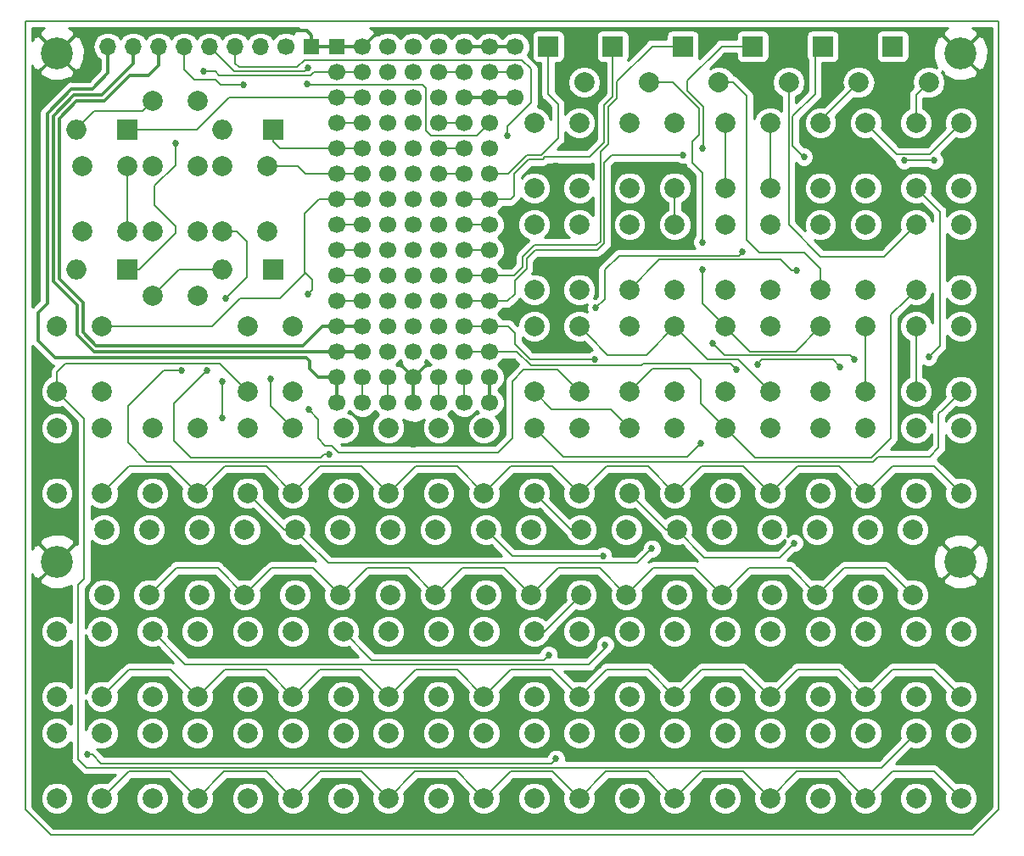
<source format=gbr>
%TF.GenerationSoftware,KiCad,Pcbnew,5.0.1-33cea8e~68~ubuntu16.04.1*%
%TF.CreationDate,2018-11-11T12:20:13-08:00*%
%TF.ProjectId,teensythumbboard,7465656E73797468756D62626F617264,rev?*%
%TF.SameCoordinates,PX68290a0PY463f660*%
%TF.FileFunction,Copper,L1,Top,Signal*%
%TF.FilePolarity,Positive*%
%FSLAX46Y46*%
G04 Gerber Fmt 4.6, Leading zero omitted, Abs format (unit mm)*
G04 Created by KiCad (PCBNEW 5.0.1-33cea8e~68~ubuntu16.04.1) date Sun 11 Nov 2018 12:20:13 PM PST*
%MOMM*%
%LPD*%
G01*
G04 APERTURE LIST*
%ADD10C,0.150000*%
%ADD11C,1.700000*%
%ADD12R,1.600000X1.600000*%
%ADD13O,2.000000X2.000000*%
%ADD14R,2.000000X2.000000*%
%ADD15C,2.000000*%
%ADD16C,2.000000*%
%ADD17C,3.200000*%
%ADD18O,1.700000X1.700000*%
%ADD19C,0.685800*%
%ADD20C,1.270000*%
%ADD21C,0.200000*%
%ADD22C,0.152400*%
%ADD23C,0.300000*%
%ADD24C,0.254000*%
G04 APERTURE END LIST*
D10*
X0Y0D02*
X97155000Y0D01*
X94615000Y-81280000D02*
X97155000Y-78740000D01*
X2540000Y-81280000D02*
X0Y-78740000D01*
X94615000Y-81280000D02*
X2540000Y-81280000D01*
X97155000Y0D02*
X97155000Y-78740000D01*
X0Y0D02*
X0Y-78740000D01*
D11*
X48895000Y-7620000D03*
X48895000Y-5080000D03*
X48895000Y-2540000D03*
D12*
X31115000Y-2540000D03*
D11*
X31115000Y-5080000D03*
X31115000Y-7620000D03*
X31115000Y-10160000D03*
X31115000Y-12700000D03*
X31115000Y-15240000D03*
X31115000Y-17780000D03*
X31115000Y-20320000D03*
X31115000Y-22860000D03*
X31115000Y-25400000D03*
X31115000Y-27940000D03*
X31115000Y-30480000D03*
X31115000Y-33020000D03*
X46355000Y-2540000D03*
X46355000Y-5080000D03*
X46355000Y-7620000D03*
X46355000Y-10160000D03*
X46355000Y-12700000D03*
X46355000Y-15240000D03*
X46355000Y-17780000D03*
X46355000Y-20320000D03*
X46355000Y-22860000D03*
X46355000Y-25400000D03*
X46355000Y-27940000D03*
X46355000Y-30480000D03*
X46355000Y-33020000D03*
X31115000Y-35560000D03*
X46355000Y-35560000D03*
X33655000Y-2540000D03*
X33655000Y-5080000D03*
X36195000Y-5080000D03*
X36195000Y-7620000D03*
X33655000Y-7620000D03*
X33655000Y-25400000D03*
X33655000Y-27940000D03*
X33655000Y-33020000D03*
X33655000Y-12700000D03*
X33655000Y-22860000D03*
X33655000Y-15240000D03*
X33655000Y-35560000D03*
X33655000Y-17780000D03*
X33655000Y-30480000D03*
X33655000Y-20320000D03*
X33655000Y-10160000D03*
X43815000Y-20320000D03*
X43815000Y-27940000D03*
X43815000Y-10160000D03*
X43815000Y-7620000D03*
X43815000Y-25400000D03*
X43815000Y-22860000D03*
X43815000Y-15240000D03*
X43815000Y-35560000D03*
X43815000Y-33020000D03*
X43815000Y-30480000D03*
X43815000Y-17780000D03*
X43815000Y-5080000D03*
X43815000Y-2540000D03*
X43815000Y-12700000D03*
X36195000Y-10160000D03*
X36195000Y-12700000D03*
X36195000Y-15240000D03*
X36195000Y-17780000D03*
X36195000Y-20320000D03*
X36195000Y-22860000D03*
X36195000Y-25400000D03*
X36195000Y-27940000D03*
X36195000Y-30480000D03*
X36195000Y-33020000D03*
X36195000Y-35560000D03*
X36195000Y-2540000D03*
X38735000Y-15240000D03*
X38735000Y-5080000D03*
X38735000Y-12700000D03*
X38735000Y-17780000D03*
X38735000Y-7620000D03*
X38735000Y-10160000D03*
X38735000Y-25400000D03*
X38735000Y-22860000D03*
X38735000Y-30480000D03*
X38735000Y-33020000D03*
X38735000Y-2540000D03*
X38735000Y-27940000D03*
X38735000Y-35560000D03*
X38735000Y-20320000D03*
X41275000Y-12700000D03*
X41275000Y-7620000D03*
X41275000Y-25400000D03*
X41275000Y-2540000D03*
X41275000Y-33020000D03*
X41275000Y-22860000D03*
X41275000Y-5080000D03*
X41275000Y-30480000D03*
X41275000Y-17780000D03*
X41275000Y-35560000D03*
X41275000Y-20320000D03*
X41275000Y-27940000D03*
X41275000Y-15240000D03*
X41275000Y-10160000D03*
X46355000Y-38100000D03*
X31115000Y-38100000D03*
X43815000Y-38100000D03*
X38735000Y-38100000D03*
X41275000Y-38100000D03*
X33655000Y-38100000D03*
X36195000Y-38100000D03*
D12*
X28575000Y-2540000D03*
D13*
X5080000Y-24765000D03*
D14*
X10160000Y-24765000D03*
D13*
X5080000Y-10795000D03*
D14*
X10160000Y-10795000D03*
D13*
X19685000Y-24765000D03*
D14*
X24765000Y-24765000D03*
D13*
X19685000Y-10795000D03*
D14*
X24765000Y-10795000D03*
D15*
X83185000Y-6096000D03*
D16*
X83185000Y-6096000D02*
X83185000Y-6096000D01*
D14*
X79592898Y-2503898D03*
D15*
X90170000Y-6096000D03*
D16*
X90170000Y-6096000D02*
X90170000Y-6096000D01*
D14*
X86577898Y-2503898D03*
X65622898Y-2503898D03*
D15*
X69215000Y-6096000D03*
D16*
X69215000Y-6096000D02*
X69215000Y-6096000D01*
D15*
X76200000Y-6096000D03*
D16*
X76200000Y-6096000D02*
X76200000Y-6096000D01*
D14*
X72607898Y-2503898D03*
D15*
X62230000Y-6096000D03*
D16*
X62230000Y-6096000D02*
X62230000Y-6096000D01*
D14*
X58637898Y-2503898D03*
D15*
X55789102Y-6096000D03*
D16*
X55789102Y-6096000D02*
X55789102Y-6096000D01*
D14*
X52197000Y-2503898D03*
D15*
X10215000Y-20978000D03*
X5715000Y-20978000D03*
X10215000Y-14478000D03*
X5715000Y-14478000D03*
X17200000Y-14478000D03*
X12700000Y-14478000D03*
X17200000Y-7978000D03*
X12700000Y-7978000D03*
X17200000Y-27455000D03*
X12700000Y-27455000D03*
X17200000Y-20955000D03*
X12700000Y-20955000D03*
X24185000Y-20978000D03*
X19685000Y-20978000D03*
X24185000Y-14478000D03*
X19685000Y-14478000D03*
X83875000Y-16660000D03*
X79375000Y-16660000D03*
X83875000Y-10160000D03*
X79375000Y-10160000D03*
X93400000Y-16660000D03*
X88900000Y-16660000D03*
X93400000Y-10160000D03*
X88900000Y-10160000D03*
X83875000Y-26820000D03*
X79375000Y-26820000D03*
X83875000Y-20320000D03*
X79375000Y-20320000D03*
X93400000Y-26820000D03*
X88900000Y-26820000D03*
X93400000Y-20320000D03*
X88900000Y-20320000D03*
X83875000Y-36980000D03*
X79375000Y-36980000D03*
X83875000Y-30480000D03*
X79375000Y-30480000D03*
X93400000Y-36980000D03*
X88900000Y-36980000D03*
X93400000Y-30480000D03*
X88900000Y-30480000D03*
X55300000Y-16660000D03*
X50800000Y-16660000D03*
X55300000Y-10160000D03*
X50800000Y-10160000D03*
X64825000Y-16660000D03*
X60325000Y-16660000D03*
X64825000Y-10160000D03*
X60325000Y-10160000D03*
X74350000Y-16660000D03*
X69850000Y-16660000D03*
X74350000Y-10160000D03*
X69850000Y-10160000D03*
X55300000Y-26820000D03*
X50800000Y-26820000D03*
X55300000Y-20320000D03*
X50800000Y-20320000D03*
X64825000Y-26820000D03*
X60325000Y-26820000D03*
X64825000Y-20320000D03*
X60325000Y-20320000D03*
X74350000Y-26820000D03*
X69850000Y-26820000D03*
X74350000Y-20320000D03*
X69850000Y-20320000D03*
X55300000Y-36980000D03*
X50800000Y-36980000D03*
X55300000Y-30480000D03*
X50800000Y-30480000D03*
X64825000Y-36980000D03*
X60325000Y-36980000D03*
X64825000Y-30480000D03*
X60325000Y-30480000D03*
X74350000Y-36980000D03*
X69850000Y-36980000D03*
X74350000Y-30480000D03*
X69850000Y-30480000D03*
X7675000Y-36980000D03*
X3175000Y-36980000D03*
X7675000Y-30480000D03*
X3175000Y-30480000D03*
X7675000Y-47140000D03*
X3175000Y-47140000D03*
X7675000Y-40640000D03*
X3175000Y-40640000D03*
X17200000Y-47140000D03*
X12700000Y-47140000D03*
X17200000Y-40640000D03*
X12700000Y-40640000D03*
X26725000Y-47140000D03*
X22225000Y-47140000D03*
X26725000Y-40640000D03*
X22225000Y-40640000D03*
X36250000Y-47140000D03*
X31750000Y-47140000D03*
X36250000Y-40640000D03*
X31750000Y-40640000D03*
X45775000Y-47140000D03*
X41275000Y-47140000D03*
X45775000Y-40640000D03*
X41275000Y-40640000D03*
X55300000Y-47140000D03*
X50800000Y-47140000D03*
X55300000Y-40640000D03*
X50800000Y-40640000D03*
X64825000Y-47140000D03*
X60325000Y-47140000D03*
X64825000Y-40640000D03*
X60325000Y-40640000D03*
X74350000Y-47140000D03*
X69850000Y-47140000D03*
X74350000Y-40640000D03*
X69850000Y-40640000D03*
X83875000Y-47140000D03*
X79375000Y-47140000D03*
X83875000Y-40640000D03*
X79375000Y-40640000D03*
X93400000Y-47140000D03*
X88900000Y-47140000D03*
X93400000Y-40640000D03*
X88900000Y-40640000D03*
X12374000Y-57300000D03*
X7874000Y-57300000D03*
X12374000Y-50800000D03*
X7874000Y-50800000D03*
X21899000Y-57300000D03*
X17399000Y-57300000D03*
X21899000Y-50800000D03*
X17399000Y-50800000D03*
X31424000Y-57300000D03*
X26924000Y-57300000D03*
X31424000Y-50800000D03*
X26924000Y-50800000D03*
X40949000Y-57300000D03*
X36449000Y-57300000D03*
X40949000Y-50800000D03*
X36449000Y-50800000D03*
X50474000Y-57300000D03*
X45974000Y-57300000D03*
X50474000Y-50800000D03*
X45974000Y-50800000D03*
X59999000Y-57300000D03*
X55499000Y-57300000D03*
X59999000Y-50800000D03*
X55499000Y-50800000D03*
X69524000Y-57300000D03*
X65024000Y-57300000D03*
X69524000Y-50800000D03*
X65024000Y-50800000D03*
X79049000Y-57300000D03*
X74549000Y-57300000D03*
X79049000Y-50800000D03*
X74549000Y-50800000D03*
X88574000Y-57300000D03*
X84074000Y-57300000D03*
X88574000Y-50800000D03*
X84074000Y-50800000D03*
X26725000Y-36980000D03*
X22225000Y-36980000D03*
X26725000Y-30480000D03*
X22225000Y-30480000D03*
X7675000Y-67460000D03*
X3175000Y-67460000D03*
X7675000Y-60960000D03*
X3175000Y-60960000D03*
X17200000Y-67460000D03*
X12700000Y-67460000D03*
X17200000Y-60960000D03*
X12700000Y-60960000D03*
X26725000Y-67460000D03*
X22225000Y-67460000D03*
X26725000Y-60960000D03*
X22225000Y-60960000D03*
X36250000Y-67460000D03*
X31750000Y-67460000D03*
X36250000Y-60960000D03*
X31750000Y-60960000D03*
X45775000Y-67460000D03*
X41275000Y-67460000D03*
X45775000Y-60960000D03*
X41275000Y-60960000D03*
X55300000Y-67460000D03*
X50800000Y-67460000D03*
X55300000Y-60960000D03*
X50800000Y-60960000D03*
X64825000Y-67460000D03*
X60325000Y-67460000D03*
X64825000Y-60960000D03*
X60325000Y-60960000D03*
X74350000Y-67460000D03*
X69850000Y-67460000D03*
X74350000Y-60960000D03*
X69850000Y-60960000D03*
X83875000Y-67460000D03*
X79375000Y-67460000D03*
X83875000Y-60960000D03*
X79375000Y-60960000D03*
X93400000Y-67460000D03*
X88900000Y-67460000D03*
X93400000Y-60960000D03*
X88900000Y-60960000D03*
D17*
X3175000Y-53975000D03*
X93345000Y-53975000D03*
X3175000Y-3175000D03*
D15*
X7675000Y-77620000D03*
X3175000Y-77620000D03*
X7675000Y-71120000D03*
X3175000Y-71120000D03*
X17200000Y-77620000D03*
X12700000Y-77620000D03*
X17200000Y-71120000D03*
X12700000Y-71120000D03*
X26725000Y-77620000D03*
X22225000Y-77620000D03*
X26725000Y-71120000D03*
X22225000Y-71120000D03*
X36250000Y-77620000D03*
X31750000Y-77620000D03*
X36250000Y-71120000D03*
X31750000Y-71120000D03*
X45775000Y-77620000D03*
X41275000Y-77620000D03*
X45775000Y-71120000D03*
X41275000Y-71120000D03*
X55300000Y-77620000D03*
X50800000Y-77620000D03*
X55300000Y-71120000D03*
X50800000Y-71120000D03*
X64825000Y-77620000D03*
X60325000Y-77620000D03*
X64825000Y-71120000D03*
X60325000Y-71120000D03*
X74350000Y-77620000D03*
X69850000Y-77620000D03*
X74350000Y-71120000D03*
X69850000Y-71120000D03*
X83875000Y-77620000D03*
X79375000Y-77620000D03*
X83875000Y-71120000D03*
X79375000Y-71120000D03*
X93400000Y-77620000D03*
X88900000Y-77620000D03*
X93400000Y-71120000D03*
X88900000Y-71120000D03*
D17*
X93345000Y-3175000D03*
D11*
X26035000Y-2540000D03*
D18*
X23495000Y-2540000D03*
X20955000Y-2540000D03*
X18415000Y-2540000D03*
X15875000Y-2540000D03*
X13335000Y-2540000D03*
X10795000Y-2540000D03*
X8255000Y-2540000D03*
D19*
X15595600Y-34848800D03*
X6223000Y-73253600D03*
X52984400Y-73660000D03*
X57886600Y-62280800D03*
X62534800Y-52679600D03*
X19977100Y-27698700D03*
X52247800Y-63322200D03*
X18148300Y-34886900D03*
X30353000Y-43256200D03*
X76962000Y-24917400D03*
X57683400Y-53416200D03*
X67462400Y-42176700D03*
X68579999Y-32181800D03*
X82753200Y-33807400D03*
X90170002Y-33528000D03*
X76771500Y-52120800D03*
X67564000Y-22059900D03*
X67564000Y-24790400D03*
X28270200Y-38785800D03*
X28194000Y-27228800D03*
X24536400Y-35763200D03*
X19685000Y-35941000D03*
X19685000Y-39624000D03*
X14985994Y-12192000D03*
X17805400Y-5027100D03*
X77724000Y-13538200D03*
X71602600Y-23063200D03*
X56964300Y-28625800D03*
X56870600Y-33756600D03*
X71018400Y-34823400D03*
X73101200Y-34264600D03*
X81330800Y-34518600D03*
X87706200Y-13901700D03*
X90728800Y-13919200D03*
X65684400Y-13360400D03*
X67614800Y-12700000D03*
D20*
X38735000Y-41986200D03*
X83134200Y-2590800D03*
X55168800Y-1828800D03*
X81534000Y-13157200D03*
X52959000Y-14757400D03*
X56565800Y-24434800D03*
X62509400Y-15087600D03*
D19*
X28143200Y-6248400D03*
X48150500Y-11430000D03*
X28219400Y-4673600D03*
X21793200Y-6324600D03*
D21*
X10215000Y-14478000D02*
X10215000Y-20978000D01*
X27940000Y-15240000D02*
X31115000Y-15240000D01*
X27178000Y-14478000D02*
X27940000Y-15240000D01*
X24185000Y-14478000D02*
X27178000Y-14478000D01*
X90301200Y-13258800D02*
X92400001Y-11159999D01*
X92400001Y-11159999D02*
X93400000Y-10160000D01*
X86973800Y-13258800D02*
X90301200Y-13258800D01*
X83875000Y-10160000D02*
X86973800Y-13258800D01*
X83875000Y-30480000D02*
X83875000Y-36980000D01*
X91617800Y-38760400D02*
X91160600Y-39217600D01*
X91160600Y-42595800D02*
X90271600Y-43484800D01*
X91619600Y-38760400D02*
X91617800Y-38760400D01*
X93400000Y-36980000D02*
X91619600Y-38760400D01*
X12179300Y-44018200D02*
X10236200Y-42075100D01*
X91160600Y-39217600D02*
X91160600Y-42595800D01*
X90271600Y-43484800D02*
X85147699Y-43484800D01*
X85147699Y-43484800D02*
X84614299Y-44018200D01*
X84614299Y-44018200D02*
X12179300Y-44018200D01*
X10236200Y-42075100D02*
X10236200Y-38442900D01*
X10236200Y-38442900D02*
X13830300Y-34848800D01*
X13830300Y-34848800D02*
X15595600Y-34848800D01*
X32452919Y-15240000D02*
X31115000Y-15240000D01*
X33655000Y-15240000D02*
X32452919Y-15240000D01*
X5080000Y-21613000D02*
X5715000Y-20978000D01*
X6707933Y-73253600D02*
X6223000Y-73253600D01*
X7596933Y-74142600D02*
X6707933Y-73253600D01*
X13563600Y-74142600D02*
X7596933Y-74142600D01*
X52501800Y-74142600D02*
X52984400Y-73660000D01*
X13563600Y-74142600D02*
X52501800Y-74142600D01*
X15957510Y-64217510D02*
X56292710Y-64217510D01*
X12700000Y-60960000D02*
X15957510Y-64217510D01*
X57886600Y-62623620D02*
X57886600Y-62280800D01*
X56292710Y-64217510D02*
X57886600Y-62623620D01*
X6897001Y-8977999D02*
X6079999Y-9795001D01*
X6079999Y-9795001D02*
X5080000Y-10795000D01*
X12700000Y-7978000D02*
X11700001Y-8977999D01*
X11700001Y-8977999D02*
X6897001Y-8977999D01*
X15390000Y-24765000D02*
X12700000Y-27455000D01*
X19685000Y-24765000D02*
X15390000Y-24765000D01*
X19685000Y-24765000D02*
X16510000Y-24765000D01*
X25885000Y-50800000D02*
X26924000Y-50800000D01*
X22225000Y-47140000D02*
X25885000Y-50800000D01*
X62534800Y-52679600D02*
X61080690Y-54133710D01*
X30257710Y-54133710D02*
X27923999Y-51799999D01*
X27923999Y-51799999D02*
X26924000Y-50800000D01*
X61080690Y-54133710D02*
X30257710Y-54133710D01*
X69850000Y-10160000D02*
X69850000Y-16660000D01*
X21099213Y-20978000D02*
X22110700Y-21989487D01*
X19685000Y-20978000D02*
X21099213Y-20978000D01*
X22110700Y-25565100D02*
X19977100Y-27698700D01*
X22110700Y-21989487D02*
X22110700Y-25565100D01*
X31750000Y-60960000D02*
X34594800Y-63804800D01*
X34594800Y-63804800D02*
X51056457Y-63804800D01*
X51765200Y-63804800D02*
X52247800Y-63322200D01*
X51056457Y-63804800D02*
X51765200Y-63804800D01*
X14859000Y-38176200D02*
X18148300Y-34886900D01*
X14859000Y-41935400D02*
X14859000Y-38176200D01*
X30353000Y-43256200D02*
X29868067Y-43256200D01*
X29512467Y-43611800D02*
X16535400Y-43611800D01*
X29868067Y-43256200D02*
X29512467Y-43611800D01*
X16535400Y-43611800D02*
X14859000Y-41935400D01*
X79375000Y-9906000D02*
X79375000Y-10160000D01*
X83185000Y-6096000D02*
X79375000Y-9906000D01*
X76477067Y-24917400D02*
X76962000Y-24917400D01*
X63319800Y-23825200D02*
X75384867Y-23825200D01*
X60325000Y-26820000D02*
X63319800Y-23825200D01*
X75384867Y-23825200D02*
X76477067Y-24917400D01*
X57198467Y-53416200D02*
X57683400Y-53416200D01*
X45974000Y-50800000D02*
X48590200Y-53416200D01*
X48590200Y-53416200D02*
X57198467Y-53416200D01*
X88900000Y-7366000D02*
X88900000Y-10160000D01*
X90170000Y-6096000D02*
X88900000Y-7366000D01*
X66090800Y-43548300D02*
X53708300Y-43548300D01*
X53708300Y-43548300D02*
X50800000Y-40640000D01*
X67462400Y-42176700D02*
X66090800Y-43548300D01*
X54460000Y-50800000D02*
X55499000Y-50800000D01*
X50800000Y-47140000D02*
X54460000Y-50800000D01*
X51839000Y-60960000D02*
X50800000Y-60960000D01*
X55499000Y-57300000D02*
X51839000Y-60960000D01*
X82410301Y-33464501D02*
X82753200Y-33807400D01*
X68579999Y-32181800D02*
X69786499Y-33388300D01*
X69786499Y-33388300D02*
X82334100Y-33388300D01*
X82334100Y-33388300D02*
X82410301Y-33464501D01*
X91262200Y-32435802D02*
X90170002Y-33528000D01*
X91262200Y-19022200D02*
X91262200Y-32435802D01*
X88900000Y-16660000D02*
X91262200Y-19022200D01*
X58420000Y-38735000D02*
X60325000Y-40640000D01*
X52555000Y-38735000D02*
X58420000Y-38735000D01*
X50800000Y-36980000D02*
X52555000Y-38735000D01*
X67792600Y-53568600D02*
X65024000Y-50800000D01*
X75323700Y-53568600D02*
X67792600Y-53568600D01*
X76771500Y-52120800D02*
X75323700Y-53568600D01*
X69215000Y-6096000D02*
X70624700Y-6096000D01*
X70624700Y-6096000D02*
X72009000Y-7480300D01*
X72009000Y-7480300D02*
X72009000Y-21844000D01*
X72009000Y-21844000D02*
X73291700Y-23126700D01*
X73291700Y-23126700D02*
X77774800Y-23126700D01*
X77774800Y-23126700D02*
X79375000Y-24726900D01*
X79375000Y-24726900D02*
X79375000Y-26820000D01*
X63985000Y-50800000D02*
X65024000Y-50800000D01*
X60325000Y-47140000D02*
X63985000Y-50800000D01*
X60325000Y-36980000D02*
X62608600Y-34696400D01*
X62608600Y-34696400D02*
X66306700Y-34696400D01*
X66306700Y-34696400D02*
X67424300Y-35814000D01*
X67424300Y-38214300D02*
X69850000Y-40640000D01*
X67424300Y-35814000D02*
X67424300Y-38214300D01*
X76200000Y-20320000D02*
X79375000Y-23495000D01*
X87900001Y-21319999D02*
X88900000Y-20320000D01*
X79375000Y-23495000D02*
X85725000Y-23495000D01*
X76200000Y-6350000D02*
X76200000Y-20320000D01*
X85725000Y-23495000D02*
X87900001Y-21319999D01*
X69850000Y-40640000D02*
X72821800Y-43611800D01*
X84455000Y-43611800D02*
X86398100Y-41668700D01*
X72821800Y-43611800D02*
X84455000Y-43611800D01*
X86398100Y-41668700D02*
X86398100Y-29321900D01*
X86398100Y-29321900D02*
X87900001Y-27819999D01*
X87900001Y-27819999D02*
X88900000Y-26820000D01*
X68850001Y-29480001D02*
X69850000Y-30480000D01*
X67564000Y-28194000D02*
X68850001Y-29480001D01*
X67564000Y-24790400D02*
X67564000Y-28194000D01*
X72351900Y-32981900D02*
X70849999Y-31479999D01*
X70849999Y-31479999D02*
X69850000Y-30480000D01*
X76873100Y-32981900D02*
X72351900Y-32981900D01*
X79375000Y-30480000D02*
X76873100Y-32981900D01*
X64643000Y-6096000D02*
X62230000Y-6096000D01*
X67259200Y-8712200D02*
X64643000Y-6096000D01*
X67259200Y-11379200D02*
X67259200Y-8712200D01*
X67564000Y-22059900D02*
X67564000Y-15138400D01*
X66598800Y-14173200D02*
X66598800Y-12039600D01*
X67564000Y-15138400D02*
X66598800Y-14173200D01*
X66598800Y-12039600D02*
X67259200Y-11379200D01*
X4174999Y-37979999D02*
X3175000Y-36980000D01*
X5308600Y-56311800D02*
X5892800Y-55727600D01*
X5892800Y-39697800D02*
X4174999Y-37979999D01*
X6109706Y-74549000D02*
X5308600Y-73747894D01*
X88900000Y-71120000D02*
X85471000Y-74549000D01*
X5892800Y-55727600D02*
X5892800Y-39697800D01*
X5308600Y-73747894D02*
X5308600Y-56311800D01*
X85471000Y-74549000D02*
X6109706Y-74549000D01*
X88900000Y-30480000D02*
X88900000Y-36980000D01*
D22*
X4013200Y-34213800D02*
X19458800Y-34213800D01*
X3175000Y-36980000D02*
X3175000Y-35052000D01*
X19458800Y-34213800D02*
X22225000Y-36980000D01*
X3175000Y-35052000D02*
X4013200Y-34213800D01*
D21*
X7675000Y-30480000D02*
X18669000Y-30480000D01*
X21463000Y-27686000D02*
X25400000Y-27686000D01*
X18669000Y-30480000D02*
X21463000Y-27686000D01*
X25400000Y-27686000D02*
X27940000Y-25146000D01*
X64825000Y-18074213D02*
X64825000Y-20320000D01*
X64825000Y-16660000D02*
X64825000Y-18074213D01*
X56299999Y-31479999D02*
X55300000Y-30480000D01*
X58144800Y-33324800D02*
X56299999Y-31479999D01*
X61980200Y-33324800D02*
X58144800Y-33324800D01*
X64825000Y-30480000D02*
X61980200Y-33324800D01*
X71158310Y-33788310D02*
X73350001Y-35980001D01*
X68133310Y-33788310D02*
X71158310Y-33788310D01*
X73350001Y-35980001D02*
X74350000Y-36980000D01*
X64825000Y-30480000D02*
X68133310Y-33788310D01*
X74350000Y-10160000D02*
X74350000Y-16660000D01*
X28625800Y-25831800D02*
X27940000Y-25146000D01*
X28625800Y-26797000D02*
X28194000Y-27228800D01*
X28625800Y-25831800D02*
X28625800Y-26797000D01*
X27889200Y-19227800D02*
X29337000Y-17780000D01*
X27889200Y-25095200D02*
X27889200Y-19227800D01*
X29337000Y-17780000D02*
X31115000Y-17780000D01*
X27940000Y-25146000D02*
X27889200Y-25095200D01*
X55300000Y-36980000D02*
X53143400Y-34823400D01*
X53143400Y-34823400D02*
X49733200Y-34823400D01*
X49733200Y-34823400D02*
X48615600Y-35941000D01*
X48615600Y-35941000D02*
X48615600Y-37363400D01*
X28270200Y-38785800D02*
X29235400Y-39751000D01*
X29235400Y-39751000D02*
X29235400Y-41681400D01*
X29235400Y-41681400D02*
X29946600Y-42392600D01*
X29946600Y-42392600D02*
X30581600Y-42392600D01*
X30581600Y-42392600D02*
X31267400Y-43078400D01*
X31267400Y-43078400D02*
X47167800Y-43078400D01*
X48615600Y-41630600D02*
X48615600Y-37363400D01*
X47167800Y-43078400D02*
X48615600Y-41630600D01*
X31115000Y-17780000D02*
X33655000Y-17780000D01*
X14510000Y-44450000D02*
X17200000Y-47140000D01*
X10365000Y-44450000D02*
X14510000Y-44450000D01*
X7675000Y-47140000D02*
X10365000Y-44450000D01*
X33560000Y-44450000D02*
X36250000Y-47140000D01*
X29415000Y-44450000D02*
X33560000Y-44450000D01*
X26725000Y-47140000D02*
X29415000Y-44450000D01*
X43085000Y-44450000D02*
X45775000Y-47140000D01*
X38940000Y-44450000D02*
X43085000Y-44450000D01*
X36250000Y-47140000D02*
X38940000Y-44450000D01*
X52610000Y-44450000D02*
X55300000Y-47140000D01*
X48465000Y-44450000D02*
X52610000Y-44450000D01*
X45775000Y-47140000D02*
X48465000Y-44450000D01*
X62135000Y-44450000D02*
X64825000Y-47140000D01*
X57990000Y-44450000D02*
X62135000Y-44450000D01*
X55300000Y-47140000D02*
X57990000Y-44450000D01*
X71660000Y-44450000D02*
X74350000Y-47140000D01*
X67515000Y-44450000D02*
X71660000Y-44450000D01*
X64825000Y-47140000D02*
X67515000Y-44450000D01*
X90710000Y-44450000D02*
X93400000Y-47140000D01*
X86565000Y-44450000D02*
X90710000Y-44450000D01*
X83875000Y-47140000D02*
X86565000Y-44450000D01*
X17200000Y-47140000D02*
X19890000Y-44450000D01*
X19890000Y-44450000D02*
X24035000Y-44450000D01*
X24035000Y-44450000D02*
X26725000Y-47140000D01*
X81185000Y-44450000D02*
X83875000Y-47140000D01*
X74350000Y-47140000D02*
X77040000Y-44450000D01*
X77040000Y-44450000D02*
X81185000Y-44450000D01*
X24536400Y-38451400D02*
X24536400Y-36248133D01*
X26725000Y-40640000D02*
X24536400Y-38451400D01*
X24536400Y-36248133D02*
X24536400Y-35763200D01*
X31115000Y-22860000D02*
X33655000Y-22860000D01*
X85884000Y-54610000D02*
X88574000Y-57300000D01*
X81739000Y-54610000D02*
X85884000Y-54610000D01*
X79049000Y-57300000D02*
X81739000Y-54610000D01*
X76359000Y-54610000D02*
X79049000Y-57300000D01*
X72214000Y-54610000D02*
X76359000Y-54610000D01*
X69524000Y-57300000D02*
X72214000Y-54610000D01*
X66834000Y-54610000D02*
X69524000Y-57300000D01*
X62689000Y-54610000D02*
X66834000Y-54610000D01*
X59999000Y-57300000D02*
X62689000Y-54610000D01*
X47784000Y-54610000D02*
X50474000Y-57300000D01*
X43639000Y-54610000D02*
X47784000Y-54610000D01*
X40949000Y-57300000D02*
X43639000Y-54610000D01*
X38259000Y-54610000D02*
X40949000Y-57300000D01*
X34114000Y-54610000D02*
X38259000Y-54610000D01*
X31424000Y-57300000D02*
X34114000Y-54610000D01*
X28734000Y-54610000D02*
X31424000Y-57300000D01*
X24589000Y-54610000D02*
X28734000Y-54610000D01*
X21899000Y-57300000D02*
X24589000Y-54610000D01*
X19209000Y-54610000D02*
X21899000Y-57300000D01*
X15064000Y-54610000D02*
X19209000Y-54610000D01*
X12374000Y-57300000D02*
X15064000Y-54610000D01*
X57309000Y-54610000D02*
X59999000Y-57300000D01*
X53164000Y-54610000D02*
X57309000Y-54610000D01*
X50474000Y-57300000D02*
X53164000Y-54610000D01*
X32452919Y-25400000D02*
X31115000Y-25400000D01*
X33655000Y-25400000D02*
X32452919Y-25400000D01*
X14510000Y-64770000D02*
X17200000Y-67460000D01*
X10365000Y-64770000D02*
X14510000Y-64770000D01*
X7675000Y-67460000D02*
X10365000Y-64770000D01*
X24035000Y-64770000D02*
X26725000Y-67460000D01*
X19890000Y-64770000D02*
X24035000Y-64770000D01*
X17200000Y-67460000D02*
X19890000Y-64770000D01*
X33560000Y-64770000D02*
X36250000Y-67460000D01*
X29415000Y-64770000D02*
X33560000Y-64770000D01*
X26725000Y-67460000D02*
X29415000Y-64770000D01*
X43085000Y-64770000D02*
X45775000Y-67460000D01*
X38940000Y-64770000D02*
X43085000Y-64770000D01*
X36250000Y-67460000D02*
X38940000Y-64770000D01*
X52610000Y-64770000D02*
X55300000Y-67460000D01*
X48465000Y-64770000D02*
X52610000Y-64770000D01*
X45775000Y-67460000D02*
X48465000Y-64770000D01*
X62135000Y-64770000D02*
X64825000Y-67460000D01*
X57990000Y-64770000D02*
X62135000Y-64770000D01*
X55300000Y-67460000D02*
X57990000Y-64770000D01*
X71660000Y-64770000D02*
X74350000Y-67460000D01*
X67515000Y-64770000D02*
X71660000Y-64770000D01*
X64825000Y-67460000D02*
X67515000Y-64770000D01*
X81185000Y-64770000D02*
X83875000Y-67460000D01*
X77040000Y-64770000D02*
X81185000Y-64770000D01*
X74350000Y-67460000D02*
X77040000Y-64770000D01*
X90710000Y-64770000D02*
X93400000Y-67460000D01*
X86565000Y-64770000D02*
X90710000Y-64770000D01*
X83875000Y-67460000D02*
X86565000Y-64770000D01*
X19685000Y-35941000D02*
X19685000Y-39624000D01*
X33655000Y-20320000D02*
X31115000Y-20320000D01*
X10160000Y-24765000D02*
X11360000Y-24765000D01*
X11360000Y-24765000D02*
X14985994Y-21139006D01*
X28829000Y-5080000D02*
X31115000Y-5080000D01*
X17805400Y-5027100D02*
X18962131Y-5027100D01*
X18962131Y-5027100D02*
X19332451Y-5397420D01*
X19332451Y-5397420D02*
X28511580Y-5397420D01*
X28511580Y-5397420D02*
X28829000Y-5080000D01*
X32452919Y-5080000D02*
X31115000Y-5080000D01*
X33655000Y-5080000D02*
X32452919Y-5080000D01*
X14985994Y-20421600D02*
X14960600Y-20421600D01*
X14985994Y-21139006D02*
X14985994Y-20421600D01*
X14960600Y-20421600D02*
X12903200Y-18364200D01*
X12903200Y-16433794D02*
X14985994Y-14351000D01*
X12903200Y-18364200D02*
X12903200Y-16433794D01*
X14985994Y-14351000D02*
X14985994Y-12192000D01*
X10160000Y-10795000D02*
X17145000Y-10795000D01*
X17145000Y-10795000D02*
X20320000Y-7620000D01*
X20320000Y-7620000D02*
X31115000Y-7620000D01*
X31115000Y-7620000D02*
X33655000Y-7620000D01*
X33655000Y-10160000D02*
X31115000Y-10160000D01*
X25470000Y-12700000D02*
X31115000Y-12700000D01*
X24765000Y-11995000D02*
X25470000Y-12700000D01*
X24765000Y-10795000D02*
X24765000Y-11995000D01*
X31115000Y-12700000D02*
X33655000Y-12700000D01*
X78815081Y-3281715D02*
X78815081Y-7265519D01*
X79592898Y-2503898D02*
X78815081Y-3281715D01*
X78815081Y-7265519D02*
X76600010Y-9480590D01*
X76600010Y-9480590D02*
X76600010Y-12414210D01*
X76600010Y-12414210D02*
X77444600Y-13258800D01*
X77444600Y-13258800D02*
X77724000Y-13538200D01*
X71259701Y-23406099D02*
X70167499Y-23406099D01*
X71602600Y-23063200D02*
X71259701Y-23406099D01*
X70167499Y-23406099D02*
X62750701Y-23406099D01*
X62750701Y-23406099D02*
X62712600Y-23444200D01*
X62712600Y-23444200D02*
X59258200Y-23444200D01*
X59258200Y-23444200D02*
X57861200Y-24841200D01*
X57861200Y-27728900D02*
X56964300Y-28625800D01*
X57861200Y-24841200D02*
X57861200Y-27728900D01*
X48234600Y-30480000D02*
X46355000Y-30480000D01*
X56870600Y-33756600D02*
X50393600Y-33756600D01*
X48869600Y-32232600D02*
X48869600Y-31115000D01*
X48869600Y-31115000D02*
X48234600Y-30480000D01*
X50393600Y-33756600D02*
X48869600Y-32232600D01*
X45152919Y-30480000D02*
X43815000Y-30480000D01*
X46355000Y-30480000D02*
X45152919Y-30480000D01*
X80619600Y-33807400D02*
X81330800Y-34518600D01*
X73558400Y-33807400D02*
X80619600Y-33807400D01*
X73101200Y-34264600D02*
X73558400Y-33807400D01*
X90711300Y-13901700D02*
X90728800Y-13919200D01*
X87706200Y-13901700D02*
X90711300Y-13901700D01*
X61696680Y-34188320D02*
X70383320Y-34188320D01*
X46355000Y-33020000D02*
X49072800Y-33020000D01*
X70383320Y-34188320D02*
X71018400Y-34823400D01*
X50452301Y-34399501D02*
X61485499Y-34399501D01*
X49072800Y-33020000D02*
X50452301Y-34399501D01*
X61485499Y-34399501D02*
X61696680Y-34188320D01*
X45152919Y-33020000D02*
X43815000Y-33020000D01*
X46355000Y-33020000D02*
X45152919Y-33020000D01*
X45152919Y-25400000D02*
X43815000Y-25400000D01*
X46355000Y-25400000D02*
X45152919Y-25400000D01*
X50825400Y-22352000D02*
X57048400Y-22352000D01*
X62570902Y-2503898D02*
X65622898Y-2503898D01*
X58185010Y-12230689D02*
X58185010Y-8547688D01*
X59037908Y-7694791D02*
X59037908Y-6036892D01*
X46355000Y-25400000D02*
X48768000Y-25400000D01*
X49631600Y-23545800D02*
X50825400Y-22352000D01*
X59037908Y-6036892D02*
X62570902Y-2503898D01*
X49631600Y-24536400D02*
X49631600Y-23545800D01*
X57048400Y-22352000D02*
X57404000Y-21996400D01*
X57404000Y-21996400D02*
X57404000Y-13011698D01*
X57404000Y-13011698D02*
X58185010Y-12230689D01*
X48768000Y-25400000D02*
X49631600Y-24536400D01*
X58185010Y-8547688D02*
X59037908Y-7694791D01*
X69505102Y-2503898D02*
X72607898Y-2503898D01*
X66090800Y-5918200D02*
X69505102Y-2503898D01*
X67614800Y-12700000D02*
X67659210Y-12655590D01*
X67659210Y-12655590D02*
X67659210Y-8546511D01*
X67659210Y-8546511D02*
X66090800Y-6978102D01*
X66090800Y-6978102D02*
X66090800Y-5918200D01*
X43815000Y-27940000D02*
X46355000Y-27940000D01*
X50031610Y-23711488D02*
X50883098Y-22860000D01*
X48844200Y-25889499D02*
X50031610Y-24702089D01*
X48133000Y-27940000D02*
X48844200Y-27228800D01*
X48844200Y-27228800D02*
X48844200Y-25889499D01*
X50883098Y-22860000D02*
X57106099Y-22860000D01*
X57106099Y-22860000D02*
X57804010Y-22162089D01*
X46355000Y-27940000D02*
X48133000Y-27940000D01*
X58547000Y-13360400D02*
X65684400Y-13360400D01*
X50031610Y-24702089D02*
X50031610Y-23711488D01*
X57804010Y-22162089D02*
X57804010Y-14103390D01*
X57804010Y-14103390D02*
X58547000Y-13360400D01*
X48793400Y-15246898D02*
X50254488Y-13785810D01*
X58637898Y-7529102D02*
X58637898Y-2503898D01*
X50254488Y-13785810D02*
X51651489Y-13785810D01*
X56298511Y-13551489D02*
X57785000Y-12065000D01*
X48793400Y-17424400D02*
X48793400Y-15246898D01*
X46355000Y-17780000D02*
X48437800Y-17780000D01*
X51651489Y-13785810D02*
X51885810Y-13551489D01*
X57785000Y-8382000D02*
X58637898Y-7529102D01*
X48437800Y-17780000D02*
X48793400Y-17424400D01*
X51885810Y-13551489D02*
X56298511Y-13551489D01*
X57785000Y-12065000D02*
X57785000Y-8382000D01*
X43815000Y-17780000D02*
X46355000Y-17780000D01*
X48234600Y-15240000D02*
X46355000Y-15240000D01*
X50088800Y-13385800D02*
X48234600Y-15240000D01*
X51485800Y-13385800D02*
X50088800Y-13385800D01*
X53162200Y-11709400D02*
X51485800Y-13385800D01*
X53162200Y-8280400D02*
X53162200Y-11709400D01*
X52197000Y-2503898D02*
X52197000Y-4018112D01*
X52197000Y-7315200D02*
X53162200Y-8280400D01*
X52197000Y-4018112D02*
X52197000Y-7315200D01*
D23*
X38735000Y-35560000D02*
X38735000Y-38100000D01*
X28575000Y-1440000D02*
X28100200Y-965200D01*
X28575000Y-2540000D02*
X28575000Y-1440000D01*
X28100200Y-965200D02*
X26390600Y-965200D01*
X28575000Y-2540000D02*
X31115000Y-2540000D01*
X33655000Y-2540000D02*
X31115000Y-2540000D01*
D21*
X90710000Y-74930000D02*
X93400000Y-77620000D01*
X86565000Y-74930000D02*
X90710000Y-74930000D01*
X83875000Y-77620000D02*
X86565000Y-74930000D01*
X45775000Y-77620000D02*
X48445989Y-74949011D01*
X24054011Y-74949011D02*
X25725001Y-76620001D01*
X67495989Y-74949011D02*
X71679011Y-74949011D01*
X44775001Y-76620001D02*
X45775000Y-77620000D01*
X81204011Y-74949011D02*
X82875001Y-76620001D01*
X64825000Y-77620000D02*
X67495989Y-74949011D01*
X48445989Y-74949011D02*
X52629011Y-74949011D01*
X43104011Y-74949011D02*
X44775001Y-76620001D01*
X77020989Y-74949011D02*
X81204011Y-74949011D01*
X38920989Y-74949011D02*
X43104011Y-74949011D01*
X62154011Y-74949011D02*
X63825001Y-76620001D01*
X10345989Y-74949011D02*
X14529011Y-74949011D01*
X52629011Y-74949011D02*
X54300001Y-76620001D01*
X63825001Y-76620001D02*
X64825000Y-77620000D01*
X26725000Y-77620000D02*
X29395989Y-74949011D01*
X71679011Y-74949011D02*
X73350001Y-76620001D01*
X29395989Y-74949011D02*
X33579011Y-74949011D01*
X17200000Y-77620000D02*
X19870989Y-74949011D01*
X16200001Y-76620001D02*
X17200000Y-77620000D01*
X7675000Y-77620000D02*
X10345989Y-74949011D01*
X19870989Y-74949011D02*
X24054011Y-74949011D01*
X35250001Y-76620001D02*
X36250000Y-77620000D01*
X25725001Y-76620001D02*
X26725000Y-77620000D01*
X74350000Y-77620000D02*
X77020989Y-74949011D01*
X33579011Y-74949011D02*
X35250001Y-76620001D01*
X14529011Y-74949011D02*
X16200001Y-76620001D01*
X57970989Y-74949011D02*
X62154011Y-74949011D01*
X55300000Y-77620000D02*
X57970989Y-74949011D01*
X73350001Y-76620001D02*
X74350000Y-77620000D01*
X82875001Y-76620001D02*
X83875000Y-77620000D01*
X36250000Y-77620000D02*
X38920989Y-74949011D01*
X54300001Y-76620001D02*
X55300000Y-77620000D01*
X32317081Y-27940000D02*
X33655000Y-27940000D01*
X31115000Y-27940000D02*
X32317081Y-27940000D01*
X45085000Y-11430000D02*
X46355000Y-10160000D01*
X40513000Y-11430000D02*
X45085000Y-11430000D01*
X28143200Y-6248400D02*
X28244800Y-6350000D01*
X39674800Y-6350000D02*
X40005000Y-6680200D01*
X40005000Y-10922000D02*
X40513000Y-11430000D01*
X28244800Y-6350000D02*
X39674800Y-6350000D01*
X40005000Y-6680200D02*
X40005000Y-10922000D01*
X33020000Y-3860800D02*
X48107600Y-3860800D01*
X27863800Y-3860800D02*
X33020000Y-3860800D01*
X20955000Y-2540000D02*
X20955000Y-4216400D01*
X20955000Y-4216400D02*
X21336000Y-4597400D01*
X21336000Y-4597400D02*
X27127200Y-4597400D01*
X27127200Y-4597400D02*
X27863800Y-3860800D01*
X48107600Y-3860800D02*
X49580800Y-3860800D01*
X49580800Y-3860800D02*
X50495200Y-4775200D01*
X50495200Y-4775200D02*
X50495200Y-8153400D01*
X48150500Y-10498100D02*
X48150500Y-11430000D01*
X50495200Y-8153400D02*
X48150500Y-10498100D01*
X45152919Y-20320000D02*
X43815000Y-20320000D01*
X46355000Y-20320000D02*
X45152919Y-20320000D01*
X27895590Y-4997410D02*
X28219400Y-4673600D01*
X20872410Y-4997410D02*
X27895590Y-4997410D01*
X18415000Y-2540000D02*
X20872410Y-4997410D01*
X45017081Y-22860000D02*
X46355000Y-22860000D01*
X43815000Y-22860000D02*
X45017081Y-22860000D01*
D23*
X46355000Y-35560000D02*
X46355000Y-38100000D01*
D21*
X15875000Y-4826000D02*
X15875000Y-2540000D01*
X21793200Y-6324600D02*
X19481800Y-6324600D01*
X18977200Y-5820000D02*
X16869000Y-5820000D01*
X16869000Y-5820000D02*
X15875000Y-4826000D01*
X19481800Y-6324600D02*
X18977200Y-5820000D01*
D23*
X29983630Y-35560000D02*
X31115000Y-35560000D01*
X29235400Y-35560000D02*
X29983630Y-35560000D01*
X28067000Y-33629600D02*
X28371800Y-33934400D01*
X3022600Y-33629600D02*
X28067000Y-33629600D01*
X1270000Y-29133800D02*
X1270000Y-31877000D01*
X2197180Y-28206620D02*
X1270000Y-29133800D01*
X28371800Y-34696400D02*
X29235400Y-35560000D01*
X8255000Y-2540000D02*
X8255000Y-5181600D01*
X2197180Y-9193622D02*
X2197180Y-28206620D01*
X1270000Y-31877000D02*
X3022600Y-33629600D01*
X8255000Y-5181600D02*
X6680200Y-6756400D01*
X4634402Y-6756401D02*
X2197180Y-9193622D01*
X6680200Y-6756400D02*
X4634402Y-6756401D01*
X28371800Y-33934400D02*
X28371800Y-34696400D01*
X31115000Y-35560000D02*
X31115000Y-38100000D01*
X7629591Y-7356409D02*
X10795000Y-4191000D01*
X4882935Y-7356409D02*
X7629591Y-7356409D01*
X2797191Y-25961991D02*
X2797191Y-9442153D01*
X2797191Y-9442153D02*
X4882935Y-7356409D01*
X31115000Y-33020000D02*
X6851102Y-33020000D01*
X10795000Y-4191000D02*
X10795000Y-2540000D01*
X6851102Y-33020000D02*
X5181600Y-31350498D01*
X5181600Y-31350498D02*
X5181600Y-28346400D01*
X5181600Y-28346400D02*
X2797191Y-25961991D01*
X31115000Y-33020000D02*
X33655000Y-33020000D01*
X7099633Y-32419989D02*
X27735011Y-32419989D01*
X10464800Y-5410200D02*
X7918580Y-7956420D01*
X7918580Y-7956420D02*
X5131466Y-7956420D01*
X13335000Y-4419600D02*
X12344400Y-5410200D01*
X12344400Y-5410200D02*
X10464800Y-5410200D01*
X13335000Y-2540000D02*
X13335000Y-4419600D01*
X27735011Y-32419989D02*
X29675000Y-30480000D01*
X5781611Y-31101967D02*
X7099633Y-32419989D01*
X5131466Y-7956420D02*
X3397202Y-9690684D01*
X29675000Y-30480000D02*
X31115000Y-30480000D01*
X3397202Y-9690684D02*
X3397202Y-25713459D01*
X3397202Y-25713459D02*
X5781611Y-28097868D01*
X5781611Y-28097868D02*
X5781611Y-31101967D01*
X33655000Y-30480000D02*
X31115000Y-30480000D01*
X48895000Y-7620000D02*
X46355000Y-7620000D01*
X46355000Y-7620000D02*
X43815000Y-7620000D01*
X48895000Y-2540000D02*
X46355000Y-2540000D01*
X46355000Y-2540000D02*
X43815000Y-2540000D01*
D21*
X47557081Y-5080000D02*
X48895000Y-5080000D01*
X46355000Y-5080000D02*
X47557081Y-5080000D01*
X33655000Y-36762081D02*
X33655000Y-38100000D01*
X33655000Y-35560000D02*
X33655000Y-36762081D01*
X43815000Y-36762081D02*
X43815000Y-38100000D01*
X43815000Y-35560000D02*
X43815000Y-36762081D01*
X36195000Y-35560000D02*
X36195000Y-38100000D01*
X41275000Y-36897919D02*
X41275000Y-35560000D01*
X41275000Y-38100000D02*
X41275000Y-36897919D01*
X42612919Y-10160000D02*
X41275000Y-10160000D01*
X43815000Y-10160000D02*
X42612919Y-10160000D01*
X42477081Y-15240000D02*
X43815000Y-15240000D01*
X41275000Y-15240000D02*
X42477081Y-15240000D01*
X42612919Y-5080000D02*
X41275000Y-5080000D01*
X43815000Y-5080000D02*
X42612919Y-5080000D01*
X43815000Y-12700000D02*
X41275000Y-12700000D01*
D24*
G36*
X91872894Y-797048D02*
X91711409Y-904950D01*
X91578466Y-1390505D01*
X93345000Y-3157039D01*
X95111534Y-1390505D01*
X94978591Y-904950D01*
X94550611Y-710000D01*
X96445000Y-710000D01*
X96445001Y-78445908D01*
X94320910Y-80570000D01*
X2834091Y-80570000D01*
X710000Y-78445910D01*
X710000Y-77294778D01*
X1540000Y-77294778D01*
X1540000Y-77945222D01*
X1788914Y-78546153D01*
X2248847Y-79006086D01*
X2849778Y-79255000D01*
X3500222Y-79255000D01*
X4101153Y-79006086D01*
X4561086Y-78546153D01*
X4810000Y-77945222D01*
X4810000Y-77294778D01*
X4561086Y-76693847D01*
X4101153Y-76233914D01*
X3500222Y-75985000D01*
X2849778Y-75985000D01*
X2248847Y-76233914D01*
X1788914Y-76693847D01*
X1540000Y-77294778D01*
X710000Y-77294778D01*
X710000Y-55214412D01*
X797048Y-55447106D01*
X904950Y-55608591D01*
X1390505Y-55741534D01*
X3157039Y-53975000D01*
X1390505Y-52208466D01*
X904950Y-52341409D01*
X710000Y-52769389D01*
X710000Y-52190505D01*
X1408466Y-52190505D01*
X3175000Y-53957039D01*
X4941534Y-52190505D01*
X4808591Y-51704950D01*
X3815531Y-51252599D01*
X2724955Y-51214708D01*
X1702894Y-51597048D01*
X1541409Y-51704950D01*
X1408466Y-52190505D01*
X710000Y-52190505D01*
X710000Y-46814778D01*
X1540000Y-46814778D01*
X1540000Y-47465222D01*
X1788914Y-48066153D01*
X2248847Y-48526086D01*
X2849778Y-48775000D01*
X3500222Y-48775000D01*
X4101153Y-48526086D01*
X4561086Y-48066153D01*
X4810000Y-47465222D01*
X4810000Y-46814778D01*
X4561086Y-46213847D01*
X4101153Y-45753914D01*
X3500222Y-45505000D01*
X2849778Y-45505000D01*
X2248847Y-45753914D01*
X1788914Y-46213847D01*
X1540000Y-46814778D01*
X710000Y-46814778D01*
X710000Y-40314778D01*
X1540000Y-40314778D01*
X1540000Y-40965222D01*
X1788914Y-41566153D01*
X2248847Y-42026086D01*
X2849778Y-42275000D01*
X3500222Y-42275000D01*
X4101153Y-42026086D01*
X4561086Y-41566153D01*
X4810000Y-40965222D01*
X4810000Y-40314778D01*
X4561086Y-39713847D01*
X4101153Y-39253914D01*
X3500222Y-39005000D01*
X2849778Y-39005000D01*
X2248847Y-39253914D01*
X1788914Y-39713847D01*
X1540000Y-40314778D01*
X710000Y-40314778D01*
X710000Y-32446930D01*
X769590Y-32486747D01*
X2412851Y-34130008D01*
X2456647Y-34195553D01*
X2716308Y-34369054D01*
X2829619Y-34391593D01*
X2721634Y-34499578D01*
X2662255Y-34539254D01*
X2622579Y-34598633D01*
X2622576Y-34598636D01*
X2505065Y-34774504D01*
X2449868Y-35052000D01*
X2463801Y-35122046D01*
X2463801Y-35504877D01*
X2248847Y-35593914D01*
X1788914Y-36053847D01*
X1540000Y-36654778D01*
X1540000Y-37305222D01*
X1788914Y-37906153D01*
X2248847Y-38366086D01*
X2849778Y-38615000D01*
X3500222Y-38615000D01*
X3691375Y-38535822D01*
X3706461Y-38550908D01*
X3706464Y-38550910D01*
X5157801Y-40002248D01*
X5157800Y-52262761D01*
X4959495Y-52208466D01*
X3192961Y-53975000D01*
X3207103Y-53989142D01*
X3189142Y-54007103D01*
X3175000Y-53992961D01*
X1408466Y-55759495D01*
X1541409Y-56245050D01*
X2534469Y-56697401D01*
X3625045Y-56735292D01*
X4572909Y-56380708D01*
X4573601Y-56384189D01*
X4573601Y-60064060D01*
X4561086Y-60033847D01*
X4101153Y-59573914D01*
X3500222Y-59325000D01*
X2849778Y-59325000D01*
X2248847Y-59573914D01*
X1788914Y-60033847D01*
X1540000Y-60634778D01*
X1540000Y-61285222D01*
X1788914Y-61886153D01*
X2248847Y-62346086D01*
X2849778Y-62595000D01*
X3500222Y-62595000D01*
X4101153Y-62346086D01*
X4561086Y-61886153D01*
X4573601Y-61855940D01*
X4573600Y-66564059D01*
X4561086Y-66533847D01*
X4101153Y-66073914D01*
X3500222Y-65825000D01*
X2849778Y-65825000D01*
X2248847Y-66073914D01*
X1788914Y-66533847D01*
X1540000Y-67134778D01*
X1540000Y-67785222D01*
X1788914Y-68386153D01*
X2248847Y-68846086D01*
X2849778Y-69095000D01*
X3500222Y-69095000D01*
X4101153Y-68846086D01*
X4561086Y-68386153D01*
X4573600Y-68355941D01*
X4573600Y-70224059D01*
X4561086Y-70193847D01*
X4101153Y-69733914D01*
X3500222Y-69485000D01*
X2849778Y-69485000D01*
X2248847Y-69733914D01*
X1788914Y-70193847D01*
X1540000Y-70794778D01*
X1540000Y-71445222D01*
X1788914Y-72046153D01*
X2248847Y-72506086D01*
X2849778Y-72755000D01*
X3500222Y-72755000D01*
X4101153Y-72506086D01*
X4561086Y-72046153D01*
X4573600Y-72015941D01*
X4573600Y-73675510D01*
X4559202Y-73747894D01*
X4573600Y-73820278D01*
X4573600Y-73820281D01*
X4616246Y-74034676D01*
X4778695Y-74277799D01*
X4840065Y-74318805D01*
X5538796Y-75017537D01*
X5579801Y-75078905D01*
X5822923Y-75241354D01*
X6037318Y-75284000D01*
X6037322Y-75284000D01*
X6109706Y-75298398D01*
X6182090Y-75284000D01*
X8971553Y-75284000D01*
X8191375Y-76064178D01*
X8000222Y-75985000D01*
X7349778Y-75985000D01*
X6748847Y-76233914D01*
X6288914Y-76693847D01*
X6040000Y-77294778D01*
X6040000Y-77945222D01*
X6288914Y-78546153D01*
X6748847Y-79006086D01*
X7349778Y-79255000D01*
X8000222Y-79255000D01*
X8601153Y-79006086D01*
X9061086Y-78546153D01*
X9310000Y-77945222D01*
X9310000Y-77294778D01*
X11065000Y-77294778D01*
X11065000Y-77945222D01*
X11313914Y-78546153D01*
X11773847Y-79006086D01*
X12374778Y-79255000D01*
X13025222Y-79255000D01*
X13626153Y-79006086D01*
X14086086Y-78546153D01*
X14335000Y-77945222D01*
X14335000Y-77294778D01*
X14086086Y-76693847D01*
X13626153Y-76233914D01*
X13025222Y-75985000D01*
X12374778Y-75985000D01*
X11773847Y-76233914D01*
X11313914Y-76693847D01*
X11065000Y-77294778D01*
X9310000Y-77294778D01*
X9230822Y-77103625D01*
X10650436Y-75684011D01*
X14224565Y-75684011D01*
X15644178Y-77103625D01*
X15565000Y-77294778D01*
X15565000Y-77945222D01*
X15813914Y-78546153D01*
X16273847Y-79006086D01*
X16874778Y-79255000D01*
X17525222Y-79255000D01*
X18126153Y-79006086D01*
X18586086Y-78546153D01*
X18835000Y-77945222D01*
X18835000Y-77294778D01*
X20590000Y-77294778D01*
X20590000Y-77945222D01*
X20838914Y-78546153D01*
X21298847Y-79006086D01*
X21899778Y-79255000D01*
X22550222Y-79255000D01*
X23151153Y-79006086D01*
X23611086Y-78546153D01*
X23860000Y-77945222D01*
X23860000Y-77294778D01*
X23611086Y-76693847D01*
X23151153Y-76233914D01*
X22550222Y-75985000D01*
X21899778Y-75985000D01*
X21298847Y-76233914D01*
X20838914Y-76693847D01*
X20590000Y-77294778D01*
X18835000Y-77294778D01*
X18755822Y-77103625D01*
X20175436Y-75684011D01*
X23749565Y-75684011D01*
X25169178Y-77103625D01*
X25090000Y-77294778D01*
X25090000Y-77945222D01*
X25338914Y-78546153D01*
X25798847Y-79006086D01*
X26399778Y-79255000D01*
X27050222Y-79255000D01*
X27651153Y-79006086D01*
X28111086Y-78546153D01*
X28360000Y-77945222D01*
X28360000Y-77294778D01*
X30115000Y-77294778D01*
X30115000Y-77945222D01*
X30363914Y-78546153D01*
X30823847Y-79006086D01*
X31424778Y-79255000D01*
X32075222Y-79255000D01*
X32676153Y-79006086D01*
X33136086Y-78546153D01*
X33385000Y-77945222D01*
X33385000Y-77294778D01*
X33136086Y-76693847D01*
X32676153Y-76233914D01*
X32075222Y-75985000D01*
X31424778Y-75985000D01*
X30823847Y-76233914D01*
X30363914Y-76693847D01*
X30115000Y-77294778D01*
X28360000Y-77294778D01*
X28280822Y-77103625D01*
X29700436Y-75684011D01*
X33274565Y-75684011D01*
X34694178Y-77103625D01*
X34615000Y-77294778D01*
X34615000Y-77945222D01*
X34863914Y-78546153D01*
X35323847Y-79006086D01*
X35924778Y-79255000D01*
X36575222Y-79255000D01*
X37176153Y-79006086D01*
X37636086Y-78546153D01*
X37885000Y-77945222D01*
X37885000Y-77294778D01*
X39640000Y-77294778D01*
X39640000Y-77945222D01*
X39888914Y-78546153D01*
X40348847Y-79006086D01*
X40949778Y-79255000D01*
X41600222Y-79255000D01*
X42201153Y-79006086D01*
X42661086Y-78546153D01*
X42910000Y-77945222D01*
X42910000Y-77294778D01*
X42661086Y-76693847D01*
X42201153Y-76233914D01*
X41600222Y-75985000D01*
X40949778Y-75985000D01*
X40348847Y-76233914D01*
X39888914Y-76693847D01*
X39640000Y-77294778D01*
X37885000Y-77294778D01*
X37805822Y-77103625D01*
X39225436Y-75684011D01*
X42799565Y-75684011D01*
X44219178Y-77103625D01*
X44140000Y-77294778D01*
X44140000Y-77945222D01*
X44388914Y-78546153D01*
X44848847Y-79006086D01*
X45449778Y-79255000D01*
X46100222Y-79255000D01*
X46701153Y-79006086D01*
X47161086Y-78546153D01*
X47410000Y-77945222D01*
X47410000Y-77294778D01*
X49165000Y-77294778D01*
X49165000Y-77945222D01*
X49413914Y-78546153D01*
X49873847Y-79006086D01*
X50474778Y-79255000D01*
X51125222Y-79255000D01*
X51726153Y-79006086D01*
X52186086Y-78546153D01*
X52435000Y-77945222D01*
X52435000Y-77294778D01*
X52186086Y-76693847D01*
X51726153Y-76233914D01*
X51125222Y-75985000D01*
X50474778Y-75985000D01*
X49873847Y-76233914D01*
X49413914Y-76693847D01*
X49165000Y-77294778D01*
X47410000Y-77294778D01*
X47330822Y-77103625D01*
X48750436Y-75684011D01*
X52324565Y-75684011D01*
X53744178Y-77103625D01*
X53665000Y-77294778D01*
X53665000Y-77945222D01*
X53913914Y-78546153D01*
X54373847Y-79006086D01*
X54974778Y-79255000D01*
X55625222Y-79255000D01*
X56226153Y-79006086D01*
X56686086Y-78546153D01*
X56935000Y-77945222D01*
X56935000Y-77294778D01*
X58690000Y-77294778D01*
X58690000Y-77945222D01*
X58938914Y-78546153D01*
X59398847Y-79006086D01*
X59999778Y-79255000D01*
X60650222Y-79255000D01*
X61251153Y-79006086D01*
X61711086Y-78546153D01*
X61960000Y-77945222D01*
X61960000Y-77294778D01*
X61711086Y-76693847D01*
X61251153Y-76233914D01*
X60650222Y-75985000D01*
X59999778Y-75985000D01*
X59398847Y-76233914D01*
X58938914Y-76693847D01*
X58690000Y-77294778D01*
X56935000Y-77294778D01*
X56855822Y-77103625D01*
X58275436Y-75684011D01*
X61849565Y-75684011D01*
X63269178Y-77103625D01*
X63190000Y-77294778D01*
X63190000Y-77945222D01*
X63438914Y-78546153D01*
X63898847Y-79006086D01*
X64499778Y-79255000D01*
X65150222Y-79255000D01*
X65751153Y-79006086D01*
X66211086Y-78546153D01*
X66460000Y-77945222D01*
X66460000Y-77294778D01*
X68215000Y-77294778D01*
X68215000Y-77945222D01*
X68463914Y-78546153D01*
X68923847Y-79006086D01*
X69524778Y-79255000D01*
X70175222Y-79255000D01*
X70776153Y-79006086D01*
X71236086Y-78546153D01*
X71485000Y-77945222D01*
X71485000Y-77294778D01*
X71236086Y-76693847D01*
X70776153Y-76233914D01*
X70175222Y-75985000D01*
X69524778Y-75985000D01*
X68923847Y-76233914D01*
X68463914Y-76693847D01*
X68215000Y-77294778D01*
X66460000Y-77294778D01*
X66380822Y-77103625D01*
X67800436Y-75684011D01*
X71374565Y-75684011D01*
X72794178Y-77103625D01*
X72715000Y-77294778D01*
X72715000Y-77945222D01*
X72963914Y-78546153D01*
X73423847Y-79006086D01*
X74024778Y-79255000D01*
X74675222Y-79255000D01*
X75276153Y-79006086D01*
X75736086Y-78546153D01*
X75985000Y-77945222D01*
X75985000Y-77294778D01*
X77740000Y-77294778D01*
X77740000Y-77945222D01*
X77988914Y-78546153D01*
X78448847Y-79006086D01*
X79049778Y-79255000D01*
X79700222Y-79255000D01*
X80301153Y-79006086D01*
X80761086Y-78546153D01*
X81010000Y-77945222D01*
X81010000Y-77294778D01*
X80761086Y-76693847D01*
X80301153Y-76233914D01*
X79700222Y-75985000D01*
X79049778Y-75985000D01*
X78448847Y-76233914D01*
X77988914Y-76693847D01*
X77740000Y-77294778D01*
X75985000Y-77294778D01*
X75905822Y-77103625D01*
X77325436Y-75684011D01*
X80899565Y-75684011D01*
X82319178Y-77103625D01*
X82240000Y-77294778D01*
X82240000Y-77945222D01*
X82488914Y-78546153D01*
X82948847Y-79006086D01*
X83549778Y-79255000D01*
X84200222Y-79255000D01*
X84801153Y-79006086D01*
X85261086Y-78546153D01*
X85510000Y-77945222D01*
X85510000Y-77294778D01*
X87265000Y-77294778D01*
X87265000Y-77945222D01*
X87513914Y-78546153D01*
X87973847Y-79006086D01*
X88574778Y-79255000D01*
X89225222Y-79255000D01*
X89826153Y-79006086D01*
X90286086Y-78546153D01*
X90535000Y-77945222D01*
X90535000Y-77294778D01*
X90286086Y-76693847D01*
X89826153Y-76233914D01*
X89225222Y-75985000D01*
X88574778Y-75985000D01*
X87973847Y-76233914D01*
X87513914Y-76693847D01*
X87265000Y-77294778D01*
X85510000Y-77294778D01*
X85430822Y-77103625D01*
X86869447Y-75665000D01*
X90405554Y-75665000D01*
X91844178Y-77103625D01*
X91765000Y-77294778D01*
X91765000Y-77945222D01*
X92013914Y-78546153D01*
X92473847Y-79006086D01*
X93074778Y-79255000D01*
X93725222Y-79255000D01*
X94326153Y-79006086D01*
X94786086Y-78546153D01*
X95035000Y-77945222D01*
X95035000Y-77294778D01*
X94786086Y-76693847D01*
X94326153Y-76233914D01*
X93725222Y-75985000D01*
X93074778Y-75985000D01*
X92883625Y-76064178D01*
X91280911Y-74461465D01*
X91239905Y-74400095D01*
X90996783Y-74237646D01*
X90782388Y-74195000D01*
X90782384Y-74195000D01*
X90710000Y-74180602D01*
X90637616Y-74195000D01*
X86864446Y-74195000D01*
X88383625Y-72675822D01*
X88574778Y-72755000D01*
X89225222Y-72755000D01*
X89826153Y-72506086D01*
X90286086Y-72046153D01*
X90535000Y-71445222D01*
X90535000Y-70794778D01*
X91765000Y-70794778D01*
X91765000Y-71445222D01*
X92013914Y-72046153D01*
X92473847Y-72506086D01*
X93074778Y-72755000D01*
X93725222Y-72755000D01*
X94326153Y-72506086D01*
X94786086Y-72046153D01*
X95035000Y-71445222D01*
X95035000Y-70794778D01*
X94786086Y-70193847D01*
X94326153Y-69733914D01*
X93725222Y-69485000D01*
X93074778Y-69485000D01*
X92473847Y-69733914D01*
X92013914Y-70193847D01*
X91765000Y-70794778D01*
X90535000Y-70794778D01*
X90286086Y-70193847D01*
X89826153Y-69733914D01*
X89225222Y-69485000D01*
X88574778Y-69485000D01*
X87973847Y-69733914D01*
X87513914Y-70193847D01*
X87265000Y-70794778D01*
X87265000Y-71445222D01*
X87344178Y-71636375D01*
X85166554Y-73814000D01*
X53962300Y-73814000D01*
X53962300Y-73465484D01*
X53813423Y-73106064D01*
X53538336Y-72830977D01*
X53178916Y-72682100D01*
X52789884Y-72682100D01*
X52430464Y-72830977D01*
X52155377Y-73106064D01*
X52030476Y-73407600D01*
X7901380Y-73407600D01*
X7278844Y-72785065D01*
X7237838Y-72723695D01*
X7178530Y-72684067D01*
X7349778Y-72755000D01*
X8000222Y-72755000D01*
X8601153Y-72506086D01*
X9061086Y-72046153D01*
X9310000Y-71445222D01*
X9310000Y-70794778D01*
X11065000Y-70794778D01*
X11065000Y-71445222D01*
X11313914Y-72046153D01*
X11773847Y-72506086D01*
X12374778Y-72755000D01*
X13025222Y-72755000D01*
X13626153Y-72506086D01*
X14086086Y-72046153D01*
X14335000Y-71445222D01*
X14335000Y-70794778D01*
X15565000Y-70794778D01*
X15565000Y-71445222D01*
X15813914Y-72046153D01*
X16273847Y-72506086D01*
X16874778Y-72755000D01*
X17525222Y-72755000D01*
X18126153Y-72506086D01*
X18586086Y-72046153D01*
X18835000Y-71445222D01*
X18835000Y-70794778D01*
X20590000Y-70794778D01*
X20590000Y-71445222D01*
X20838914Y-72046153D01*
X21298847Y-72506086D01*
X21899778Y-72755000D01*
X22550222Y-72755000D01*
X23151153Y-72506086D01*
X23611086Y-72046153D01*
X23860000Y-71445222D01*
X23860000Y-70794778D01*
X25090000Y-70794778D01*
X25090000Y-71445222D01*
X25338914Y-72046153D01*
X25798847Y-72506086D01*
X26399778Y-72755000D01*
X27050222Y-72755000D01*
X27651153Y-72506086D01*
X28111086Y-72046153D01*
X28360000Y-71445222D01*
X28360000Y-70794778D01*
X30115000Y-70794778D01*
X30115000Y-71445222D01*
X30363914Y-72046153D01*
X30823847Y-72506086D01*
X31424778Y-72755000D01*
X32075222Y-72755000D01*
X32676153Y-72506086D01*
X33136086Y-72046153D01*
X33385000Y-71445222D01*
X33385000Y-70794778D01*
X34615000Y-70794778D01*
X34615000Y-71445222D01*
X34863914Y-72046153D01*
X35323847Y-72506086D01*
X35924778Y-72755000D01*
X36575222Y-72755000D01*
X37176153Y-72506086D01*
X37636086Y-72046153D01*
X37885000Y-71445222D01*
X37885000Y-70794778D01*
X39640000Y-70794778D01*
X39640000Y-71445222D01*
X39888914Y-72046153D01*
X40348847Y-72506086D01*
X40949778Y-72755000D01*
X41600222Y-72755000D01*
X42201153Y-72506086D01*
X42661086Y-72046153D01*
X42910000Y-71445222D01*
X42910000Y-70794778D01*
X44140000Y-70794778D01*
X44140000Y-71445222D01*
X44388914Y-72046153D01*
X44848847Y-72506086D01*
X45449778Y-72755000D01*
X46100222Y-72755000D01*
X46701153Y-72506086D01*
X47161086Y-72046153D01*
X47410000Y-71445222D01*
X47410000Y-70794778D01*
X49165000Y-70794778D01*
X49165000Y-71445222D01*
X49413914Y-72046153D01*
X49873847Y-72506086D01*
X50474778Y-72755000D01*
X51125222Y-72755000D01*
X51726153Y-72506086D01*
X52186086Y-72046153D01*
X52435000Y-71445222D01*
X52435000Y-70794778D01*
X53665000Y-70794778D01*
X53665000Y-71445222D01*
X53913914Y-72046153D01*
X54373847Y-72506086D01*
X54974778Y-72755000D01*
X55625222Y-72755000D01*
X56226153Y-72506086D01*
X56686086Y-72046153D01*
X56935000Y-71445222D01*
X56935000Y-70794778D01*
X58690000Y-70794778D01*
X58690000Y-71445222D01*
X58938914Y-72046153D01*
X59398847Y-72506086D01*
X59999778Y-72755000D01*
X60650222Y-72755000D01*
X61251153Y-72506086D01*
X61711086Y-72046153D01*
X61960000Y-71445222D01*
X61960000Y-70794778D01*
X63190000Y-70794778D01*
X63190000Y-71445222D01*
X63438914Y-72046153D01*
X63898847Y-72506086D01*
X64499778Y-72755000D01*
X65150222Y-72755000D01*
X65751153Y-72506086D01*
X66211086Y-72046153D01*
X66460000Y-71445222D01*
X66460000Y-70794778D01*
X68215000Y-70794778D01*
X68215000Y-71445222D01*
X68463914Y-72046153D01*
X68923847Y-72506086D01*
X69524778Y-72755000D01*
X70175222Y-72755000D01*
X70776153Y-72506086D01*
X71236086Y-72046153D01*
X71485000Y-71445222D01*
X71485000Y-70794778D01*
X72715000Y-70794778D01*
X72715000Y-71445222D01*
X72963914Y-72046153D01*
X73423847Y-72506086D01*
X74024778Y-72755000D01*
X74675222Y-72755000D01*
X75276153Y-72506086D01*
X75736086Y-72046153D01*
X75985000Y-71445222D01*
X75985000Y-70794778D01*
X77740000Y-70794778D01*
X77740000Y-71445222D01*
X77988914Y-72046153D01*
X78448847Y-72506086D01*
X79049778Y-72755000D01*
X79700222Y-72755000D01*
X80301153Y-72506086D01*
X80761086Y-72046153D01*
X81010000Y-71445222D01*
X81010000Y-70794778D01*
X82240000Y-70794778D01*
X82240000Y-71445222D01*
X82488914Y-72046153D01*
X82948847Y-72506086D01*
X83549778Y-72755000D01*
X84200222Y-72755000D01*
X84801153Y-72506086D01*
X85261086Y-72046153D01*
X85510000Y-71445222D01*
X85510000Y-70794778D01*
X85261086Y-70193847D01*
X84801153Y-69733914D01*
X84200222Y-69485000D01*
X83549778Y-69485000D01*
X82948847Y-69733914D01*
X82488914Y-70193847D01*
X82240000Y-70794778D01*
X81010000Y-70794778D01*
X80761086Y-70193847D01*
X80301153Y-69733914D01*
X79700222Y-69485000D01*
X79049778Y-69485000D01*
X78448847Y-69733914D01*
X77988914Y-70193847D01*
X77740000Y-70794778D01*
X75985000Y-70794778D01*
X75736086Y-70193847D01*
X75276153Y-69733914D01*
X74675222Y-69485000D01*
X74024778Y-69485000D01*
X73423847Y-69733914D01*
X72963914Y-70193847D01*
X72715000Y-70794778D01*
X71485000Y-70794778D01*
X71236086Y-70193847D01*
X70776153Y-69733914D01*
X70175222Y-69485000D01*
X69524778Y-69485000D01*
X68923847Y-69733914D01*
X68463914Y-70193847D01*
X68215000Y-70794778D01*
X66460000Y-70794778D01*
X66211086Y-70193847D01*
X65751153Y-69733914D01*
X65150222Y-69485000D01*
X64499778Y-69485000D01*
X63898847Y-69733914D01*
X63438914Y-70193847D01*
X63190000Y-70794778D01*
X61960000Y-70794778D01*
X61711086Y-70193847D01*
X61251153Y-69733914D01*
X60650222Y-69485000D01*
X59999778Y-69485000D01*
X59398847Y-69733914D01*
X58938914Y-70193847D01*
X58690000Y-70794778D01*
X56935000Y-70794778D01*
X56686086Y-70193847D01*
X56226153Y-69733914D01*
X55625222Y-69485000D01*
X54974778Y-69485000D01*
X54373847Y-69733914D01*
X53913914Y-70193847D01*
X53665000Y-70794778D01*
X52435000Y-70794778D01*
X52186086Y-70193847D01*
X51726153Y-69733914D01*
X51125222Y-69485000D01*
X50474778Y-69485000D01*
X49873847Y-69733914D01*
X49413914Y-70193847D01*
X49165000Y-70794778D01*
X47410000Y-70794778D01*
X47161086Y-70193847D01*
X46701153Y-69733914D01*
X46100222Y-69485000D01*
X45449778Y-69485000D01*
X44848847Y-69733914D01*
X44388914Y-70193847D01*
X44140000Y-70794778D01*
X42910000Y-70794778D01*
X42661086Y-70193847D01*
X42201153Y-69733914D01*
X41600222Y-69485000D01*
X40949778Y-69485000D01*
X40348847Y-69733914D01*
X39888914Y-70193847D01*
X39640000Y-70794778D01*
X37885000Y-70794778D01*
X37636086Y-70193847D01*
X37176153Y-69733914D01*
X36575222Y-69485000D01*
X35924778Y-69485000D01*
X35323847Y-69733914D01*
X34863914Y-70193847D01*
X34615000Y-70794778D01*
X33385000Y-70794778D01*
X33136086Y-70193847D01*
X32676153Y-69733914D01*
X32075222Y-69485000D01*
X31424778Y-69485000D01*
X30823847Y-69733914D01*
X30363914Y-70193847D01*
X30115000Y-70794778D01*
X28360000Y-70794778D01*
X28111086Y-70193847D01*
X27651153Y-69733914D01*
X27050222Y-69485000D01*
X26399778Y-69485000D01*
X25798847Y-69733914D01*
X25338914Y-70193847D01*
X25090000Y-70794778D01*
X23860000Y-70794778D01*
X23611086Y-70193847D01*
X23151153Y-69733914D01*
X22550222Y-69485000D01*
X21899778Y-69485000D01*
X21298847Y-69733914D01*
X20838914Y-70193847D01*
X20590000Y-70794778D01*
X18835000Y-70794778D01*
X18586086Y-70193847D01*
X18126153Y-69733914D01*
X17525222Y-69485000D01*
X16874778Y-69485000D01*
X16273847Y-69733914D01*
X15813914Y-70193847D01*
X15565000Y-70794778D01*
X14335000Y-70794778D01*
X14086086Y-70193847D01*
X13626153Y-69733914D01*
X13025222Y-69485000D01*
X12374778Y-69485000D01*
X11773847Y-69733914D01*
X11313914Y-70193847D01*
X11065000Y-70794778D01*
X9310000Y-70794778D01*
X9061086Y-70193847D01*
X8601153Y-69733914D01*
X8000222Y-69485000D01*
X7349778Y-69485000D01*
X6748847Y-69733914D01*
X6288914Y-70193847D01*
X6043600Y-70786087D01*
X6043600Y-67793913D01*
X6288914Y-68386153D01*
X6748847Y-68846086D01*
X7349778Y-69095000D01*
X8000222Y-69095000D01*
X8601153Y-68846086D01*
X9061086Y-68386153D01*
X9310000Y-67785222D01*
X9310000Y-67134778D01*
X11065000Y-67134778D01*
X11065000Y-67785222D01*
X11313914Y-68386153D01*
X11773847Y-68846086D01*
X12374778Y-69095000D01*
X13025222Y-69095000D01*
X13626153Y-68846086D01*
X14086086Y-68386153D01*
X14335000Y-67785222D01*
X14335000Y-67134778D01*
X14086086Y-66533847D01*
X13626153Y-66073914D01*
X13025222Y-65825000D01*
X12374778Y-65825000D01*
X11773847Y-66073914D01*
X11313914Y-66533847D01*
X11065000Y-67134778D01*
X9310000Y-67134778D01*
X9230822Y-66943625D01*
X10669447Y-65505000D01*
X14205554Y-65505000D01*
X15644178Y-66943625D01*
X15565000Y-67134778D01*
X15565000Y-67785222D01*
X15813914Y-68386153D01*
X16273847Y-68846086D01*
X16874778Y-69095000D01*
X17525222Y-69095000D01*
X18126153Y-68846086D01*
X18586086Y-68386153D01*
X18835000Y-67785222D01*
X18835000Y-67134778D01*
X20590000Y-67134778D01*
X20590000Y-67785222D01*
X20838914Y-68386153D01*
X21298847Y-68846086D01*
X21899778Y-69095000D01*
X22550222Y-69095000D01*
X23151153Y-68846086D01*
X23611086Y-68386153D01*
X23860000Y-67785222D01*
X23860000Y-67134778D01*
X23611086Y-66533847D01*
X23151153Y-66073914D01*
X22550222Y-65825000D01*
X21899778Y-65825000D01*
X21298847Y-66073914D01*
X20838914Y-66533847D01*
X20590000Y-67134778D01*
X18835000Y-67134778D01*
X18755822Y-66943625D01*
X20194447Y-65505000D01*
X23730554Y-65505000D01*
X25169178Y-66943625D01*
X25090000Y-67134778D01*
X25090000Y-67785222D01*
X25338914Y-68386153D01*
X25798847Y-68846086D01*
X26399778Y-69095000D01*
X27050222Y-69095000D01*
X27651153Y-68846086D01*
X28111086Y-68386153D01*
X28360000Y-67785222D01*
X28360000Y-67134778D01*
X30115000Y-67134778D01*
X30115000Y-67785222D01*
X30363914Y-68386153D01*
X30823847Y-68846086D01*
X31424778Y-69095000D01*
X32075222Y-69095000D01*
X32676153Y-68846086D01*
X33136086Y-68386153D01*
X33385000Y-67785222D01*
X33385000Y-67134778D01*
X33136086Y-66533847D01*
X32676153Y-66073914D01*
X32075222Y-65825000D01*
X31424778Y-65825000D01*
X30823847Y-66073914D01*
X30363914Y-66533847D01*
X30115000Y-67134778D01*
X28360000Y-67134778D01*
X28280822Y-66943625D01*
X29719447Y-65505000D01*
X33255554Y-65505000D01*
X34694178Y-66943625D01*
X34615000Y-67134778D01*
X34615000Y-67785222D01*
X34863914Y-68386153D01*
X35323847Y-68846086D01*
X35924778Y-69095000D01*
X36575222Y-69095000D01*
X37176153Y-68846086D01*
X37636086Y-68386153D01*
X37885000Y-67785222D01*
X37885000Y-67134778D01*
X39640000Y-67134778D01*
X39640000Y-67785222D01*
X39888914Y-68386153D01*
X40348847Y-68846086D01*
X40949778Y-69095000D01*
X41600222Y-69095000D01*
X42201153Y-68846086D01*
X42661086Y-68386153D01*
X42910000Y-67785222D01*
X42910000Y-67134778D01*
X42661086Y-66533847D01*
X42201153Y-66073914D01*
X41600222Y-65825000D01*
X40949778Y-65825000D01*
X40348847Y-66073914D01*
X39888914Y-66533847D01*
X39640000Y-67134778D01*
X37885000Y-67134778D01*
X37805822Y-66943625D01*
X39244447Y-65505000D01*
X42780554Y-65505000D01*
X44219178Y-66943625D01*
X44140000Y-67134778D01*
X44140000Y-67785222D01*
X44388914Y-68386153D01*
X44848847Y-68846086D01*
X45449778Y-69095000D01*
X46100222Y-69095000D01*
X46701153Y-68846086D01*
X47161086Y-68386153D01*
X47410000Y-67785222D01*
X47410000Y-67134778D01*
X49165000Y-67134778D01*
X49165000Y-67785222D01*
X49413914Y-68386153D01*
X49873847Y-68846086D01*
X50474778Y-69095000D01*
X51125222Y-69095000D01*
X51726153Y-68846086D01*
X52186086Y-68386153D01*
X52435000Y-67785222D01*
X52435000Y-67134778D01*
X52186086Y-66533847D01*
X51726153Y-66073914D01*
X51125222Y-65825000D01*
X50474778Y-65825000D01*
X49873847Y-66073914D01*
X49413914Y-66533847D01*
X49165000Y-67134778D01*
X47410000Y-67134778D01*
X47330822Y-66943625D01*
X48769447Y-65505000D01*
X52305554Y-65505000D01*
X53744178Y-66943625D01*
X53665000Y-67134778D01*
X53665000Y-67785222D01*
X53913914Y-68386153D01*
X54373847Y-68846086D01*
X54974778Y-69095000D01*
X55625222Y-69095000D01*
X56226153Y-68846086D01*
X56686086Y-68386153D01*
X56935000Y-67785222D01*
X56935000Y-67134778D01*
X58690000Y-67134778D01*
X58690000Y-67785222D01*
X58938914Y-68386153D01*
X59398847Y-68846086D01*
X59999778Y-69095000D01*
X60650222Y-69095000D01*
X61251153Y-68846086D01*
X61711086Y-68386153D01*
X61960000Y-67785222D01*
X61960000Y-67134778D01*
X61711086Y-66533847D01*
X61251153Y-66073914D01*
X60650222Y-65825000D01*
X59999778Y-65825000D01*
X59398847Y-66073914D01*
X58938914Y-66533847D01*
X58690000Y-67134778D01*
X56935000Y-67134778D01*
X56855822Y-66943625D01*
X58294447Y-65505000D01*
X61830554Y-65505000D01*
X63269178Y-66943625D01*
X63190000Y-67134778D01*
X63190000Y-67785222D01*
X63438914Y-68386153D01*
X63898847Y-68846086D01*
X64499778Y-69095000D01*
X65150222Y-69095000D01*
X65751153Y-68846086D01*
X66211086Y-68386153D01*
X66460000Y-67785222D01*
X66460000Y-67134778D01*
X68215000Y-67134778D01*
X68215000Y-67785222D01*
X68463914Y-68386153D01*
X68923847Y-68846086D01*
X69524778Y-69095000D01*
X70175222Y-69095000D01*
X70776153Y-68846086D01*
X71236086Y-68386153D01*
X71485000Y-67785222D01*
X71485000Y-67134778D01*
X71236086Y-66533847D01*
X70776153Y-66073914D01*
X70175222Y-65825000D01*
X69524778Y-65825000D01*
X68923847Y-66073914D01*
X68463914Y-66533847D01*
X68215000Y-67134778D01*
X66460000Y-67134778D01*
X66380822Y-66943625D01*
X67819447Y-65505000D01*
X71355554Y-65505000D01*
X72794178Y-66943625D01*
X72715000Y-67134778D01*
X72715000Y-67785222D01*
X72963914Y-68386153D01*
X73423847Y-68846086D01*
X74024778Y-69095000D01*
X74675222Y-69095000D01*
X75276153Y-68846086D01*
X75736086Y-68386153D01*
X75985000Y-67785222D01*
X75985000Y-67134778D01*
X77740000Y-67134778D01*
X77740000Y-67785222D01*
X77988914Y-68386153D01*
X78448847Y-68846086D01*
X79049778Y-69095000D01*
X79700222Y-69095000D01*
X80301153Y-68846086D01*
X80761086Y-68386153D01*
X81010000Y-67785222D01*
X81010000Y-67134778D01*
X80761086Y-66533847D01*
X80301153Y-66073914D01*
X79700222Y-65825000D01*
X79049778Y-65825000D01*
X78448847Y-66073914D01*
X77988914Y-66533847D01*
X77740000Y-67134778D01*
X75985000Y-67134778D01*
X75905822Y-66943625D01*
X77344447Y-65505000D01*
X80880554Y-65505000D01*
X82319178Y-66943625D01*
X82240000Y-67134778D01*
X82240000Y-67785222D01*
X82488914Y-68386153D01*
X82948847Y-68846086D01*
X83549778Y-69095000D01*
X84200222Y-69095000D01*
X84801153Y-68846086D01*
X85261086Y-68386153D01*
X85510000Y-67785222D01*
X85510000Y-67134778D01*
X87265000Y-67134778D01*
X87265000Y-67785222D01*
X87513914Y-68386153D01*
X87973847Y-68846086D01*
X88574778Y-69095000D01*
X89225222Y-69095000D01*
X89826153Y-68846086D01*
X90286086Y-68386153D01*
X90535000Y-67785222D01*
X90535000Y-67134778D01*
X90286086Y-66533847D01*
X89826153Y-66073914D01*
X89225222Y-65825000D01*
X88574778Y-65825000D01*
X87973847Y-66073914D01*
X87513914Y-66533847D01*
X87265000Y-67134778D01*
X85510000Y-67134778D01*
X85430822Y-66943625D01*
X86869447Y-65505000D01*
X90405554Y-65505000D01*
X91844178Y-66943625D01*
X91765000Y-67134778D01*
X91765000Y-67785222D01*
X92013914Y-68386153D01*
X92473847Y-68846086D01*
X93074778Y-69095000D01*
X93725222Y-69095000D01*
X94326153Y-68846086D01*
X94786086Y-68386153D01*
X95035000Y-67785222D01*
X95035000Y-67134778D01*
X94786086Y-66533847D01*
X94326153Y-66073914D01*
X93725222Y-65825000D01*
X93074778Y-65825000D01*
X92883625Y-65904178D01*
X91280911Y-64301465D01*
X91239905Y-64240095D01*
X90996783Y-64077646D01*
X90782388Y-64035000D01*
X90782384Y-64035000D01*
X90710000Y-64020602D01*
X90637616Y-64035000D01*
X86637383Y-64035000D01*
X86564999Y-64020602D01*
X86492615Y-64035000D01*
X86492612Y-64035000D01*
X86278217Y-64077646D01*
X86035095Y-64240095D01*
X85994091Y-64301463D01*
X84391375Y-65904178D01*
X84200222Y-65825000D01*
X83549778Y-65825000D01*
X83358625Y-65904178D01*
X81755911Y-64301465D01*
X81714905Y-64240095D01*
X81471783Y-64077646D01*
X81257388Y-64035000D01*
X81257384Y-64035000D01*
X81185000Y-64020602D01*
X81112616Y-64035000D01*
X77112383Y-64035000D01*
X77039999Y-64020602D01*
X76967615Y-64035000D01*
X76967612Y-64035000D01*
X76753217Y-64077646D01*
X76510095Y-64240095D01*
X76469091Y-64301463D01*
X74866375Y-65904178D01*
X74675222Y-65825000D01*
X74024778Y-65825000D01*
X73833625Y-65904178D01*
X72230911Y-64301465D01*
X72189905Y-64240095D01*
X71946783Y-64077646D01*
X71732388Y-64035000D01*
X71732384Y-64035000D01*
X71660000Y-64020602D01*
X71587616Y-64035000D01*
X67587383Y-64035000D01*
X67514999Y-64020602D01*
X67442615Y-64035000D01*
X67442612Y-64035000D01*
X67228217Y-64077646D01*
X66985095Y-64240095D01*
X66944091Y-64301463D01*
X65341375Y-65904178D01*
X65150222Y-65825000D01*
X64499778Y-65825000D01*
X64308625Y-65904178D01*
X62705911Y-64301465D01*
X62664905Y-64240095D01*
X62421783Y-64077646D01*
X62207388Y-64035000D01*
X62207384Y-64035000D01*
X62135000Y-64020602D01*
X62062616Y-64035000D01*
X58062383Y-64035000D01*
X57989999Y-64020602D01*
X57917615Y-64035000D01*
X57917612Y-64035000D01*
X57703217Y-64077646D01*
X57460095Y-64240095D01*
X57419091Y-64301463D01*
X55816375Y-65904178D01*
X55625222Y-65825000D01*
X54974778Y-65825000D01*
X54783625Y-65904178D01*
X53831956Y-64952510D01*
X56220326Y-64952510D01*
X56292710Y-64966908D01*
X56365094Y-64952510D01*
X56365098Y-64952510D01*
X56579493Y-64909864D01*
X56822615Y-64747415D01*
X56863621Y-64686045D01*
X58355138Y-63194529D01*
X58416505Y-63153525D01*
X58456116Y-63094243D01*
X58715623Y-62834736D01*
X58864500Y-62475316D01*
X58864500Y-62086284D01*
X58715623Y-61726864D01*
X58440536Y-61451777D01*
X58081116Y-61302900D01*
X57692084Y-61302900D01*
X57332664Y-61451777D01*
X57057577Y-61726864D01*
X56908700Y-62086284D01*
X56908700Y-62475316D01*
X56934111Y-62536663D01*
X55988264Y-63482510D01*
X53225700Y-63482510D01*
X53225700Y-63127684D01*
X53076823Y-62768264D01*
X52801736Y-62493177D01*
X52442316Y-62344300D01*
X52053284Y-62344300D01*
X51693864Y-62493177D01*
X51418777Y-62768264D01*
X51293876Y-63069800D01*
X34899247Y-63069800D01*
X33305822Y-61476375D01*
X33385000Y-61285222D01*
X33385000Y-60634778D01*
X34615000Y-60634778D01*
X34615000Y-61285222D01*
X34863914Y-61886153D01*
X35323847Y-62346086D01*
X35924778Y-62595000D01*
X36575222Y-62595000D01*
X37176153Y-62346086D01*
X37636086Y-61886153D01*
X37885000Y-61285222D01*
X37885000Y-60634778D01*
X39640000Y-60634778D01*
X39640000Y-61285222D01*
X39888914Y-61886153D01*
X40348847Y-62346086D01*
X40949778Y-62595000D01*
X41600222Y-62595000D01*
X42201153Y-62346086D01*
X42661086Y-61886153D01*
X42910000Y-61285222D01*
X42910000Y-60634778D01*
X44140000Y-60634778D01*
X44140000Y-61285222D01*
X44388914Y-61886153D01*
X44848847Y-62346086D01*
X45449778Y-62595000D01*
X46100222Y-62595000D01*
X46701153Y-62346086D01*
X47161086Y-61886153D01*
X47410000Y-61285222D01*
X47410000Y-60634778D01*
X49165000Y-60634778D01*
X49165000Y-61285222D01*
X49413914Y-61886153D01*
X49873847Y-62346086D01*
X50474778Y-62595000D01*
X51125222Y-62595000D01*
X51726153Y-62346086D01*
X52186086Y-61886153D01*
X52343066Y-61507170D01*
X52368905Y-61489905D01*
X52409911Y-61428535D01*
X53203668Y-60634778D01*
X53665000Y-60634778D01*
X53665000Y-61285222D01*
X53913914Y-61886153D01*
X54373847Y-62346086D01*
X54974778Y-62595000D01*
X55625222Y-62595000D01*
X56226153Y-62346086D01*
X56686086Y-61886153D01*
X56935000Y-61285222D01*
X56935000Y-60634778D01*
X58690000Y-60634778D01*
X58690000Y-61285222D01*
X58938914Y-61886153D01*
X59398847Y-62346086D01*
X59999778Y-62595000D01*
X60650222Y-62595000D01*
X61251153Y-62346086D01*
X61711086Y-61886153D01*
X61960000Y-61285222D01*
X61960000Y-60634778D01*
X63190000Y-60634778D01*
X63190000Y-61285222D01*
X63438914Y-61886153D01*
X63898847Y-62346086D01*
X64499778Y-62595000D01*
X65150222Y-62595000D01*
X65751153Y-62346086D01*
X66211086Y-61886153D01*
X66460000Y-61285222D01*
X66460000Y-60634778D01*
X68215000Y-60634778D01*
X68215000Y-61285222D01*
X68463914Y-61886153D01*
X68923847Y-62346086D01*
X69524778Y-62595000D01*
X70175222Y-62595000D01*
X70776153Y-62346086D01*
X71236086Y-61886153D01*
X71485000Y-61285222D01*
X71485000Y-60634778D01*
X72715000Y-60634778D01*
X72715000Y-61285222D01*
X72963914Y-61886153D01*
X73423847Y-62346086D01*
X74024778Y-62595000D01*
X74675222Y-62595000D01*
X75276153Y-62346086D01*
X75736086Y-61886153D01*
X75985000Y-61285222D01*
X75985000Y-60634778D01*
X77740000Y-60634778D01*
X77740000Y-61285222D01*
X77988914Y-61886153D01*
X78448847Y-62346086D01*
X79049778Y-62595000D01*
X79700222Y-62595000D01*
X80301153Y-62346086D01*
X80761086Y-61886153D01*
X81010000Y-61285222D01*
X81010000Y-60634778D01*
X82240000Y-60634778D01*
X82240000Y-61285222D01*
X82488914Y-61886153D01*
X82948847Y-62346086D01*
X83549778Y-62595000D01*
X84200222Y-62595000D01*
X84801153Y-62346086D01*
X85261086Y-61886153D01*
X85510000Y-61285222D01*
X85510000Y-60634778D01*
X87265000Y-60634778D01*
X87265000Y-61285222D01*
X87513914Y-61886153D01*
X87973847Y-62346086D01*
X88574778Y-62595000D01*
X89225222Y-62595000D01*
X89826153Y-62346086D01*
X90286086Y-61886153D01*
X90535000Y-61285222D01*
X90535000Y-60634778D01*
X91765000Y-60634778D01*
X91765000Y-61285222D01*
X92013914Y-61886153D01*
X92473847Y-62346086D01*
X93074778Y-62595000D01*
X93725222Y-62595000D01*
X94326153Y-62346086D01*
X94786086Y-61886153D01*
X95035000Y-61285222D01*
X95035000Y-60634778D01*
X94786086Y-60033847D01*
X94326153Y-59573914D01*
X93725222Y-59325000D01*
X93074778Y-59325000D01*
X92473847Y-59573914D01*
X92013914Y-60033847D01*
X91765000Y-60634778D01*
X90535000Y-60634778D01*
X90286086Y-60033847D01*
X89826153Y-59573914D01*
X89225222Y-59325000D01*
X88574778Y-59325000D01*
X87973847Y-59573914D01*
X87513914Y-60033847D01*
X87265000Y-60634778D01*
X85510000Y-60634778D01*
X85261086Y-60033847D01*
X84801153Y-59573914D01*
X84200222Y-59325000D01*
X83549778Y-59325000D01*
X82948847Y-59573914D01*
X82488914Y-60033847D01*
X82240000Y-60634778D01*
X81010000Y-60634778D01*
X80761086Y-60033847D01*
X80301153Y-59573914D01*
X79700222Y-59325000D01*
X79049778Y-59325000D01*
X78448847Y-59573914D01*
X77988914Y-60033847D01*
X77740000Y-60634778D01*
X75985000Y-60634778D01*
X75736086Y-60033847D01*
X75276153Y-59573914D01*
X74675222Y-59325000D01*
X74024778Y-59325000D01*
X73423847Y-59573914D01*
X72963914Y-60033847D01*
X72715000Y-60634778D01*
X71485000Y-60634778D01*
X71236086Y-60033847D01*
X70776153Y-59573914D01*
X70175222Y-59325000D01*
X69524778Y-59325000D01*
X68923847Y-59573914D01*
X68463914Y-60033847D01*
X68215000Y-60634778D01*
X66460000Y-60634778D01*
X66211086Y-60033847D01*
X65751153Y-59573914D01*
X65150222Y-59325000D01*
X64499778Y-59325000D01*
X63898847Y-59573914D01*
X63438914Y-60033847D01*
X63190000Y-60634778D01*
X61960000Y-60634778D01*
X61711086Y-60033847D01*
X61251153Y-59573914D01*
X60650222Y-59325000D01*
X59999778Y-59325000D01*
X59398847Y-59573914D01*
X58938914Y-60033847D01*
X58690000Y-60634778D01*
X56935000Y-60634778D01*
X56686086Y-60033847D01*
X56226153Y-59573914D01*
X55625222Y-59325000D01*
X54974778Y-59325000D01*
X54373847Y-59573914D01*
X53913914Y-60033847D01*
X53665000Y-60634778D01*
X53203668Y-60634778D01*
X54982625Y-58855822D01*
X55173778Y-58935000D01*
X55824222Y-58935000D01*
X56425153Y-58686086D01*
X56885086Y-58226153D01*
X57134000Y-57625222D01*
X57134000Y-56974778D01*
X56885086Y-56373847D01*
X56425153Y-55913914D01*
X55824222Y-55665000D01*
X55173778Y-55665000D01*
X54572847Y-55913914D01*
X54112914Y-56373847D01*
X53864000Y-56974778D01*
X53864000Y-57625222D01*
X53943178Y-57816375D01*
X51955896Y-59803657D01*
X51726153Y-59573914D01*
X51125222Y-59325000D01*
X50474778Y-59325000D01*
X49873847Y-59573914D01*
X49413914Y-60033847D01*
X49165000Y-60634778D01*
X47410000Y-60634778D01*
X47161086Y-60033847D01*
X46701153Y-59573914D01*
X46100222Y-59325000D01*
X45449778Y-59325000D01*
X44848847Y-59573914D01*
X44388914Y-60033847D01*
X44140000Y-60634778D01*
X42910000Y-60634778D01*
X42661086Y-60033847D01*
X42201153Y-59573914D01*
X41600222Y-59325000D01*
X40949778Y-59325000D01*
X40348847Y-59573914D01*
X39888914Y-60033847D01*
X39640000Y-60634778D01*
X37885000Y-60634778D01*
X37636086Y-60033847D01*
X37176153Y-59573914D01*
X36575222Y-59325000D01*
X35924778Y-59325000D01*
X35323847Y-59573914D01*
X34863914Y-60033847D01*
X34615000Y-60634778D01*
X33385000Y-60634778D01*
X33136086Y-60033847D01*
X32676153Y-59573914D01*
X32075222Y-59325000D01*
X31424778Y-59325000D01*
X30823847Y-59573914D01*
X30363914Y-60033847D01*
X30115000Y-60634778D01*
X30115000Y-61285222D01*
X30363914Y-61886153D01*
X30823847Y-62346086D01*
X31424778Y-62595000D01*
X32075222Y-62595000D01*
X32266375Y-62515822D01*
X33233063Y-63482510D01*
X16261957Y-63482510D01*
X14255822Y-61476375D01*
X14335000Y-61285222D01*
X14335000Y-60634778D01*
X15565000Y-60634778D01*
X15565000Y-61285222D01*
X15813914Y-61886153D01*
X16273847Y-62346086D01*
X16874778Y-62595000D01*
X17525222Y-62595000D01*
X18126153Y-62346086D01*
X18586086Y-61886153D01*
X18835000Y-61285222D01*
X18835000Y-60634778D01*
X20590000Y-60634778D01*
X20590000Y-61285222D01*
X20838914Y-61886153D01*
X21298847Y-62346086D01*
X21899778Y-62595000D01*
X22550222Y-62595000D01*
X23151153Y-62346086D01*
X23611086Y-61886153D01*
X23860000Y-61285222D01*
X23860000Y-60634778D01*
X25090000Y-60634778D01*
X25090000Y-61285222D01*
X25338914Y-61886153D01*
X25798847Y-62346086D01*
X26399778Y-62595000D01*
X27050222Y-62595000D01*
X27651153Y-62346086D01*
X28111086Y-61886153D01*
X28360000Y-61285222D01*
X28360000Y-60634778D01*
X28111086Y-60033847D01*
X27651153Y-59573914D01*
X27050222Y-59325000D01*
X26399778Y-59325000D01*
X25798847Y-59573914D01*
X25338914Y-60033847D01*
X25090000Y-60634778D01*
X23860000Y-60634778D01*
X23611086Y-60033847D01*
X23151153Y-59573914D01*
X22550222Y-59325000D01*
X21899778Y-59325000D01*
X21298847Y-59573914D01*
X20838914Y-60033847D01*
X20590000Y-60634778D01*
X18835000Y-60634778D01*
X18586086Y-60033847D01*
X18126153Y-59573914D01*
X17525222Y-59325000D01*
X16874778Y-59325000D01*
X16273847Y-59573914D01*
X15813914Y-60033847D01*
X15565000Y-60634778D01*
X14335000Y-60634778D01*
X14086086Y-60033847D01*
X13626153Y-59573914D01*
X13025222Y-59325000D01*
X12374778Y-59325000D01*
X11773847Y-59573914D01*
X11313914Y-60033847D01*
X11065000Y-60634778D01*
X11065000Y-61285222D01*
X11313914Y-61886153D01*
X11773847Y-62346086D01*
X12374778Y-62595000D01*
X13025222Y-62595000D01*
X13216375Y-62515822D01*
X14773585Y-64073032D01*
X14582388Y-64035000D01*
X14582384Y-64035000D01*
X14510000Y-64020602D01*
X14437616Y-64035000D01*
X10437383Y-64035000D01*
X10364999Y-64020602D01*
X10292615Y-64035000D01*
X10292612Y-64035000D01*
X10078217Y-64077646D01*
X9835095Y-64240095D01*
X9794091Y-64301463D01*
X8191375Y-65904178D01*
X8000222Y-65825000D01*
X7349778Y-65825000D01*
X6748847Y-66073914D01*
X6288914Y-66533847D01*
X6043600Y-67126087D01*
X6043600Y-61293913D01*
X6288914Y-61886153D01*
X6748847Y-62346086D01*
X7349778Y-62595000D01*
X8000222Y-62595000D01*
X8601153Y-62346086D01*
X9061086Y-61886153D01*
X9310000Y-61285222D01*
X9310000Y-60634778D01*
X9061086Y-60033847D01*
X8601153Y-59573914D01*
X8000222Y-59325000D01*
X7349778Y-59325000D01*
X6748847Y-59573914D01*
X6288914Y-60033847D01*
X6043600Y-60626087D01*
X6043600Y-56974778D01*
X6239000Y-56974778D01*
X6239000Y-57625222D01*
X6487914Y-58226153D01*
X6947847Y-58686086D01*
X7548778Y-58935000D01*
X8199222Y-58935000D01*
X8800153Y-58686086D01*
X9260086Y-58226153D01*
X9509000Y-57625222D01*
X9509000Y-56974778D01*
X10739000Y-56974778D01*
X10739000Y-57625222D01*
X10987914Y-58226153D01*
X11447847Y-58686086D01*
X12048778Y-58935000D01*
X12699222Y-58935000D01*
X13300153Y-58686086D01*
X13760086Y-58226153D01*
X14009000Y-57625222D01*
X14009000Y-56974778D01*
X15764000Y-56974778D01*
X15764000Y-57625222D01*
X16012914Y-58226153D01*
X16472847Y-58686086D01*
X17073778Y-58935000D01*
X17724222Y-58935000D01*
X18325153Y-58686086D01*
X18785086Y-58226153D01*
X19034000Y-57625222D01*
X19034000Y-56974778D01*
X18785086Y-56373847D01*
X18325153Y-55913914D01*
X17724222Y-55665000D01*
X17073778Y-55665000D01*
X16472847Y-55913914D01*
X16012914Y-56373847D01*
X15764000Y-56974778D01*
X14009000Y-56974778D01*
X13929822Y-56783625D01*
X15368447Y-55345000D01*
X18904554Y-55345000D01*
X20343178Y-56783625D01*
X20264000Y-56974778D01*
X20264000Y-57625222D01*
X20512914Y-58226153D01*
X20972847Y-58686086D01*
X21573778Y-58935000D01*
X22224222Y-58935000D01*
X22825153Y-58686086D01*
X23285086Y-58226153D01*
X23534000Y-57625222D01*
X23534000Y-56974778D01*
X25289000Y-56974778D01*
X25289000Y-57625222D01*
X25537914Y-58226153D01*
X25997847Y-58686086D01*
X26598778Y-58935000D01*
X27249222Y-58935000D01*
X27850153Y-58686086D01*
X28310086Y-58226153D01*
X28559000Y-57625222D01*
X28559000Y-56974778D01*
X28310086Y-56373847D01*
X27850153Y-55913914D01*
X27249222Y-55665000D01*
X26598778Y-55665000D01*
X25997847Y-55913914D01*
X25537914Y-56373847D01*
X25289000Y-56974778D01*
X23534000Y-56974778D01*
X23454822Y-56783625D01*
X24893447Y-55345000D01*
X28429554Y-55345000D01*
X29868178Y-56783625D01*
X29789000Y-56974778D01*
X29789000Y-57625222D01*
X30037914Y-58226153D01*
X30497847Y-58686086D01*
X31098778Y-58935000D01*
X31749222Y-58935000D01*
X32350153Y-58686086D01*
X32810086Y-58226153D01*
X33059000Y-57625222D01*
X33059000Y-56974778D01*
X34814000Y-56974778D01*
X34814000Y-57625222D01*
X35062914Y-58226153D01*
X35522847Y-58686086D01*
X36123778Y-58935000D01*
X36774222Y-58935000D01*
X37375153Y-58686086D01*
X37835086Y-58226153D01*
X38084000Y-57625222D01*
X38084000Y-56974778D01*
X37835086Y-56373847D01*
X37375153Y-55913914D01*
X36774222Y-55665000D01*
X36123778Y-55665000D01*
X35522847Y-55913914D01*
X35062914Y-56373847D01*
X34814000Y-56974778D01*
X33059000Y-56974778D01*
X32979822Y-56783625D01*
X34418447Y-55345000D01*
X37954554Y-55345000D01*
X39393178Y-56783625D01*
X39314000Y-56974778D01*
X39314000Y-57625222D01*
X39562914Y-58226153D01*
X40022847Y-58686086D01*
X40623778Y-58935000D01*
X41274222Y-58935000D01*
X41875153Y-58686086D01*
X42335086Y-58226153D01*
X42584000Y-57625222D01*
X42584000Y-56974778D01*
X44339000Y-56974778D01*
X44339000Y-57625222D01*
X44587914Y-58226153D01*
X45047847Y-58686086D01*
X45648778Y-58935000D01*
X46299222Y-58935000D01*
X46900153Y-58686086D01*
X47360086Y-58226153D01*
X47609000Y-57625222D01*
X47609000Y-56974778D01*
X47360086Y-56373847D01*
X46900153Y-55913914D01*
X46299222Y-55665000D01*
X45648778Y-55665000D01*
X45047847Y-55913914D01*
X44587914Y-56373847D01*
X44339000Y-56974778D01*
X42584000Y-56974778D01*
X42504822Y-56783625D01*
X43943447Y-55345000D01*
X47479554Y-55345000D01*
X48918178Y-56783625D01*
X48839000Y-56974778D01*
X48839000Y-57625222D01*
X49087914Y-58226153D01*
X49547847Y-58686086D01*
X50148778Y-58935000D01*
X50799222Y-58935000D01*
X51400153Y-58686086D01*
X51860086Y-58226153D01*
X52109000Y-57625222D01*
X52109000Y-56974778D01*
X52029822Y-56783625D01*
X53468447Y-55345000D01*
X57004554Y-55345000D01*
X58443178Y-56783625D01*
X58364000Y-56974778D01*
X58364000Y-57625222D01*
X58612914Y-58226153D01*
X59072847Y-58686086D01*
X59673778Y-58935000D01*
X60324222Y-58935000D01*
X60925153Y-58686086D01*
X61385086Y-58226153D01*
X61634000Y-57625222D01*
X61634000Y-56974778D01*
X63389000Y-56974778D01*
X63389000Y-57625222D01*
X63637914Y-58226153D01*
X64097847Y-58686086D01*
X64698778Y-58935000D01*
X65349222Y-58935000D01*
X65950153Y-58686086D01*
X66410086Y-58226153D01*
X66659000Y-57625222D01*
X66659000Y-56974778D01*
X66410086Y-56373847D01*
X65950153Y-55913914D01*
X65349222Y-55665000D01*
X64698778Y-55665000D01*
X64097847Y-55913914D01*
X63637914Y-56373847D01*
X63389000Y-56974778D01*
X61634000Y-56974778D01*
X61554822Y-56783625D01*
X62993447Y-55345000D01*
X66529554Y-55345000D01*
X67968178Y-56783625D01*
X67889000Y-56974778D01*
X67889000Y-57625222D01*
X68137914Y-58226153D01*
X68597847Y-58686086D01*
X69198778Y-58935000D01*
X69849222Y-58935000D01*
X70450153Y-58686086D01*
X70910086Y-58226153D01*
X71159000Y-57625222D01*
X71159000Y-56974778D01*
X72914000Y-56974778D01*
X72914000Y-57625222D01*
X73162914Y-58226153D01*
X73622847Y-58686086D01*
X74223778Y-58935000D01*
X74874222Y-58935000D01*
X75475153Y-58686086D01*
X75935086Y-58226153D01*
X76184000Y-57625222D01*
X76184000Y-56974778D01*
X75935086Y-56373847D01*
X75475153Y-55913914D01*
X74874222Y-55665000D01*
X74223778Y-55665000D01*
X73622847Y-55913914D01*
X73162914Y-56373847D01*
X72914000Y-56974778D01*
X71159000Y-56974778D01*
X71079822Y-56783625D01*
X72518447Y-55345000D01*
X76054554Y-55345000D01*
X77493178Y-56783625D01*
X77414000Y-56974778D01*
X77414000Y-57625222D01*
X77662914Y-58226153D01*
X78122847Y-58686086D01*
X78723778Y-58935000D01*
X79374222Y-58935000D01*
X79975153Y-58686086D01*
X80435086Y-58226153D01*
X80684000Y-57625222D01*
X80684000Y-56974778D01*
X82439000Y-56974778D01*
X82439000Y-57625222D01*
X82687914Y-58226153D01*
X83147847Y-58686086D01*
X83748778Y-58935000D01*
X84399222Y-58935000D01*
X85000153Y-58686086D01*
X85460086Y-58226153D01*
X85709000Y-57625222D01*
X85709000Y-56974778D01*
X85460086Y-56373847D01*
X85000153Y-55913914D01*
X84399222Y-55665000D01*
X83748778Y-55665000D01*
X83147847Y-55913914D01*
X82687914Y-56373847D01*
X82439000Y-56974778D01*
X80684000Y-56974778D01*
X80604822Y-56783625D01*
X82043447Y-55345000D01*
X85579554Y-55345000D01*
X87018178Y-56783625D01*
X86939000Y-56974778D01*
X86939000Y-57625222D01*
X87187914Y-58226153D01*
X87647847Y-58686086D01*
X88248778Y-58935000D01*
X88899222Y-58935000D01*
X89500153Y-58686086D01*
X89960086Y-58226153D01*
X90209000Y-57625222D01*
X90209000Y-56974778D01*
X89960086Y-56373847D01*
X89500153Y-55913914D01*
X89127353Y-55759495D01*
X91578466Y-55759495D01*
X91711409Y-56245050D01*
X92704469Y-56697401D01*
X93795045Y-56735292D01*
X94817106Y-56352952D01*
X94978591Y-56245050D01*
X95111534Y-55759495D01*
X93345000Y-53992961D01*
X91578466Y-55759495D01*
X89127353Y-55759495D01*
X88899222Y-55665000D01*
X88248778Y-55665000D01*
X88057625Y-55744178D01*
X86738492Y-54425045D01*
X90584708Y-54425045D01*
X90967048Y-55447106D01*
X91074950Y-55608591D01*
X91560505Y-55741534D01*
X93327039Y-53975000D01*
X93362961Y-53975000D01*
X95129495Y-55741534D01*
X95615050Y-55608591D01*
X96067401Y-54615531D01*
X96105292Y-53524955D01*
X95722952Y-52502894D01*
X95615050Y-52341409D01*
X95129495Y-52208466D01*
X93362961Y-53975000D01*
X93327039Y-53975000D01*
X91560505Y-52208466D01*
X91074950Y-52341409D01*
X90622599Y-53334469D01*
X90584708Y-54425045D01*
X86738492Y-54425045D01*
X86454911Y-54141465D01*
X86413905Y-54080095D01*
X86170783Y-53917646D01*
X85956388Y-53875000D01*
X85956384Y-53875000D01*
X85884000Y-53860602D01*
X85811616Y-53875000D01*
X81811383Y-53875000D01*
X81738999Y-53860602D01*
X81666615Y-53875000D01*
X81666612Y-53875000D01*
X81452217Y-53917646D01*
X81209095Y-54080095D01*
X81168091Y-54141463D01*
X79565375Y-55744178D01*
X79374222Y-55665000D01*
X78723778Y-55665000D01*
X78532625Y-55744178D01*
X76929911Y-54141465D01*
X76888905Y-54080095D01*
X76645783Y-53917646D01*
X76431388Y-53875000D01*
X76431384Y-53875000D01*
X76359000Y-53860602D01*
X76286616Y-53875000D01*
X76056746Y-53875000D01*
X76833047Y-53098700D01*
X76966016Y-53098700D01*
X77325436Y-52949823D01*
X77600523Y-52674736D01*
X77749400Y-52315316D01*
X77749400Y-51926284D01*
X77669041Y-51732280D01*
X78122847Y-52186086D01*
X78723778Y-52435000D01*
X79374222Y-52435000D01*
X79975153Y-52186086D01*
X80435086Y-51726153D01*
X80684000Y-51125222D01*
X80684000Y-50474778D01*
X82439000Y-50474778D01*
X82439000Y-51125222D01*
X82687914Y-51726153D01*
X83147847Y-52186086D01*
X83748778Y-52435000D01*
X84399222Y-52435000D01*
X85000153Y-52186086D01*
X85460086Y-51726153D01*
X85709000Y-51125222D01*
X85709000Y-50474778D01*
X86939000Y-50474778D01*
X86939000Y-51125222D01*
X87187914Y-51726153D01*
X87647847Y-52186086D01*
X88248778Y-52435000D01*
X88899222Y-52435000D01*
X89489484Y-52190505D01*
X91578466Y-52190505D01*
X93345000Y-53957039D01*
X95111534Y-52190505D01*
X94978591Y-51704950D01*
X93985531Y-51252599D01*
X92894955Y-51214708D01*
X91872894Y-51597048D01*
X91711409Y-51704950D01*
X91578466Y-52190505D01*
X89489484Y-52190505D01*
X89500153Y-52186086D01*
X89960086Y-51726153D01*
X90209000Y-51125222D01*
X90209000Y-50474778D01*
X89960086Y-49873847D01*
X89500153Y-49413914D01*
X88899222Y-49165000D01*
X88248778Y-49165000D01*
X87647847Y-49413914D01*
X87187914Y-49873847D01*
X86939000Y-50474778D01*
X85709000Y-50474778D01*
X85460086Y-49873847D01*
X85000153Y-49413914D01*
X84399222Y-49165000D01*
X83748778Y-49165000D01*
X83147847Y-49413914D01*
X82687914Y-49873847D01*
X82439000Y-50474778D01*
X80684000Y-50474778D01*
X80435086Y-49873847D01*
X79975153Y-49413914D01*
X79374222Y-49165000D01*
X78723778Y-49165000D01*
X78122847Y-49413914D01*
X77662914Y-49873847D01*
X77414000Y-50474778D01*
X77414000Y-51125222D01*
X77594397Y-51560738D01*
X77325436Y-51291777D01*
X76966016Y-51142900D01*
X76576984Y-51142900D01*
X76217564Y-51291777D01*
X76042494Y-51466847D01*
X76184000Y-51125222D01*
X76184000Y-50474778D01*
X75935086Y-49873847D01*
X75475153Y-49413914D01*
X74874222Y-49165000D01*
X74223778Y-49165000D01*
X73622847Y-49413914D01*
X73162914Y-49873847D01*
X72914000Y-50474778D01*
X72914000Y-51125222D01*
X73162914Y-51726153D01*
X73622847Y-52186086D01*
X74223778Y-52435000D01*
X74874222Y-52435000D01*
X75475153Y-52186086D01*
X75835068Y-51826171D01*
X75793600Y-51926284D01*
X75793600Y-52059253D01*
X75019254Y-52833600D01*
X68097047Y-52833600D01*
X66579822Y-51316375D01*
X66659000Y-51125222D01*
X66659000Y-50474778D01*
X67889000Y-50474778D01*
X67889000Y-51125222D01*
X68137914Y-51726153D01*
X68597847Y-52186086D01*
X69198778Y-52435000D01*
X69849222Y-52435000D01*
X70450153Y-52186086D01*
X70910086Y-51726153D01*
X71159000Y-51125222D01*
X71159000Y-50474778D01*
X70910086Y-49873847D01*
X70450153Y-49413914D01*
X69849222Y-49165000D01*
X69198778Y-49165000D01*
X68597847Y-49413914D01*
X68137914Y-49873847D01*
X67889000Y-50474778D01*
X66659000Y-50474778D01*
X66410086Y-49873847D01*
X65950153Y-49413914D01*
X65349222Y-49165000D01*
X64698778Y-49165000D01*
X64097847Y-49413914D01*
X63868104Y-49643657D01*
X61880822Y-47656375D01*
X61960000Y-47465222D01*
X61960000Y-46814778D01*
X61711086Y-46213847D01*
X61251153Y-45753914D01*
X60650222Y-45505000D01*
X59999778Y-45505000D01*
X59398847Y-45753914D01*
X58938914Y-46213847D01*
X58690000Y-46814778D01*
X58690000Y-47465222D01*
X58938914Y-48066153D01*
X59398847Y-48526086D01*
X59999778Y-48775000D01*
X60650222Y-48775000D01*
X60841375Y-48695822D01*
X63414090Y-51268537D01*
X63455095Y-51329905D01*
X63480934Y-51347170D01*
X63637914Y-51726153D01*
X64097847Y-52186086D01*
X64698778Y-52435000D01*
X65349222Y-52435000D01*
X65540375Y-52355822D01*
X67097585Y-53913032D01*
X66906388Y-53875000D01*
X66906384Y-53875000D01*
X66834000Y-53860602D01*
X66761616Y-53875000D01*
X62761383Y-53875000D01*
X62688999Y-53860602D01*
X62616615Y-53875000D01*
X62616612Y-53875000D01*
X62402217Y-53917646D01*
X62203265Y-54050582D01*
X62596347Y-53657500D01*
X62729316Y-53657500D01*
X63088736Y-53508623D01*
X63363823Y-53233536D01*
X63512700Y-52874116D01*
X63512700Y-52485084D01*
X63363823Y-52125664D01*
X63088736Y-51850577D01*
X62729316Y-51701700D01*
X62340284Y-51701700D01*
X61980864Y-51850577D01*
X61705777Y-52125664D01*
X61556900Y-52485084D01*
X61556900Y-52618053D01*
X60776244Y-53398710D01*
X58661300Y-53398710D01*
X58661300Y-53221684D01*
X58512423Y-52862264D01*
X58237336Y-52587177D01*
X57877916Y-52438300D01*
X57488884Y-52438300D01*
X57129464Y-52587177D01*
X57035441Y-52681200D01*
X48894647Y-52681200D01*
X47529822Y-51316375D01*
X47609000Y-51125222D01*
X47609000Y-50474778D01*
X48839000Y-50474778D01*
X48839000Y-51125222D01*
X49087914Y-51726153D01*
X49547847Y-52186086D01*
X50148778Y-52435000D01*
X50799222Y-52435000D01*
X51400153Y-52186086D01*
X51860086Y-51726153D01*
X52109000Y-51125222D01*
X52109000Y-50474778D01*
X51860086Y-49873847D01*
X51400153Y-49413914D01*
X50799222Y-49165000D01*
X50148778Y-49165000D01*
X49547847Y-49413914D01*
X49087914Y-49873847D01*
X48839000Y-50474778D01*
X47609000Y-50474778D01*
X47360086Y-49873847D01*
X46900153Y-49413914D01*
X46299222Y-49165000D01*
X45648778Y-49165000D01*
X45047847Y-49413914D01*
X44587914Y-49873847D01*
X44339000Y-50474778D01*
X44339000Y-51125222D01*
X44587914Y-51726153D01*
X45047847Y-52186086D01*
X45648778Y-52435000D01*
X46299222Y-52435000D01*
X46490375Y-52355822D01*
X47533263Y-53398710D01*
X30562157Y-53398710D01*
X28494910Y-51331464D01*
X28494908Y-51331461D01*
X28479822Y-51316375D01*
X28559000Y-51125222D01*
X28559000Y-50474778D01*
X29789000Y-50474778D01*
X29789000Y-51125222D01*
X30037914Y-51726153D01*
X30497847Y-52186086D01*
X31098778Y-52435000D01*
X31749222Y-52435000D01*
X32350153Y-52186086D01*
X32810086Y-51726153D01*
X33059000Y-51125222D01*
X33059000Y-50474778D01*
X34814000Y-50474778D01*
X34814000Y-51125222D01*
X35062914Y-51726153D01*
X35522847Y-52186086D01*
X36123778Y-52435000D01*
X36774222Y-52435000D01*
X37375153Y-52186086D01*
X37835086Y-51726153D01*
X38084000Y-51125222D01*
X38084000Y-50474778D01*
X39314000Y-50474778D01*
X39314000Y-51125222D01*
X39562914Y-51726153D01*
X40022847Y-52186086D01*
X40623778Y-52435000D01*
X41274222Y-52435000D01*
X41875153Y-52186086D01*
X42335086Y-51726153D01*
X42584000Y-51125222D01*
X42584000Y-50474778D01*
X42335086Y-49873847D01*
X41875153Y-49413914D01*
X41274222Y-49165000D01*
X40623778Y-49165000D01*
X40022847Y-49413914D01*
X39562914Y-49873847D01*
X39314000Y-50474778D01*
X38084000Y-50474778D01*
X37835086Y-49873847D01*
X37375153Y-49413914D01*
X36774222Y-49165000D01*
X36123778Y-49165000D01*
X35522847Y-49413914D01*
X35062914Y-49873847D01*
X34814000Y-50474778D01*
X33059000Y-50474778D01*
X32810086Y-49873847D01*
X32350153Y-49413914D01*
X31749222Y-49165000D01*
X31098778Y-49165000D01*
X30497847Y-49413914D01*
X30037914Y-49873847D01*
X29789000Y-50474778D01*
X28559000Y-50474778D01*
X28310086Y-49873847D01*
X27850153Y-49413914D01*
X27249222Y-49165000D01*
X26598778Y-49165000D01*
X25997847Y-49413914D01*
X25768104Y-49643657D01*
X23780822Y-47656375D01*
X23860000Y-47465222D01*
X23860000Y-46814778D01*
X23611086Y-46213847D01*
X23151153Y-45753914D01*
X22550222Y-45505000D01*
X21899778Y-45505000D01*
X21298847Y-45753914D01*
X20838914Y-46213847D01*
X20590000Y-46814778D01*
X20590000Y-47465222D01*
X20838914Y-48066153D01*
X21298847Y-48526086D01*
X21899778Y-48775000D01*
X22550222Y-48775000D01*
X22741375Y-48695822D01*
X25314090Y-51268537D01*
X25355095Y-51329905D01*
X25380934Y-51347170D01*
X25537914Y-51726153D01*
X25997847Y-52186086D01*
X26598778Y-52435000D01*
X27249222Y-52435000D01*
X27440375Y-52355822D01*
X27455461Y-52370908D01*
X27455464Y-52370910D01*
X28997585Y-53913032D01*
X28806388Y-53875000D01*
X28806384Y-53875000D01*
X28734000Y-53860602D01*
X28661616Y-53875000D01*
X24661383Y-53875000D01*
X24588999Y-53860602D01*
X24516615Y-53875000D01*
X24516612Y-53875000D01*
X24302217Y-53917646D01*
X24059095Y-54080095D01*
X24018091Y-54141463D01*
X22415375Y-55744178D01*
X22224222Y-55665000D01*
X21573778Y-55665000D01*
X21382625Y-55744178D01*
X19779911Y-54141465D01*
X19738905Y-54080095D01*
X19495783Y-53917646D01*
X19281388Y-53875000D01*
X19281384Y-53875000D01*
X19209000Y-53860602D01*
X19136616Y-53875000D01*
X15136383Y-53875000D01*
X15063999Y-53860602D01*
X14991615Y-53875000D01*
X14991612Y-53875000D01*
X14777217Y-53917646D01*
X14534095Y-54080095D01*
X14493091Y-54141463D01*
X12890375Y-55744178D01*
X12699222Y-55665000D01*
X12048778Y-55665000D01*
X11447847Y-55913914D01*
X10987914Y-56373847D01*
X10739000Y-56974778D01*
X9509000Y-56974778D01*
X9260086Y-56373847D01*
X8800153Y-55913914D01*
X8199222Y-55665000D01*
X7548778Y-55665000D01*
X6947847Y-55913914D01*
X6487914Y-56373847D01*
X6239000Y-56974778D01*
X6043600Y-56974778D01*
X6043600Y-56616246D01*
X6361338Y-56298509D01*
X6422705Y-56257505D01*
X6585154Y-56014383D01*
X6627800Y-55799988D01*
X6627800Y-55799987D01*
X6642199Y-55727600D01*
X6627800Y-55655212D01*
X6627800Y-51866039D01*
X6947847Y-52186086D01*
X7548778Y-52435000D01*
X8199222Y-52435000D01*
X8800153Y-52186086D01*
X9260086Y-51726153D01*
X9509000Y-51125222D01*
X9509000Y-50474778D01*
X10739000Y-50474778D01*
X10739000Y-51125222D01*
X10987914Y-51726153D01*
X11447847Y-52186086D01*
X12048778Y-52435000D01*
X12699222Y-52435000D01*
X13300153Y-52186086D01*
X13760086Y-51726153D01*
X14009000Y-51125222D01*
X14009000Y-50474778D01*
X15764000Y-50474778D01*
X15764000Y-51125222D01*
X16012914Y-51726153D01*
X16472847Y-52186086D01*
X17073778Y-52435000D01*
X17724222Y-52435000D01*
X18325153Y-52186086D01*
X18785086Y-51726153D01*
X19034000Y-51125222D01*
X19034000Y-50474778D01*
X20264000Y-50474778D01*
X20264000Y-51125222D01*
X20512914Y-51726153D01*
X20972847Y-52186086D01*
X21573778Y-52435000D01*
X22224222Y-52435000D01*
X22825153Y-52186086D01*
X23285086Y-51726153D01*
X23534000Y-51125222D01*
X23534000Y-50474778D01*
X23285086Y-49873847D01*
X22825153Y-49413914D01*
X22224222Y-49165000D01*
X21573778Y-49165000D01*
X20972847Y-49413914D01*
X20512914Y-49873847D01*
X20264000Y-50474778D01*
X19034000Y-50474778D01*
X18785086Y-49873847D01*
X18325153Y-49413914D01*
X17724222Y-49165000D01*
X17073778Y-49165000D01*
X16472847Y-49413914D01*
X16012914Y-49873847D01*
X15764000Y-50474778D01*
X14009000Y-50474778D01*
X13760086Y-49873847D01*
X13300153Y-49413914D01*
X12699222Y-49165000D01*
X12048778Y-49165000D01*
X11447847Y-49413914D01*
X10987914Y-49873847D01*
X10739000Y-50474778D01*
X9509000Y-50474778D01*
X9260086Y-49873847D01*
X8800153Y-49413914D01*
X8199222Y-49165000D01*
X7548778Y-49165000D01*
X6947847Y-49413914D01*
X6627800Y-49733961D01*
X6627800Y-48405039D01*
X6748847Y-48526086D01*
X7349778Y-48775000D01*
X8000222Y-48775000D01*
X8601153Y-48526086D01*
X9061086Y-48066153D01*
X9310000Y-47465222D01*
X9310000Y-46814778D01*
X11065000Y-46814778D01*
X11065000Y-47465222D01*
X11313914Y-48066153D01*
X11773847Y-48526086D01*
X12374778Y-48775000D01*
X13025222Y-48775000D01*
X13626153Y-48526086D01*
X14086086Y-48066153D01*
X14335000Y-47465222D01*
X14335000Y-46814778D01*
X14086086Y-46213847D01*
X13626153Y-45753914D01*
X13025222Y-45505000D01*
X12374778Y-45505000D01*
X11773847Y-45753914D01*
X11313914Y-46213847D01*
X11065000Y-46814778D01*
X9310000Y-46814778D01*
X9230822Y-46623625D01*
X10669447Y-45185000D01*
X14205554Y-45185000D01*
X15644178Y-46623625D01*
X15565000Y-46814778D01*
X15565000Y-47465222D01*
X15813914Y-48066153D01*
X16273847Y-48526086D01*
X16874778Y-48775000D01*
X17525222Y-48775000D01*
X18126153Y-48526086D01*
X18586086Y-48066153D01*
X18835000Y-47465222D01*
X18835000Y-46814778D01*
X18755822Y-46623625D01*
X20194447Y-45185000D01*
X23730554Y-45185000D01*
X25169178Y-46623625D01*
X25090000Y-46814778D01*
X25090000Y-47465222D01*
X25338914Y-48066153D01*
X25798847Y-48526086D01*
X26399778Y-48775000D01*
X27050222Y-48775000D01*
X27651153Y-48526086D01*
X28111086Y-48066153D01*
X28360000Y-47465222D01*
X28360000Y-46814778D01*
X30115000Y-46814778D01*
X30115000Y-47465222D01*
X30363914Y-48066153D01*
X30823847Y-48526086D01*
X31424778Y-48775000D01*
X32075222Y-48775000D01*
X32676153Y-48526086D01*
X33136086Y-48066153D01*
X33385000Y-47465222D01*
X33385000Y-46814778D01*
X33136086Y-46213847D01*
X32676153Y-45753914D01*
X32075222Y-45505000D01*
X31424778Y-45505000D01*
X30823847Y-45753914D01*
X30363914Y-46213847D01*
X30115000Y-46814778D01*
X28360000Y-46814778D01*
X28280822Y-46623625D01*
X29719447Y-45185000D01*
X33255554Y-45185000D01*
X34694178Y-46623625D01*
X34615000Y-46814778D01*
X34615000Y-47465222D01*
X34863914Y-48066153D01*
X35323847Y-48526086D01*
X35924778Y-48775000D01*
X36575222Y-48775000D01*
X37176153Y-48526086D01*
X37636086Y-48066153D01*
X37885000Y-47465222D01*
X37885000Y-46814778D01*
X39640000Y-46814778D01*
X39640000Y-47465222D01*
X39888914Y-48066153D01*
X40348847Y-48526086D01*
X40949778Y-48775000D01*
X41600222Y-48775000D01*
X42201153Y-48526086D01*
X42661086Y-48066153D01*
X42910000Y-47465222D01*
X42910000Y-46814778D01*
X42661086Y-46213847D01*
X42201153Y-45753914D01*
X41600222Y-45505000D01*
X40949778Y-45505000D01*
X40348847Y-45753914D01*
X39888914Y-46213847D01*
X39640000Y-46814778D01*
X37885000Y-46814778D01*
X37805822Y-46623625D01*
X39244447Y-45185000D01*
X42780554Y-45185000D01*
X44219178Y-46623625D01*
X44140000Y-46814778D01*
X44140000Y-47465222D01*
X44388914Y-48066153D01*
X44848847Y-48526086D01*
X45449778Y-48775000D01*
X46100222Y-48775000D01*
X46701153Y-48526086D01*
X47161086Y-48066153D01*
X47410000Y-47465222D01*
X47410000Y-46814778D01*
X49165000Y-46814778D01*
X49165000Y-47465222D01*
X49413914Y-48066153D01*
X49873847Y-48526086D01*
X50474778Y-48775000D01*
X51125222Y-48775000D01*
X51316375Y-48695822D01*
X53889090Y-51268537D01*
X53930095Y-51329905D01*
X53955934Y-51347170D01*
X54112914Y-51726153D01*
X54572847Y-52186086D01*
X55173778Y-52435000D01*
X55824222Y-52435000D01*
X56425153Y-52186086D01*
X56885086Y-51726153D01*
X57134000Y-51125222D01*
X57134000Y-50474778D01*
X58364000Y-50474778D01*
X58364000Y-51125222D01*
X58612914Y-51726153D01*
X59072847Y-52186086D01*
X59673778Y-52435000D01*
X60324222Y-52435000D01*
X60925153Y-52186086D01*
X61385086Y-51726153D01*
X61634000Y-51125222D01*
X61634000Y-50474778D01*
X61385086Y-49873847D01*
X60925153Y-49413914D01*
X60324222Y-49165000D01*
X59673778Y-49165000D01*
X59072847Y-49413914D01*
X58612914Y-49873847D01*
X58364000Y-50474778D01*
X57134000Y-50474778D01*
X56885086Y-49873847D01*
X56425153Y-49413914D01*
X55824222Y-49165000D01*
X55173778Y-49165000D01*
X54572847Y-49413914D01*
X54343104Y-49643657D01*
X52355822Y-47656375D01*
X52435000Y-47465222D01*
X52435000Y-46814778D01*
X52186086Y-46213847D01*
X51726153Y-45753914D01*
X51125222Y-45505000D01*
X50474778Y-45505000D01*
X49873847Y-45753914D01*
X49413914Y-46213847D01*
X49165000Y-46814778D01*
X47410000Y-46814778D01*
X47330822Y-46623625D01*
X48769447Y-45185000D01*
X52305554Y-45185000D01*
X53744178Y-46623625D01*
X53665000Y-46814778D01*
X53665000Y-47465222D01*
X53913914Y-48066153D01*
X54373847Y-48526086D01*
X54974778Y-48775000D01*
X55625222Y-48775000D01*
X56226153Y-48526086D01*
X56686086Y-48066153D01*
X56935000Y-47465222D01*
X56935000Y-46814778D01*
X56855822Y-46623625D01*
X58294447Y-45185000D01*
X61830554Y-45185000D01*
X63269178Y-46623625D01*
X63190000Y-46814778D01*
X63190000Y-47465222D01*
X63438914Y-48066153D01*
X63898847Y-48526086D01*
X64499778Y-48775000D01*
X65150222Y-48775000D01*
X65751153Y-48526086D01*
X66211086Y-48066153D01*
X66460000Y-47465222D01*
X66460000Y-46814778D01*
X68215000Y-46814778D01*
X68215000Y-47465222D01*
X68463914Y-48066153D01*
X68923847Y-48526086D01*
X69524778Y-48775000D01*
X70175222Y-48775000D01*
X70776153Y-48526086D01*
X71236086Y-48066153D01*
X71485000Y-47465222D01*
X71485000Y-46814778D01*
X71236086Y-46213847D01*
X70776153Y-45753914D01*
X70175222Y-45505000D01*
X69524778Y-45505000D01*
X68923847Y-45753914D01*
X68463914Y-46213847D01*
X68215000Y-46814778D01*
X66460000Y-46814778D01*
X66380822Y-46623625D01*
X67819447Y-45185000D01*
X71355554Y-45185000D01*
X72794178Y-46623625D01*
X72715000Y-46814778D01*
X72715000Y-47465222D01*
X72963914Y-48066153D01*
X73423847Y-48526086D01*
X74024778Y-48775000D01*
X74675222Y-48775000D01*
X75276153Y-48526086D01*
X75736086Y-48066153D01*
X75985000Y-47465222D01*
X75985000Y-46814778D01*
X77740000Y-46814778D01*
X77740000Y-47465222D01*
X77988914Y-48066153D01*
X78448847Y-48526086D01*
X79049778Y-48775000D01*
X79700222Y-48775000D01*
X80301153Y-48526086D01*
X80761086Y-48066153D01*
X81010000Y-47465222D01*
X81010000Y-46814778D01*
X80761086Y-46213847D01*
X80301153Y-45753914D01*
X79700222Y-45505000D01*
X79049778Y-45505000D01*
X78448847Y-45753914D01*
X77988914Y-46213847D01*
X77740000Y-46814778D01*
X75985000Y-46814778D01*
X75905822Y-46623625D01*
X77344447Y-45185000D01*
X80880554Y-45185000D01*
X82319178Y-46623625D01*
X82240000Y-46814778D01*
X82240000Y-47465222D01*
X82488914Y-48066153D01*
X82948847Y-48526086D01*
X83549778Y-48775000D01*
X84200222Y-48775000D01*
X84801153Y-48526086D01*
X85261086Y-48066153D01*
X85510000Y-47465222D01*
X85510000Y-46814778D01*
X87265000Y-46814778D01*
X87265000Y-47465222D01*
X87513914Y-48066153D01*
X87973847Y-48526086D01*
X88574778Y-48775000D01*
X89225222Y-48775000D01*
X89826153Y-48526086D01*
X90286086Y-48066153D01*
X90535000Y-47465222D01*
X90535000Y-46814778D01*
X90286086Y-46213847D01*
X89826153Y-45753914D01*
X89225222Y-45505000D01*
X88574778Y-45505000D01*
X87973847Y-45753914D01*
X87513914Y-46213847D01*
X87265000Y-46814778D01*
X85510000Y-46814778D01*
X85430822Y-46623625D01*
X86869447Y-45185000D01*
X90405554Y-45185000D01*
X91844178Y-46623625D01*
X91765000Y-46814778D01*
X91765000Y-47465222D01*
X92013914Y-48066153D01*
X92473847Y-48526086D01*
X93074778Y-48775000D01*
X93725222Y-48775000D01*
X94326153Y-48526086D01*
X94786086Y-48066153D01*
X95035000Y-47465222D01*
X95035000Y-46814778D01*
X94786086Y-46213847D01*
X94326153Y-45753914D01*
X93725222Y-45505000D01*
X93074778Y-45505000D01*
X92883625Y-45584178D01*
X91280911Y-43981465D01*
X91239905Y-43920095D01*
X91021611Y-43774235D01*
X91629137Y-43166710D01*
X91690505Y-43125705D01*
X91852954Y-42882583D01*
X91895600Y-42668188D01*
X91895600Y-42668184D01*
X91909998Y-42595800D01*
X91895600Y-42523416D01*
X91895600Y-41280518D01*
X92013914Y-41566153D01*
X92473847Y-42026086D01*
X93074778Y-42275000D01*
X93725222Y-42275000D01*
X94326153Y-42026086D01*
X94786086Y-41566153D01*
X95035000Y-40965222D01*
X95035000Y-40314778D01*
X94786086Y-39713847D01*
X94326153Y-39253914D01*
X93725222Y-39005000D01*
X93074778Y-39005000D01*
X92473847Y-39253914D01*
X92013914Y-39713847D01*
X91895600Y-39999482D01*
X91895600Y-39522046D01*
X92082710Y-39334936D01*
X92149505Y-39290305D01*
X92190511Y-39228935D01*
X92883625Y-38535822D01*
X93074778Y-38615000D01*
X93725222Y-38615000D01*
X94326153Y-38366086D01*
X94786086Y-37906153D01*
X95035000Y-37305222D01*
X95035000Y-36654778D01*
X94786086Y-36053847D01*
X94326153Y-35593914D01*
X93725222Y-35345000D01*
X93074778Y-35345000D01*
X92473847Y-35593914D01*
X92013914Y-36053847D01*
X91765000Y-36654778D01*
X91765000Y-37305222D01*
X91844178Y-37496375D01*
X91154690Y-38185864D01*
X91087895Y-38230495D01*
X91046889Y-38291865D01*
X90692065Y-38646689D01*
X90630695Y-38687695D01*
X90468246Y-38930818D01*
X90425600Y-39145213D01*
X90425600Y-39145216D01*
X90411202Y-39217600D01*
X90425600Y-39289984D01*
X90425600Y-40050664D01*
X90286086Y-39713847D01*
X89826153Y-39253914D01*
X89225222Y-39005000D01*
X88574778Y-39005000D01*
X87973847Y-39253914D01*
X87513914Y-39713847D01*
X87265000Y-40314778D01*
X87265000Y-40965222D01*
X87513914Y-41566153D01*
X87973847Y-42026086D01*
X88574778Y-42275000D01*
X89225222Y-42275000D01*
X89826153Y-42026086D01*
X90286086Y-41566153D01*
X90425601Y-41229335D01*
X90425601Y-42291352D01*
X89967154Y-42749800D01*
X86356447Y-42749800D01*
X86866638Y-42239609D01*
X86928005Y-42198605D01*
X87090454Y-41955483D01*
X87133100Y-41741088D01*
X87133100Y-41741085D01*
X87147498Y-41668701D01*
X87133100Y-41596317D01*
X87133100Y-29626346D01*
X88383625Y-28375822D01*
X88574778Y-28455000D01*
X89225222Y-28455000D01*
X89826153Y-28206086D01*
X90286086Y-27746153D01*
X90527201Y-27164051D01*
X90527201Y-30135949D01*
X90286086Y-29553847D01*
X89826153Y-29093914D01*
X89225222Y-28845000D01*
X88574778Y-28845000D01*
X87973847Y-29093914D01*
X87513914Y-29553847D01*
X87265000Y-30154778D01*
X87265000Y-30805222D01*
X87513914Y-31406153D01*
X87973847Y-31866086D01*
X88165000Y-31945264D01*
X88165001Y-35514735D01*
X87973847Y-35593914D01*
X87513914Y-36053847D01*
X87265000Y-36654778D01*
X87265000Y-37305222D01*
X87513914Y-37906153D01*
X87973847Y-38366086D01*
X88574778Y-38615000D01*
X89225222Y-38615000D01*
X89826153Y-38366086D01*
X90286086Y-37906153D01*
X90535000Y-37305222D01*
X90535000Y-36654778D01*
X90286086Y-36053847D01*
X89826153Y-35593914D01*
X89635000Y-35514736D01*
X89635000Y-34364866D01*
X89975486Y-34505900D01*
X90364518Y-34505900D01*
X90723938Y-34357023D01*
X90999025Y-34081936D01*
X91147902Y-33722516D01*
X91147902Y-33589546D01*
X91730737Y-33006712D01*
X91792105Y-32965707D01*
X91954554Y-32722585D01*
X91997200Y-32508190D01*
X91997200Y-32508187D01*
X92011598Y-32435803D01*
X91997200Y-32363419D01*
X91997200Y-31365802D01*
X92013914Y-31406153D01*
X92473847Y-31866086D01*
X93074778Y-32115000D01*
X93725222Y-32115000D01*
X94326153Y-31866086D01*
X94786086Y-31406153D01*
X95035000Y-30805222D01*
X95035000Y-30154778D01*
X94786086Y-29553847D01*
X94326153Y-29093914D01*
X93725222Y-28845000D01*
X93074778Y-28845000D01*
X92473847Y-29093914D01*
X92013914Y-29553847D01*
X91997200Y-29594198D01*
X91997200Y-27705802D01*
X92013914Y-27746153D01*
X92473847Y-28206086D01*
X93074778Y-28455000D01*
X93725222Y-28455000D01*
X94326153Y-28206086D01*
X94786086Y-27746153D01*
X95035000Y-27145222D01*
X95035000Y-26494778D01*
X94786086Y-25893847D01*
X94326153Y-25433914D01*
X93725222Y-25185000D01*
X93074778Y-25185000D01*
X92473847Y-25433914D01*
X92013914Y-25893847D01*
X91997200Y-25934198D01*
X91997200Y-21205802D01*
X92013914Y-21246153D01*
X92473847Y-21706086D01*
X93074778Y-21955000D01*
X93725222Y-21955000D01*
X94326153Y-21706086D01*
X94786086Y-21246153D01*
X95035000Y-20645222D01*
X95035000Y-19994778D01*
X94786086Y-19393847D01*
X94326153Y-18933914D01*
X93725222Y-18685000D01*
X93074778Y-18685000D01*
X92473847Y-18933914D01*
X92013914Y-19393847D01*
X91997200Y-19434198D01*
X91997200Y-19094583D01*
X92011598Y-19022199D01*
X91997200Y-18949813D01*
X91997200Y-18949812D01*
X91954554Y-18735417D01*
X91792105Y-18492295D01*
X91730738Y-18451291D01*
X90455822Y-17176375D01*
X90535000Y-16985222D01*
X90535000Y-16334778D01*
X91765000Y-16334778D01*
X91765000Y-16985222D01*
X92013914Y-17586153D01*
X92473847Y-18046086D01*
X93074778Y-18295000D01*
X93725222Y-18295000D01*
X94326153Y-18046086D01*
X94786086Y-17586153D01*
X95035000Y-16985222D01*
X95035000Y-16334778D01*
X94786086Y-15733847D01*
X94326153Y-15273914D01*
X93725222Y-15025000D01*
X93074778Y-15025000D01*
X92473847Y-15273914D01*
X92013914Y-15733847D01*
X91765000Y-16334778D01*
X90535000Y-16334778D01*
X90286086Y-15733847D01*
X89826153Y-15273914D01*
X89225222Y-15025000D01*
X88574778Y-15025000D01*
X87973847Y-15273914D01*
X87513914Y-15733847D01*
X87265000Y-16334778D01*
X87265000Y-16985222D01*
X87513914Y-17586153D01*
X87973847Y-18046086D01*
X88574778Y-18295000D01*
X89225222Y-18295000D01*
X89416375Y-18215822D01*
X90527200Y-19326647D01*
X90527200Y-19975947D01*
X90286086Y-19393847D01*
X89826153Y-18933914D01*
X89225222Y-18685000D01*
X88574778Y-18685000D01*
X87973847Y-18933914D01*
X87513914Y-19393847D01*
X87265000Y-19994778D01*
X87265000Y-20645222D01*
X87344178Y-20836375D01*
X85420554Y-22760000D01*
X79679447Y-22760000D01*
X78750468Y-21831022D01*
X79049778Y-21955000D01*
X79700222Y-21955000D01*
X80301153Y-21706086D01*
X80761086Y-21246153D01*
X81010000Y-20645222D01*
X81010000Y-19994778D01*
X82240000Y-19994778D01*
X82240000Y-20645222D01*
X82488914Y-21246153D01*
X82948847Y-21706086D01*
X83549778Y-21955000D01*
X84200222Y-21955000D01*
X84801153Y-21706086D01*
X85261086Y-21246153D01*
X85510000Y-20645222D01*
X85510000Y-19994778D01*
X85261086Y-19393847D01*
X84801153Y-18933914D01*
X84200222Y-18685000D01*
X83549778Y-18685000D01*
X82948847Y-18933914D01*
X82488914Y-19393847D01*
X82240000Y-19994778D01*
X81010000Y-19994778D01*
X80761086Y-19393847D01*
X80301153Y-18933914D01*
X79700222Y-18685000D01*
X79049778Y-18685000D01*
X78448847Y-18933914D01*
X77988914Y-19393847D01*
X77740000Y-19994778D01*
X77740000Y-20645222D01*
X77863978Y-20944532D01*
X76935000Y-20015554D01*
X76935000Y-16334778D01*
X77740000Y-16334778D01*
X77740000Y-16985222D01*
X77988914Y-17586153D01*
X78448847Y-18046086D01*
X79049778Y-18295000D01*
X79700222Y-18295000D01*
X80301153Y-18046086D01*
X80761086Y-17586153D01*
X81010000Y-16985222D01*
X81010000Y-16334778D01*
X82240000Y-16334778D01*
X82240000Y-16985222D01*
X82488914Y-17586153D01*
X82948847Y-18046086D01*
X83549778Y-18295000D01*
X84200222Y-18295000D01*
X84801153Y-18046086D01*
X85261086Y-17586153D01*
X85510000Y-16985222D01*
X85510000Y-16334778D01*
X85261086Y-15733847D01*
X84801153Y-15273914D01*
X84200222Y-15025000D01*
X83549778Y-15025000D01*
X82948847Y-15273914D01*
X82488914Y-15733847D01*
X82240000Y-16334778D01*
X81010000Y-16334778D01*
X80761086Y-15733847D01*
X80301153Y-15273914D01*
X79700222Y-15025000D01*
X79049778Y-15025000D01*
X78448847Y-15273914D01*
X77988914Y-15733847D01*
X77740000Y-16334778D01*
X76935000Y-16334778D01*
X76935000Y-14132159D01*
X77170064Y-14367223D01*
X77529484Y-14516100D01*
X77918516Y-14516100D01*
X78277936Y-14367223D01*
X78553023Y-14092136D01*
X78701900Y-13732716D01*
X78701900Y-13343684D01*
X78553023Y-12984264D01*
X78277936Y-12709177D01*
X77918516Y-12560300D01*
X77785547Y-12560300D01*
X77335010Y-12109764D01*
X77335010Y-9834778D01*
X77740000Y-9834778D01*
X77740000Y-10485222D01*
X77988914Y-11086153D01*
X78448847Y-11546086D01*
X79049778Y-11795000D01*
X79700222Y-11795000D01*
X80301153Y-11546086D01*
X80761086Y-11086153D01*
X81010000Y-10485222D01*
X81010000Y-9834778D01*
X82240000Y-9834778D01*
X82240000Y-10485222D01*
X82488914Y-11086153D01*
X82948847Y-11546086D01*
X83549778Y-11795000D01*
X84200222Y-11795000D01*
X84391375Y-11715822D01*
X86402891Y-13727337D01*
X86443895Y-13788705D01*
X86687017Y-13951154D01*
X86728300Y-13959366D01*
X86728300Y-14096216D01*
X86877177Y-14455636D01*
X87152264Y-14730723D01*
X87511684Y-14879600D01*
X87900716Y-14879600D01*
X88260136Y-14730723D01*
X88354159Y-14636700D01*
X90063341Y-14636700D01*
X90174864Y-14748223D01*
X90534284Y-14897100D01*
X90923316Y-14897100D01*
X91282736Y-14748223D01*
X91557823Y-14473136D01*
X91706700Y-14113716D01*
X91706700Y-13724684D01*
X91557823Y-13365264D01*
X91396003Y-13203444D01*
X92883625Y-11715822D01*
X93074778Y-11795000D01*
X93725222Y-11795000D01*
X94326153Y-11546086D01*
X94786086Y-11086153D01*
X95035000Y-10485222D01*
X95035000Y-9834778D01*
X94786086Y-9233847D01*
X94326153Y-8773914D01*
X93725222Y-8525000D01*
X93074778Y-8525000D01*
X92473847Y-8773914D01*
X92013914Y-9233847D01*
X91765000Y-9834778D01*
X91765000Y-10485222D01*
X91844178Y-10676375D01*
X89996754Y-12523800D01*
X87278247Y-12523800D01*
X85430822Y-10676375D01*
X85510000Y-10485222D01*
X85510000Y-9834778D01*
X87265000Y-9834778D01*
X87265000Y-10485222D01*
X87513914Y-11086153D01*
X87973847Y-11546086D01*
X88574778Y-11795000D01*
X89225222Y-11795000D01*
X89826153Y-11546086D01*
X90286086Y-11086153D01*
X90535000Y-10485222D01*
X90535000Y-9834778D01*
X90286086Y-9233847D01*
X89826153Y-8773914D01*
X89635000Y-8694736D01*
X89635000Y-7670446D01*
X89646538Y-7658908D01*
X90008969Y-7731000D01*
X90331031Y-7731000D01*
X90807945Y-7636136D01*
X91348769Y-7274769D01*
X91710136Y-6733945D01*
X91837031Y-6096000D01*
X91710136Y-5458055D01*
X91457702Y-5080261D01*
X91578467Y-4959497D01*
X91711409Y-5445050D01*
X92704469Y-5897401D01*
X93795045Y-5935292D01*
X94817106Y-5552952D01*
X94978591Y-5445050D01*
X95111534Y-4959495D01*
X93345000Y-3192961D01*
X93330858Y-3207103D01*
X93312897Y-3189142D01*
X93327039Y-3175000D01*
X93362961Y-3175000D01*
X95129495Y-4941534D01*
X95615050Y-4808591D01*
X96067401Y-3815531D01*
X96105292Y-2724955D01*
X95722952Y-1702894D01*
X95615050Y-1541409D01*
X95129495Y-1408466D01*
X93362961Y-3175000D01*
X93327039Y-3175000D01*
X91560505Y-1408466D01*
X91074950Y-1541409D01*
X90622599Y-2534469D01*
X90584708Y-3625045D01*
X90967048Y-4647106D01*
X90985236Y-4674326D01*
X90807945Y-4555864D01*
X90331031Y-4461000D01*
X90008969Y-4461000D01*
X89532055Y-4555864D01*
X88991231Y-4917231D01*
X88629864Y-5458055D01*
X88502969Y-6096000D01*
X88607092Y-6619462D01*
X88431465Y-6795089D01*
X88370095Y-6836095D01*
X88207646Y-7079218D01*
X88165000Y-7293613D01*
X88165000Y-7293616D01*
X88150602Y-7366000D01*
X88165000Y-7438384D01*
X88165000Y-8694736D01*
X87973847Y-8773914D01*
X87513914Y-9233847D01*
X87265000Y-9834778D01*
X85510000Y-9834778D01*
X85261086Y-9233847D01*
X84801153Y-8773914D01*
X84200222Y-8525000D01*
X83549778Y-8525000D01*
X82948847Y-8773914D01*
X82488914Y-9233847D01*
X82240000Y-9834778D01*
X81010000Y-9834778D01*
X80856427Y-9464020D01*
X82661539Y-7658908D01*
X83023969Y-7731000D01*
X83346031Y-7731000D01*
X83822945Y-7636136D01*
X84363769Y-7274769D01*
X84725136Y-6733945D01*
X84852031Y-6096000D01*
X84725136Y-5458055D01*
X84363769Y-4917231D01*
X83822945Y-4555864D01*
X83346031Y-4461000D01*
X83023969Y-4461000D01*
X82547055Y-4555864D01*
X82006231Y-4917231D01*
X81644864Y-5458055D01*
X81517969Y-6096000D01*
X81622092Y-6619461D01*
X79711770Y-8529783D01*
X79700222Y-8525000D01*
X79049778Y-8525000D01*
X78448847Y-8773914D01*
X77988914Y-9233847D01*
X77740000Y-9834778D01*
X77335010Y-9834778D01*
X77335010Y-9785036D01*
X79283618Y-7836429D01*
X79344986Y-7795424D01*
X79507435Y-7552302D01*
X79550081Y-7337907D01*
X79550081Y-7337904D01*
X79564479Y-7265520D01*
X79550081Y-7193136D01*
X79550081Y-4151338D01*
X80592898Y-4151338D01*
X80840663Y-4102055D01*
X81050707Y-3961707D01*
X81191055Y-3751663D01*
X81240338Y-3503898D01*
X81240338Y-1503898D01*
X84930458Y-1503898D01*
X84930458Y-3503898D01*
X84979741Y-3751663D01*
X85120089Y-3961707D01*
X85330133Y-4102055D01*
X85577898Y-4151338D01*
X87577898Y-4151338D01*
X87825663Y-4102055D01*
X88035707Y-3961707D01*
X88176055Y-3751663D01*
X88225338Y-3503898D01*
X88225338Y-1503898D01*
X88176055Y-1256133D01*
X88035707Y-1046089D01*
X87825663Y-905741D01*
X87577898Y-856458D01*
X85577898Y-856458D01*
X85330133Y-905741D01*
X85120089Y-1046089D01*
X84979741Y-1256133D01*
X84930458Y-1503898D01*
X81240338Y-1503898D01*
X81191055Y-1256133D01*
X81050707Y-1046089D01*
X80840663Y-905741D01*
X80592898Y-856458D01*
X78592898Y-856458D01*
X78345133Y-905741D01*
X78135089Y-1046089D01*
X77994741Y-1256133D01*
X77945458Y-1503898D01*
X77945458Y-3503898D01*
X77994741Y-3751663D01*
X78080081Y-3879383D01*
X78080082Y-6961071D01*
X76935000Y-8106154D01*
X76935000Y-7571286D01*
X77378769Y-7274769D01*
X77740136Y-6733945D01*
X77867031Y-6096000D01*
X77740136Y-5458055D01*
X77378769Y-4917231D01*
X76837945Y-4555864D01*
X76361031Y-4461000D01*
X76038969Y-4461000D01*
X75562055Y-4555864D01*
X75021231Y-4917231D01*
X74659864Y-5458055D01*
X74532969Y-6096000D01*
X74659864Y-6733945D01*
X75021231Y-7274769D01*
X75465000Y-7571286D01*
X75465000Y-8962761D01*
X75276153Y-8773914D01*
X74675222Y-8525000D01*
X74024778Y-8525000D01*
X73423847Y-8773914D01*
X72963914Y-9233847D01*
X72744000Y-9764766D01*
X72744000Y-7552684D01*
X72758398Y-7480300D01*
X72744000Y-7407916D01*
X72744000Y-7407912D01*
X72701354Y-7193517D01*
X72538905Y-6950395D01*
X72477538Y-6909391D01*
X71195611Y-5627465D01*
X71154605Y-5566095D01*
X70911483Y-5403646D01*
X70697088Y-5361000D01*
X70697084Y-5361000D01*
X70689244Y-5359440D01*
X70393769Y-4917231D01*
X69852945Y-4555864D01*
X69376031Y-4461000D01*
X69053969Y-4461000D01*
X68577055Y-4555864D01*
X68322483Y-4725964D01*
X69809549Y-3238898D01*
X70960458Y-3238898D01*
X70960458Y-3503898D01*
X71009741Y-3751663D01*
X71150089Y-3961707D01*
X71360133Y-4102055D01*
X71607898Y-4151338D01*
X73607898Y-4151338D01*
X73855663Y-4102055D01*
X74065707Y-3961707D01*
X74206055Y-3751663D01*
X74255338Y-3503898D01*
X74255338Y-1503898D01*
X74206055Y-1256133D01*
X74065707Y-1046089D01*
X73855663Y-905741D01*
X73607898Y-856458D01*
X71607898Y-856458D01*
X71360133Y-905741D01*
X71150089Y-1046089D01*
X71009741Y-1256133D01*
X70960458Y-1503898D01*
X70960458Y-1768898D01*
X69577485Y-1768898D01*
X69505101Y-1754500D01*
X69432717Y-1768898D01*
X69432714Y-1768898D01*
X69218319Y-1811544D01*
X68975197Y-1973993D01*
X68934193Y-2035361D01*
X67221841Y-3747713D01*
X67270338Y-3503898D01*
X67270338Y-1503898D01*
X67221055Y-1256133D01*
X67080707Y-1046089D01*
X66870663Y-905741D01*
X66622898Y-856458D01*
X64622898Y-856458D01*
X64375133Y-905741D01*
X64165089Y-1046089D01*
X64024741Y-1256133D01*
X63975458Y-1503898D01*
X63975458Y-1768898D01*
X62643285Y-1768898D01*
X62570901Y-1754500D01*
X62498517Y-1768898D01*
X62498514Y-1768898D01*
X62284119Y-1811544D01*
X62040997Y-1973993D01*
X61999993Y-2035360D01*
X60140131Y-3895223D01*
X60236055Y-3751663D01*
X60285338Y-3503898D01*
X60285338Y-1503898D01*
X60236055Y-1256133D01*
X60095707Y-1046089D01*
X59885663Y-905741D01*
X59637898Y-856458D01*
X57637898Y-856458D01*
X57390133Y-905741D01*
X57180089Y-1046089D01*
X57039741Y-1256133D01*
X56990458Y-1503898D01*
X56990458Y-3503898D01*
X57039741Y-3751663D01*
X57180089Y-3961707D01*
X57390133Y-4102055D01*
X57637898Y-4151338D01*
X57902899Y-4151338D01*
X57902898Y-7224655D01*
X57316463Y-7811091D01*
X57255096Y-7852095D01*
X57214092Y-7913462D01*
X57214091Y-7913463D01*
X57092646Y-8095218D01*
X57035602Y-8382000D01*
X57050001Y-8454389D01*
X57050000Y-11760553D01*
X55994065Y-12816489D01*
X53094558Y-12816489D01*
X53630737Y-12280310D01*
X53692105Y-12239305D01*
X53854554Y-11996183D01*
X53897200Y-11781788D01*
X53911599Y-11709400D01*
X53897200Y-11637012D01*
X53897200Y-11045802D01*
X53913914Y-11086153D01*
X54373847Y-11546086D01*
X54974778Y-11795000D01*
X55625222Y-11795000D01*
X56226153Y-11546086D01*
X56686086Y-11086153D01*
X56935000Y-10485222D01*
X56935000Y-9834778D01*
X56686086Y-9233847D01*
X56226153Y-8773914D01*
X55625222Y-8525000D01*
X54974778Y-8525000D01*
X54373847Y-8773914D01*
X53913914Y-9233847D01*
X53897200Y-9274198D01*
X53897200Y-8352784D01*
X53911598Y-8280400D01*
X53897200Y-8208016D01*
X53897200Y-8208012D01*
X53854554Y-7993617D01*
X53692105Y-7750495D01*
X53630738Y-7709491D01*
X52932000Y-7010754D01*
X52932000Y-6096000D01*
X54122071Y-6096000D01*
X54248966Y-6733945D01*
X54610333Y-7274769D01*
X55151157Y-7636136D01*
X55628071Y-7731000D01*
X55950133Y-7731000D01*
X56427047Y-7636136D01*
X56967871Y-7274769D01*
X57329238Y-6733945D01*
X57456133Y-6096000D01*
X57329238Y-5458055D01*
X56967871Y-4917231D01*
X56427047Y-4555864D01*
X55950133Y-4461000D01*
X55628071Y-4461000D01*
X55151157Y-4555864D01*
X54610333Y-4917231D01*
X54248966Y-5458055D01*
X54122071Y-6096000D01*
X52932000Y-6096000D01*
X52932000Y-4151338D01*
X53197000Y-4151338D01*
X53444765Y-4102055D01*
X53654809Y-3961707D01*
X53795157Y-3751663D01*
X53844440Y-3503898D01*
X53844440Y-1503898D01*
X53795157Y-1256133D01*
X53654809Y-1046089D01*
X53444765Y-905741D01*
X53197000Y-856458D01*
X51197000Y-856458D01*
X50949235Y-905741D01*
X50739191Y-1046089D01*
X50598843Y-1256133D01*
X50549560Y-1503898D01*
X50549560Y-3503898D01*
X50598843Y-3751663D01*
X50739191Y-3961707D01*
X50949235Y-4102055D01*
X51197000Y-4151338D01*
X51462000Y-4151338D01*
X51462001Y-7242811D01*
X51447602Y-7315200D01*
X51504646Y-7601982D01*
X51615027Y-7767178D01*
X51667096Y-7845105D01*
X51728463Y-7886109D01*
X52427200Y-8584847D01*
X52427200Y-9815948D01*
X52186086Y-9233847D01*
X51726153Y-8773914D01*
X51129654Y-8526836D01*
X51187554Y-8440183D01*
X51230200Y-8225788D01*
X51244599Y-8153400D01*
X51230200Y-8081012D01*
X51230200Y-4847584D01*
X51244598Y-4775200D01*
X51230200Y-4702816D01*
X51230200Y-4702812D01*
X51187554Y-4488417D01*
X51025105Y-4245295D01*
X50963738Y-4204291D01*
X50151711Y-3392265D01*
X50148159Y-3386948D01*
X50153922Y-3381185D01*
X50380000Y-2835385D01*
X50380000Y-2244615D01*
X50153922Y-1698815D01*
X49736185Y-1281078D01*
X49190385Y-1055000D01*
X48599615Y-1055000D01*
X48053815Y-1281078D01*
X47636078Y-1698815D01*
X47625000Y-1725560D01*
X47613922Y-1698815D01*
X47196185Y-1281078D01*
X46650385Y-1055000D01*
X46059615Y-1055000D01*
X45513815Y-1281078D01*
X45096078Y-1698815D01*
X45085000Y-1725560D01*
X45073922Y-1698815D01*
X44656185Y-1281078D01*
X44110385Y-1055000D01*
X43519615Y-1055000D01*
X42973815Y-1281078D01*
X42556078Y-1698815D01*
X42545000Y-1725560D01*
X42533922Y-1698815D01*
X42116185Y-1281078D01*
X41570385Y-1055000D01*
X40979615Y-1055000D01*
X40433815Y-1281078D01*
X40016078Y-1698815D01*
X40005000Y-1725560D01*
X39993922Y-1698815D01*
X39576185Y-1281078D01*
X39030385Y-1055000D01*
X38439615Y-1055000D01*
X37893815Y-1281078D01*
X37476078Y-1698815D01*
X37465000Y-1725560D01*
X37453922Y-1698815D01*
X37036185Y-1281078D01*
X36490385Y-1055000D01*
X35899615Y-1055000D01*
X35353815Y-1281078D01*
X35281543Y-1353350D01*
X34898765Y-1314196D01*
X33672961Y-2540000D01*
X33687103Y-2554142D01*
X33669142Y-2572103D01*
X33655000Y-2557961D01*
X33640858Y-2572103D01*
X33622897Y-2554142D01*
X33637039Y-2540000D01*
X33622897Y-2525858D01*
X33640858Y-2507897D01*
X33655000Y-2522039D01*
X34880804Y-1296235D01*
X34839108Y-888609D01*
X34445221Y-710000D01*
X92105588Y-710000D01*
X91872894Y-797048D01*
X91872894Y-797048D01*
G37*
X91872894Y-797048D02*
X91711409Y-904950D01*
X91578466Y-1390505D01*
X93345000Y-3157039D01*
X95111534Y-1390505D01*
X94978591Y-904950D01*
X94550611Y-710000D01*
X96445000Y-710000D01*
X96445001Y-78445908D01*
X94320910Y-80570000D01*
X2834091Y-80570000D01*
X710000Y-78445910D01*
X710000Y-77294778D01*
X1540000Y-77294778D01*
X1540000Y-77945222D01*
X1788914Y-78546153D01*
X2248847Y-79006086D01*
X2849778Y-79255000D01*
X3500222Y-79255000D01*
X4101153Y-79006086D01*
X4561086Y-78546153D01*
X4810000Y-77945222D01*
X4810000Y-77294778D01*
X4561086Y-76693847D01*
X4101153Y-76233914D01*
X3500222Y-75985000D01*
X2849778Y-75985000D01*
X2248847Y-76233914D01*
X1788914Y-76693847D01*
X1540000Y-77294778D01*
X710000Y-77294778D01*
X710000Y-55214412D01*
X797048Y-55447106D01*
X904950Y-55608591D01*
X1390505Y-55741534D01*
X3157039Y-53975000D01*
X1390505Y-52208466D01*
X904950Y-52341409D01*
X710000Y-52769389D01*
X710000Y-52190505D01*
X1408466Y-52190505D01*
X3175000Y-53957039D01*
X4941534Y-52190505D01*
X4808591Y-51704950D01*
X3815531Y-51252599D01*
X2724955Y-51214708D01*
X1702894Y-51597048D01*
X1541409Y-51704950D01*
X1408466Y-52190505D01*
X710000Y-52190505D01*
X710000Y-46814778D01*
X1540000Y-46814778D01*
X1540000Y-47465222D01*
X1788914Y-48066153D01*
X2248847Y-48526086D01*
X2849778Y-48775000D01*
X3500222Y-48775000D01*
X4101153Y-48526086D01*
X4561086Y-48066153D01*
X4810000Y-47465222D01*
X4810000Y-46814778D01*
X4561086Y-46213847D01*
X4101153Y-45753914D01*
X3500222Y-45505000D01*
X2849778Y-45505000D01*
X2248847Y-45753914D01*
X1788914Y-46213847D01*
X1540000Y-46814778D01*
X710000Y-46814778D01*
X710000Y-40314778D01*
X1540000Y-40314778D01*
X1540000Y-40965222D01*
X1788914Y-41566153D01*
X2248847Y-42026086D01*
X2849778Y-42275000D01*
X3500222Y-42275000D01*
X4101153Y-42026086D01*
X4561086Y-41566153D01*
X4810000Y-40965222D01*
X4810000Y-40314778D01*
X4561086Y-39713847D01*
X4101153Y-39253914D01*
X3500222Y-39005000D01*
X2849778Y-39005000D01*
X2248847Y-39253914D01*
X1788914Y-39713847D01*
X1540000Y-40314778D01*
X710000Y-40314778D01*
X710000Y-32446930D01*
X769590Y-32486747D01*
X2412851Y-34130008D01*
X2456647Y-34195553D01*
X2716308Y-34369054D01*
X2829619Y-34391593D01*
X2721634Y-34499578D01*
X2662255Y-34539254D01*
X2622579Y-34598633D01*
X2622576Y-34598636D01*
X2505065Y-34774504D01*
X2449868Y-35052000D01*
X2463801Y-35122046D01*
X2463801Y-35504877D01*
X2248847Y-35593914D01*
X1788914Y-36053847D01*
X1540000Y-36654778D01*
X1540000Y-37305222D01*
X1788914Y-37906153D01*
X2248847Y-38366086D01*
X2849778Y-38615000D01*
X3500222Y-38615000D01*
X3691375Y-38535822D01*
X3706461Y-38550908D01*
X3706464Y-38550910D01*
X5157801Y-40002248D01*
X5157800Y-52262761D01*
X4959495Y-52208466D01*
X3192961Y-53975000D01*
X3207103Y-53989142D01*
X3189142Y-54007103D01*
X3175000Y-53992961D01*
X1408466Y-55759495D01*
X1541409Y-56245050D01*
X2534469Y-56697401D01*
X3625045Y-56735292D01*
X4572909Y-56380708D01*
X4573601Y-56384189D01*
X4573601Y-60064060D01*
X4561086Y-60033847D01*
X4101153Y-59573914D01*
X3500222Y-59325000D01*
X2849778Y-59325000D01*
X2248847Y-59573914D01*
X1788914Y-60033847D01*
X1540000Y-60634778D01*
X1540000Y-61285222D01*
X1788914Y-61886153D01*
X2248847Y-62346086D01*
X2849778Y-62595000D01*
X3500222Y-62595000D01*
X4101153Y-62346086D01*
X4561086Y-61886153D01*
X4573601Y-61855940D01*
X4573600Y-66564059D01*
X4561086Y-66533847D01*
X4101153Y-66073914D01*
X3500222Y-65825000D01*
X2849778Y-65825000D01*
X2248847Y-66073914D01*
X1788914Y-66533847D01*
X1540000Y-67134778D01*
X1540000Y-67785222D01*
X1788914Y-68386153D01*
X2248847Y-68846086D01*
X2849778Y-69095000D01*
X3500222Y-69095000D01*
X4101153Y-68846086D01*
X4561086Y-68386153D01*
X4573600Y-68355941D01*
X4573600Y-70224059D01*
X4561086Y-70193847D01*
X4101153Y-69733914D01*
X3500222Y-69485000D01*
X2849778Y-69485000D01*
X2248847Y-69733914D01*
X1788914Y-70193847D01*
X1540000Y-70794778D01*
X1540000Y-71445222D01*
X1788914Y-72046153D01*
X2248847Y-72506086D01*
X2849778Y-72755000D01*
X3500222Y-72755000D01*
X4101153Y-72506086D01*
X4561086Y-72046153D01*
X4573600Y-72015941D01*
X4573600Y-73675510D01*
X4559202Y-73747894D01*
X4573600Y-73820278D01*
X4573600Y-73820281D01*
X4616246Y-74034676D01*
X4778695Y-74277799D01*
X4840065Y-74318805D01*
X5538796Y-75017537D01*
X5579801Y-75078905D01*
X5822923Y-75241354D01*
X6037318Y-75284000D01*
X6037322Y-75284000D01*
X6109706Y-75298398D01*
X6182090Y-75284000D01*
X8971553Y-75284000D01*
X8191375Y-76064178D01*
X8000222Y-75985000D01*
X7349778Y-75985000D01*
X6748847Y-76233914D01*
X6288914Y-76693847D01*
X6040000Y-77294778D01*
X6040000Y-77945222D01*
X6288914Y-78546153D01*
X6748847Y-79006086D01*
X7349778Y-79255000D01*
X8000222Y-79255000D01*
X8601153Y-79006086D01*
X9061086Y-78546153D01*
X9310000Y-77945222D01*
X9310000Y-77294778D01*
X11065000Y-77294778D01*
X11065000Y-77945222D01*
X11313914Y-78546153D01*
X11773847Y-79006086D01*
X12374778Y-79255000D01*
X13025222Y-79255000D01*
X13626153Y-79006086D01*
X14086086Y-78546153D01*
X14335000Y-77945222D01*
X14335000Y-77294778D01*
X14086086Y-76693847D01*
X13626153Y-76233914D01*
X13025222Y-75985000D01*
X12374778Y-75985000D01*
X11773847Y-76233914D01*
X11313914Y-76693847D01*
X11065000Y-77294778D01*
X9310000Y-77294778D01*
X9230822Y-77103625D01*
X10650436Y-75684011D01*
X14224565Y-75684011D01*
X15644178Y-77103625D01*
X15565000Y-77294778D01*
X15565000Y-77945222D01*
X15813914Y-78546153D01*
X16273847Y-79006086D01*
X16874778Y-79255000D01*
X17525222Y-79255000D01*
X18126153Y-79006086D01*
X18586086Y-78546153D01*
X18835000Y-77945222D01*
X18835000Y-77294778D01*
X20590000Y-77294778D01*
X20590000Y-77945222D01*
X20838914Y-78546153D01*
X21298847Y-79006086D01*
X21899778Y-79255000D01*
X22550222Y-79255000D01*
X23151153Y-79006086D01*
X23611086Y-78546153D01*
X23860000Y-77945222D01*
X23860000Y-77294778D01*
X23611086Y-76693847D01*
X23151153Y-76233914D01*
X22550222Y-75985000D01*
X21899778Y-75985000D01*
X21298847Y-76233914D01*
X20838914Y-76693847D01*
X20590000Y-77294778D01*
X18835000Y-77294778D01*
X18755822Y-77103625D01*
X20175436Y-75684011D01*
X23749565Y-75684011D01*
X25169178Y-77103625D01*
X25090000Y-77294778D01*
X25090000Y-77945222D01*
X25338914Y-78546153D01*
X25798847Y-79006086D01*
X26399778Y-79255000D01*
X27050222Y-79255000D01*
X27651153Y-79006086D01*
X28111086Y-78546153D01*
X28360000Y-77945222D01*
X28360000Y-77294778D01*
X30115000Y-77294778D01*
X30115000Y-77945222D01*
X30363914Y-78546153D01*
X30823847Y-79006086D01*
X31424778Y-79255000D01*
X32075222Y-79255000D01*
X32676153Y-79006086D01*
X33136086Y-78546153D01*
X33385000Y-77945222D01*
X33385000Y-77294778D01*
X33136086Y-76693847D01*
X32676153Y-76233914D01*
X32075222Y-75985000D01*
X31424778Y-75985000D01*
X30823847Y-76233914D01*
X30363914Y-76693847D01*
X30115000Y-77294778D01*
X28360000Y-77294778D01*
X28280822Y-77103625D01*
X29700436Y-75684011D01*
X33274565Y-75684011D01*
X34694178Y-77103625D01*
X34615000Y-77294778D01*
X34615000Y-77945222D01*
X34863914Y-78546153D01*
X35323847Y-79006086D01*
X35924778Y-79255000D01*
X36575222Y-79255000D01*
X37176153Y-79006086D01*
X37636086Y-78546153D01*
X37885000Y-77945222D01*
X37885000Y-77294778D01*
X39640000Y-77294778D01*
X39640000Y-77945222D01*
X39888914Y-78546153D01*
X40348847Y-79006086D01*
X40949778Y-79255000D01*
X41600222Y-79255000D01*
X42201153Y-79006086D01*
X42661086Y-78546153D01*
X42910000Y-77945222D01*
X42910000Y-77294778D01*
X42661086Y-76693847D01*
X42201153Y-76233914D01*
X41600222Y-75985000D01*
X40949778Y-75985000D01*
X40348847Y-76233914D01*
X39888914Y-76693847D01*
X39640000Y-77294778D01*
X37885000Y-77294778D01*
X37805822Y-77103625D01*
X39225436Y-75684011D01*
X42799565Y-75684011D01*
X44219178Y-77103625D01*
X44140000Y-77294778D01*
X44140000Y-77945222D01*
X44388914Y-78546153D01*
X44848847Y-79006086D01*
X45449778Y-79255000D01*
X46100222Y-79255000D01*
X46701153Y-79006086D01*
X47161086Y-78546153D01*
X47410000Y-77945222D01*
X47410000Y-77294778D01*
X49165000Y-77294778D01*
X49165000Y-77945222D01*
X49413914Y-78546153D01*
X49873847Y-79006086D01*
X50474778Y-79255000D01*
X51125222Y-79255000D01*
X51726153Y-79006086D01*
X52186086Y-78546153D01*
X52435000Y-77945222D01*
X52435000Y-77294778D01*
X52186086Y-76693847D01*
X51726153Y-76233914D01*
X51125222Y-75985000D01*
X50474778Y-75985000D01*
X49873847Y-76233914D01*
X49413914Y-76693847D01*
X49165000Y-77294778D01*
X47410000Y-77294778D01*
X47330822Y-77103625D01*
X48750436Y-75684011D01*
X52324565Y-75684011D01*
X53744178Y-77103625D01*
X53665000Y-77294778D01*
X53665000Y-77945222D01*
X53913914Y-78546153D01*
X54373847Y-79006086D01*
X54974778Y-79255000D01*
X55625222Y-79255000D01*
X56226153Y-79006086D01*
X56686086Y-78546153D01*
X56935000Y-77945222D01*
X56935000Y-77294778D01*
X58690000Y-77294778D01*
X58690000Y-77945222D01*
X58938914Y-78546153D01*
X59398847Y-79006086D01*
X59999778Y-79255000D01*
X60650222Y-79255000D01*
X61251153Y-79006086D01*
X61711086Y-78546153D01*
X61960000Y-77945222D01*
X61960000Y-77294778D01*
X61711086Y-76693847D01*
X61251153Y-76233914D01*
X60650222Y-75985000D01*
X59999778Y-75985000D01*
X59398847Y-76233914D01*
X58938914Y-76693847D01*
X58690000Y-77294778D01*
X56935000Y-77294778D01*
X56855822Y-77103625D01*
X58275436Y-75684011D01*
X61849565Y-75684011D01*
X63269178Y-77103625D01*
X63190000Y-77294778D01*
X63190000Y-77945222D01*
X63438914Y-78546153D01*
X63898847Y-79006086D01*
X64499778Y-79255000D01*
X65150222Y-79255000D01*
X65751153Y-79006086D01*
X66211086Y-78546153D01*
X66460000Y-77945222D01*
X66460000Y-77294778D01*
X68215000Y-77294778D01*
X68215000Y-77945222D01*
X68463914Y-78546153D01*
X68923847Y-79006086D01*
X69524778Y-79255000D01*
X70175222Y-79255000D01*
X70776153Y-79006086D01*
X71236086Y-78546153D01*
X71485000Y-77945222D01*
X71485000Y-77294778D01*
X71236086Y-76693847D01*
X70776153Y-76233914D01*
X70175222Y-75985000D01*
X69524778Y-75985000D01*
X68923847Y-76233914D01*
X68463914Y-76693847D01*
X68215000Y-77294778D01*
X66460000Y-77294778D01*
X66380822Y-77103625D01*
X67800436Y-75684011D01*
X71374565Y-75684011D01*
X72794178Y-77103625D01*
X72715000Y-77294778D01*
X72715000Y-77945222D01*
X72963914Y-78546153D01*
X73423847Y-79006086D01*
X74024778Y-79255000D01*
X74675222Y-79255000D01*
X75276153Y-79006086D01*
X75736086Y-78546153D01*
X75985000Y-77945222D01*
X75985000Y-77294778D01*
X77740000Y-77294778D01*
X77740000Y-77945222D01*
X77988914Y-78546153D01*
X78448847Y-79006086D01*
X79049778Y-79255000D01*
X79700222Y-79255000D01*
X80301153Y-79006086D01*
X80761086Y-78546153D01*
X81010000Y-77945222D01*
X81010000Y-77294778D01*
X80761086Y-76693847D01*
X80301153Y-76233914D01*
X79700222Y-75985000D01*
X79049778Y-75985000D01*
X78448847Y-76233914D01*
X77988914Y-76693847D01*
X77740000Y-77294778D01*
X75985000Y-77294778D01*
X75905822Y-77103625D01*
X77325436Y-75684011D01*
X80899565Y-75684011D01*
X82319178Y-77103625D01*
X82240000Y-77294778D01*
X82240000Y-77945222D01*
X82488914Y-78546153D01*
X82948847Y-79006086D01*
X83549778Y-79255000D01*
X84200222Y-79255000D01*
X84801153Y-79006086D01*
X85261086Y-78546153D01*
X85510000Y-77945222D01*
X85510000Y-77294778D01*
X87265000Y-77294778D01*
X87265000Y-77945222D01*
X87513914Y-78546153D01*
X87973847Y-79006086D01*
X88574778Y-79255000D01*
X89225222Y-79255000D01*
X89826153Y-79006086D01*
X90286086Y-78546153D01*
X90535000Y-77945222D01*
X90535000Y-77294778D01*
X90286086Y-76693847D01*
X89826153Y-76233914D01*
X89225222Y-75985000D01*
X88574778Y-75985000D01*
X87973847Y-76233914D01*
X87513914Y-76693847D01*
X87265000Y-77294778D01*
X85510000Y-77294778D01*
X85430822Y-77103625D01*
X86869447Y-75665000D01*
X90405554Y-75665000D01*
X91844178Y-77103625D01*
X91765000Y-77294778D01*
X91765000Y-77945222D01*
X92013914Y-78546153D01*
X92473847Y-79006086D01*
X93074778Y-79255000D01*
X93725222Y-79255000D01*
X94326153Y-79006086D01*
X94786086Y-78546153D01*
X95035000Y-77945222D01*
X95035000Y-77294778D01*
X94786086Y-76693847D01*
X94326153Y-76233914D01*
X93725222Y-75985000D01*
X93074778Y-75985000D01*
X92883625Y-76064178D01*
X91280911Y-74461465D01*
X91239905Y-74400095D01*
X90996783Y-74237646D01*
X90782388Y-74195000D01*
X90782384Y-74195000D01*
X90710000Y-74180602D01*
X90637616Y-74195000D01*
X86864446Y-74195000D01*
X88383625Y-72675822D01*
X88574778Y-72755000D01*
X89225222Y-72755000D01*
X89826153Y-72506086D01*
X90286086Y-72046153D01*
X90535000Y-71445222D01*
X90535000Y-70794778D01*
X91765000Y-70794778D01*
X91765000Y-71445222D01*
X92013914Y-72046153D01*
X92473847Y-72506086D01*
X93074778Y-72755000D01*
X93725222Y-72755000D01*
X94326153Y-72506086D01*
X94786086Y-72046153D01*
X95035000Y-71445222D01*
X95035000Y-70794778D01*
X94786086Y-70193847D01*
X94326153Y-69733914D01*
X93725222Y-69485000D01*
X93074778Y-69485000D01*
X92473847Y-69733914D01*
X92013914Y-70193847D01*
X91765000Y-70794778D01*
X90535000Y-70794778D01*
X90286086Y-70193847D01*
X89826153Y-69733914D01*
X89225222Y-69485000D01*
X88574778Y-69485000D01*
X87973847Y-69733914D01*
X87513914Y-70193847D01*
X87265000Y-70794778D01*
X87265000Y-71445222D01*
X87344178Y-71636375D01*
X85166554Y-73814000D01*
X53962300Y-73814000D01*
X53962300Y-73465484D01*
X53813423Y-73106064D01*
X53538336Y-72830977D01*
X53178916Y-72682100D01*
X52789884Y-72682100D01*
X52430464Y-72830977D01*
X52155377Y-73106064D01*
X52030476Y-73407600D01*
X7901380Y-73407600D01*
X7278844Y-72785065D01*
X7237838Y-72723695D01*
X7178530Y-72684067D01*
X7349778Y-72755000D01*
X8000222Y-72755000D01*
X8601153Y-72506086D01*
X9061086Y-72046153D01*
X9310000Y-71445222D01*
X9310000Y-70794778D01*
X11065000Y-70794778D01*
X11065000Y-71445222D01*
X11313914Y-72046153D01*
X11773847Y-72506086D01*
X12374778Y-72755000D01*
X13025222Y-72755000D01*
X13626153Y-72506086D01*
X14086086Y-72046153D01*
X14335000Y-71445222D01*
X14335000Y-70794778D01*
X15565000Y-70794778D01*
X15565000Y-71445222D01*
X15813914Y-72046153D01*
X16273847Y-72506086D01*
X16874778Y-72755000D01*
X17525222Y-72755000D01*
X18126153Y-72506086D01*
X18586086Y-72046153D01*
X18835000Y-71445222D01*
X18835000Y-70794778D01*
X20590000Y-70794778D01*
X20590000Y-71445222D01*
X20838914Y-72046153D01*
X21298847Y-72506086D01*
X21899778Y-72755000D01*
X22550222Y-72755000D01*
X23151153Y-72506086D01*
X23611086Y-72046153D01*
X23860000Y-71445222D01*
X23860000Y-70794778D01*
X25090000Y-70794778D01*
X25090000Y-71445222D01*
X25338914Y-72046153D01*
X25798847Y-72506086D01*
X26399778Y-72755000D01*
X27050222Y-72755000D01*
X27651153Y-72506086D01*
X28111086Y-72046153D01*
X28360000Y-71445222D01*
X28360000Y-70794778D01*
X30115000Y-70794778D01*
X30115000Y-71445222D01*
X30363914Y-72046153D01*
X30823847Y-72506086D01*
X31424778Y-72755000D01*
X32075222Y-72755000D01*
X32676153Y-72506086D01*
X33136086Y-72046153D01*
X33385000Y-71445222D01*
X33385000Y-70794778D01*
X34615000Y-70794778D01*
X34615000Y-71445222D01*
X34863914Y-72046153D01*
X35323847Y-72506086D01*
X35924778Y-72755000D01*
X36575222Y-72755000D01*
X37176153Y-72506086D01*
X37636086Y-72046153D01*
X37885000Y-71445222D01*
X37885000Y-70794778D01*
X39640000Y-70794778D01*
X39640000Y-71445222D01*
X39888914Y-72046153D01*
X40348847Y-72506086D01*
X40949778Y-72755000D01*
X41600222Y-72755000D01*
X42201153Y-72506086D01*
X42661086Y-72046153D01*
X42910000Y-71445222D01*
X42910000Y-70794778D01*
X44140000Y-70794778D01*
X44140000Y-71445222D01*
X44388914Y-72046153D01*
X44848847Y-72506086D01*
X45449778Y-72755000D01*
X46100222Y-72755000D01*
X46701153Y-72506086D01*
X47161086Y-72046153D01*
X47410000Y-71445222D01*
X47410000Y-70794778D01*
X49165000Y-70794778D01*
X49165000Y-71445222D01*
X49413914Y-72046153D01*
X49873847Y-72506086D01*
X50474778Y-72755000D01*
X51125222Y-72755000D01*
X51726153Y-72506086D01*
X52186086Y-72046153D01*
X52435000Y-71445222D01*
X52435000Y-70794778D01*
X53665000Y-70794778D01*
X53665000Y-71445222D01*
X53913914Y-72046153D01*
X54373847Y-72506086D01*
X54974778Y-72755000D01*
X55625222Y-72755000D01*
X56226153Y-72506086D01*
X56686086Y-72046153D01*
X56935000Y-71445222D01*
X56935000Y-70794778D01*
X58690000Y-70794778D01*
X58690000Y-71445222D01*
X58938914Y-72046153D01*
X59398847Y-72506086D01*
X59999778Y-72755000D01*
X60650222Y-72755000D01*
X61251153Y-72506086D01*
X61711086Y-72046153D01*
X61960000Y-71445222D01*
X61960000Y-70794778D01*
X63190000Y-70794778D01*
X63190000Y-71445222D01*
X63438914Y-72046153D01*
X63898847Y-72506086D01*
X64499778Y-72755000D01*
X65150222Y-72755000D01*
X65751153Y-72506086D01*
X66211086Y-72046153D01*
X66460000Y-71445222D01*
X66460000Y-70794778D01*
X68215000Y-70794778D01*
X68215000Y-71445222D01*
X68463914Y-72046153D01*
X68923847Y-72506086D01*
X69524778Y-72755000D01*
X70175222Y-72755000D01*
X70776153Y-72506086D01*
X71236086Y-72046153D01*
X71485000Y-71445222D01*
X71485000Y-70794778D01*
X72715000Y-70794778D01*
X72715000Y-71445222D01*
X72963914Y-72046153D01*
X73423847Y-72506086D01*
X74024778Y-72755000D01*
X74675222Y-72755000D01*
X75276153Y-72506086D01*
X75736086Y-72046153D01*
X75985000Y-71445222D01*
X75985000Y-70794778D01*
X77740000Y-70794778D01*
X77740000Y-71445222D01*
X77988914Y-72046153D01*
X78448847Y-72506086D01*
X79049778Y-72755000D01*
X79700222Y-72755000D01*
X80301153Y-72506086D01*
X80761086Y-72046153D01*
X81010000Y-71445222D01*
X81010000Y-70794778D01*
X82240000Y-70794778D01*
X82240000Y-71445222D01*
X82488914Y-72046153D01*
X82948847Y-72506086D01*
X83549778Y-72755000D01*
X84200222Y-72755000D01*
X84801153Y-72506086D01*
X85261086Y-72046153D01*
X85510000Y-71445222D01*
X85510000Y-70794778D01*
X85261086Y-70193847D01*
X84801153Y-69733914D01*
X84200222Y-69485000D01*
X83549778Y-69485000D01*
X82948847Y-69733914D01*
X82488914Y-70193847D01*
X82240000Y-70794778D01*
X81010000Y-70794778D01*
X80761086Y-70193847D01*
X80301153Y-69733914D01*
X79700222Y-69485000D01*
X79049778Y-69485000D01*
X78448847Y-69733914D01*
X77988914Y-70193847D01*
X77740000Y-70794778D01*
X75985000Y-70794778D01*
X75736086Y-70193847D01*
X75276153Y-69733914D01*
X74675222Y-69485000D01*
X74024778Y-69485000D01*
X73423847Y-69733914D01*
X72963914Y-70193847D01*
X72715000Y-70794778D01*
X71485000Y-70794778D01*
X71236086Y-70193847D01*
X70776153Y-69733914D01*
X70175222Y-69485000D01*
X69524778Y-69485000D01*
X68923847Y-69733914D01*
X68463914Y-70193847D01*
X68215000Y-70794778D01*
X66460000Y-70794778D01*
X66211086Y-70193847D01*
X65751153Y-69733914D01*
X65150222Y-69485000D01*
X64499778Y-69485000D01*
X63898847Y-69733914D01*
X63438914Y-70193847D01*
X63190000Y-70794778D01*
X61960000Y-70794778D01*
X61711086Y-70193847D01*
X61251153Y-69733914D01*
X60650222Y-69485000D01*
X59999778Y-69485000D01*
X59398847Y-69733914D01*
X58938914Y-70193847D01*
X58690000Y-70794778D01*
X56935000Y-70794778D01*
X56686086Y-70193847D01*
X56226153Y-69733914D01*
X55625222Y-69485000D01*
X54974778Y-69485000D01*
X54373847Y-69733914D01*
X53913914Y-70193847D01*
X53665000Y-70794778D01*
X52435000Y-70794778D01*
X52186086Y-70193847D01*
X51726153Y-69733914D01*
X51125222Y-69485000D01*
X50474778Y-69485000D01*
X49873847Y-69733914D01*
X49413914Y-70193847D01*
X49165000Y-70794778D01*
X47410000Y-70794778D01*
X47161086Y-70193847D01*
X46701153Y-69733914D01*
X46100222Y-69485000D01*
X45449778Y-69485000D01*
X44848847Y-69733914D01*
X44388914Y-70193847D01*
X44140000Y-70794778D01*
X42910000Y-70794778D01*
X42661086Y-70193847D01*
X42201153Y-69733914D01*
X41600222Y-69485000D01*
X40949778Y-69485000D01*
X40348847Y-69733914D01*
X39888914Y-70193847D01*
X39640000Y-70794778D01*
X37885000Y-70794778D01*
X37636086Y-70193847D01*
X37176153Y-69733914D01*
X36575222Y-69485000D01*
X35924778Y-69485000D01*
X35323847Y-69733914D01*
X34863914Y-70193847D01*
X34615000Y-70794778D01*
X33385000Y-70794778D01*
X33136086Y-70193847D01*
X32676153Y-69733914D01*
X32075222Y-69485000D01*
X31424778Y-69485000D01*
X30823847Y-69733914D01*
X30363914Y-70193847D01*
X30115000Y-70794778D01*
X28360000Y-70794778D01*
X28111086Y-70193847D01*
X27651153Y-69733914D01*
X27050222Y-69485000D01*
X26399778Y-69485000D01*
X25798847Y-69733914D01*
X25338914Y-70193847D01*
X25090000Y-70794778D01*
X23860000Y-70794778D01*
X23611086Y-70193847D01*
X23151153Y-69733914D01*
X22550222Y-69485000D01*
X21899778Y-69485000D01*
X21298847Y-69733914D01*
X20838914Y-70193847D01*
X20590000Y-70794778D01*
X18835000Y-70794778D01*
X18586086Y-70193847D01*
X18126153Y-69733914D01*
X17525222Y-69485000D01*
X16874778Y-69485000D01*
X16273847Y-69733914D01*
X15813914Y-70193847D01*
X15565000Y-70794778D01*
X14335000Y-70794778D01*
X14086086Y-70193847D01*
X13626153Y-69733914D01*
X13025222Y-69485000D01*
X12374778Y-69485000D01*
X11773847Y-69733914D01*
X11313914Y-70193847D01*
X11065000Y-70794778D01*
X9310000Y-70794778D01*
X9061086Y-70193847D01*
X8601153Y-69733914D01*
X8000222Y-69485000D01*
X7349778Y-69485000D01*
X6748847Y-69733914D01*
X6288914Y-70193847D01*
X6043600Y-70786087D01*
X6043600Y-67793913D01*
X6288914Y-68386153D01*
X6748847Y-68846086D01*
X7349778Y-69095000D01*
X8000222Y-69095000D01*
X8601153Y-68846086D01*
X9061086Y-68386153D01*
X9310000Y-67785222D01*
X9310000Y-67134778D01*
X11065000Y-67134778D01*
X11065000Y-67785222D01*
X11313914Y-68386153D01*
X11773847Y-68846086D01*
X12374778Y-69095000D01*
X13025222Y-69095000D01*
X13626153Y-68846086D01*
X14086086Y-68386153D01*
X14335000Y-67785222D01*
X14335000Y-67134778D01*
X14086086Y-66533847D01*
X13626153Y-66073914D01*
X13025222Y-65825000D01*
X12374778Y-65825000D01*
X11773847Y-66073914D01*
X11313914Y-66533847D01*
X11065000Y-67134778D01*
X9310000Y-67134778D01*
X9230822Y-66943625D01*
X10669447Y-65505000D01*
X14205554Y-65505000D01*
X15644178Y-66943625D01*
X15565000Y-67134778D01*
X15565000Y-67785222D01*
X15813914Y-68386153D01*
X16273847Y-68846086D01*
X16874778Y-69095000D01*
X17525222Y-69095000D01*
X18126153Y-68846086D01*
X18586086Y-68386153D01*
X18835000Y-67785222D01*
X18835000Y-67134778D01*
X20590000Y-67134778D01*
X20590000Y-67785222D01*
X20838914Y-68386153D01*
X21298847Y-68846086D01*
X21899778Y-69095000D01*
X22550222Y-69095000D01*
X23151153Y-68846086D01*
X23611086Y-68386153D01*
X23860000Y-67785222D01*
X23860000Y-67134778D01*
X23611086Y-66533847D01*
X23151153Y-66073914D01*
X22550222Y-65825000D01*
X21899778Y-65825000D01*
X21298847Y-66073914D01*
X20838914Y-66533847D01*
X20590000Y-67134778D01*
X18835000Y-67134778D01*
X18755822Y-66943625D01*
X20194447Y-65505000D01*
X23730554Y-65505000D01*
X25169178Y-66943625D01*
X25090000Y-67134778D01*
X25090000Y-67785222D01*
X25338914Y-68386153D01*
X25798847Y-68846086D01*
X26399778Y-69095000D01*
X27050222Y-69095000D01*
X27651153Y-68846086D01*
X28111086Y-68386153D01*
X28360000Y-67785222D01*
X28360000Y-67134778D01*
X30115000Y-67134778D01*
X30115000Y-67785222D01*
X30363914Y-68386153D01*
X30823847Y-68846086D01*
X31424778Y-69095000D01*
X32075222Y-69095000D01*
X32676153Y-68846086D01*
X33136086Y-68386153D01*
X33385000Y-67785222D01*
X33385000Y-67134778D01*
X33136086Y-66533847D01*
X32676153Y-66073914D01*
X32075222Y-65825000D01*
X31424778Y-65825000D01*
X30823847Y-66073914D01*
X30363914Y-66533847D01*
X30115000Y-67134778D01*
X28360000Y-67134778D01*
X28280822Y-66943625D01*
X29719447Y-65505000D01*
X33255554Y-65505000D01*
X34694178Y-66943625D01*
X34615000Y-67134778D01*
X34615000Y-67785222D01*
X34863914Y-68386153D01*
X35323847Y-68846086D01*
X35924778Y-69095000D01*
X36575222Y-69095000D01*
X37176153Y-68846086D01*
X37636086Y-68386153D01*
X37885000Y-67785222D01*
X37885000Y-67134778D01*
X39640000Y-67134778D01*
X39640000Y-67785222D01*
X39888914Y-68386153D01*
X40348847Y-68846086D01*
X40949778Y-69095000D01*
X41600222Y-69095000D01*
X42201153Y-68846086D01*
X42661086Y-68386153D01*
X42910000Y-67785222D01*
X42910000Y-67134778D01*
X42661086Y-66533847D01*
X42201153Y-66073914D01*
X41600222Y-65825000D01*
X40949778Y-65825000D01*
X40348847Y-66073914D01*
X39888914Y-66533847D01*
X39640000Y-67134778D01*
X37885000Y-67134778D01*
X37805822Y-66943625D01*
X39244447Y-65505000D01*
X42780554Y-65505000D01*
X44219178Y-66943625D01*
X44140000Y-67134778D01*
X44140000Y-67785222D01*
X44388914Y-68386153D01*
X44848847Y-68846086D01*
X45449778Y-69095000D01*
X46100222Y-69095000D01*
X46701153Y-68846086D01*
X47161086Y-68386153D01*
X47410000Y-67785222D01*
X47410000Y-67134778D01*
X49165000Y-67134778D01*
X49165000Y-67785222D01*
X49413914Y-68386153D01*
X49873847Y-68846086D01*
X50474778Y-69095000D01*
X51125222Y-69095000D01*
X51726153Y-68846086D01*
X52186086Y-68386153D01*
X52435000Y-67785222D01*
X52435000Y-67134778D01*
X52186086Y-66533847D01*
X51726153Y-66073914D01*
X51125222Y-65825000D01*
X50474778Y-65825000D01*
X49873847Y-66073914D01*
X49413914Y-66533847D01*
X49165000Y-67134778D01*
X47410000Y-67134778D01*
X47330822Y-66943625D01*
X48769447Y-65505000D01*
X52305554Y-65505000D01*
X53744178Y-66943625D01*
X53665000Y-67134778D01*
X53665000Y-67785222D01*
X53913914Y-68386153D01*
X54373847Y-68846086D01*
X54974778Y-69095000D01*
X55625222Y-69095000D01*
X56226153Y-68846086D01*
X56686086Y-68386153D01*
X56935000Y-67785222D01*
X56935000Y-67134778D01*
X58690000Y-67134778D01*
X58690000Y-67785222D01*
X58938914Y-68386153D01*
X59398847Y-68846086D01*
X59999778Y-69095000D01*
X60650222Y-69095000D01*
X61251153Y-68846086D01*
X61711086Y-68386153D01*
X61960000Y-67785222D01*
X61960000Y-67134778D01*
X61711086Y-66533847D01*
X61251153Y-66073914D01*
X60650222Y-65825000D01*
X59999778Y-65825000D01*
X59398847Y-66073914D01*
X58938914Y-66533847D01*
X58690000Y-67134778D01*
X56935000Y-67134778D01*
X56855822Y-66943625D01*
X58294447Y-65505000D01*
X61830554Y-65505000D01*
X63269178Y-66943625D01*
X63190000Y-67134778D01*
X63190000Y-67785222D01*
X63438914Y-68386153D01*
X63898847Y-68846086D01*
X64499778Y-69095000D01*
X65150222Y-69095000D01*
X65751153Y-68846086D01*
X66211086Y-68386153D01*
X66460000Y-67785222D01*
X66460000Y-67134778D01*
X68215000Y-67134778D01*
X68215000Y-67785222D01*
X68463914Y-68386153D01*
X68923847Y-68846086D01*
X69524778Y-69095000D01*
X70175222Y-69095000D01*
X70776153Y-68846086D01*
X71236086Y-68386153D01*
X71485000Y-67785222D01*
X71485000Y-67134778D01*
X71236086Y-66533847D01*
X70776153Y-66073914D01*
X70175222Y-65825000D01*
X69524778Y-65825000D01*
X68923847Y-66073914D01*
X68463914Y-66533847D01*
X68215000Y-67134778D01*
X66460000Y-67134778D01*
X66380822Y-66943625D01*
X67819447Y-65505000D01*
X71355554Y-65505000D01*
X72794178Y-66943625D01*
X72715000Y-67134778D01*
X72715000Y-67785222D01*
X72963914Y-68386153D01*
X73423847Y-68846086D01*
X74024778Y-69095000D01*
X74675222Y-69095000D01*
X75276153Y-68846086D01*
X75736086Y-68386153D01*
X75985000Y-67785222D01*
X75985000Y-67134778D01*
X77740000Y-67134778D01*
X77740000Y-67785222D01*
X77988914Y-68386153D01*
X78448847Y-68846086D01*
X79049778Y-69095000D01*
X79700222Y-69095000D01*
X80301153Y-68846086D01*
X80761086Y-68386153D01*
X81010000Y-67785222D01*
X81010000Y-67134778D01*
X80761086Y-66533847D01*
X80301153Y-66073914D01*
X79700222Y-65825000D01*
X79049778Y-65825000D01*
X78448847Y-66073914D01*
X77988914Y-66533847D01*
X77740000Y-67134778D01*
X75985000Y-67134778D01*
X75905822Y-66943625D01*
X77344447Y-65505000D01*
X80880554Y-65505000D01*
X82319178Y-66943625D01*
X82240000Y-67134778D01*
X82240000Y-67785222D01*
X82488914Y-68386153D01*
X82948847Y-68846086D01*
X83549778Y-69095000D01*
X84200222Y-69095000D01*
X84801153Y-68846086D01*
X85261086Y-68386153D01*
X85510000Y-67785222D01*
X85510000Y-67134778D01*
X87265000Y-67134778D01*
X87265000Y-67785222D01*
X87513914Y-68386153D01*
X87973847Y-68846086D01*
X88574778Y-69095000D01*
X89225222Y-69095000D01*
X89826153Y-68846086D01*
X90286086Y-68386153D01*
X90535000Y-67785222D01*
X90535000Y-67134778D01*
X90286086Y-66533847D01*
X89826153Y-66073914D01*
X89225222Y-65825000D01*
X88574778Y-65825000D01*
X87973847Y-66073914D01*
X87513914Y-66533847D01*
X87265000Y-67134778D01*
X85510000Y-67134778D01*
X85430822Y-66943625D01*
X86869447Y-65505000D01*
X90405554Y-65505000D01*
X91844178Y-66943625D01*
X91765000Y-67134778D01*
X91765000Y-67785222D01*
X92013914Y-68386153D01*
X92473847Y-68846086D01*
X93074778Y-69095000D01*
X93725222Y-69095000D01*
X94326153Y-68846086D01*
X94786086Y-68386153D01*
X95035000Y-67785222D01*
X95035000Y-67134778D01*
X94786086Y-66533847D01*
X94326153Y-66073914D01*
X93725222Y-65825000D01*
X93074778Y-65825000D01*
X92883625Y-65904178D01*
X91280911Y-64301465D01*
X91239905Y-64240095D01*
X90996783Y-64077646D01*
X90782388Y-64035000D01*
X90782384Y-64035000D01*
X90710000Y-64020602D01*
X90637616Y-64035000D01*
X86637383Y-64035000D01*
X86564999Y-64020602D01*
X86492615Y-64035000D01*
X86492612Y-64035000D01*
X86278217Y-64077646D01*
X86035095Y-64240095D01*
X85994091Y-64301463D01*
X84391375Y-65904178D01*
X84200222Y-65825000D01*
X83549778Y-65825000D01*
X83358625Y-65904178D01*
X81755911Y-64301465D01*
X81714905Y-64240095D01*
X81471783Y-64077646D01*
X81257388Y-64035000D01*
X81257384Y-64035000D01*
X81185000Y-64020602D01*
X81112616Y-64035000D01*
X77112383Y-64035000D01*
X77039999Y-64020602D01*
X76967615Y-64035000D01*
X76967612Y-64035000D01*
X76753217Y-64077646D01*
X76510095Y-64240095D01*
X76469091Y-64301463D01*
X74866375Y-65904178D01*
X74675222Y-65825000D01*
X74024778Y-65825000D01*
X73833625Y-65904178D01*
X72230911Y-64301465D01*
X72189905Y-64240095D01*
X71946783Y-64077646D01*
X71732388Y-64035000D01*
X71732384Y-64035000D01*
X71660000Y-64020602D01*
X71587616Y-64035000D01*
X67587383Y-64035000D01*
X67514999Y-64020602D01*
X67442615Y-64035000D01*
X67442612Y-64035000D01*
X67228217Y-64077646D01*
X66985095Y-64240095D01*
X66944091Y-64301463D01*
X65341375Y-65904178D01*
X65150222Y-65825000D01*
X64499778Y-65825000D01*
X64308625Y-65904178D01*
X62705911Y-64301465D01*
X62664905Y-64240095D01*
X62421783Y-64077646D01*
X62207388Y-64035000D01*
X62207384Y-64035000D01*
X62135000Y-64020602D01*
X62062616Y-64035000D01*
X58062383Y-64035000D01*
X57989999Y-64020602D01*
X57917615Y-64035000D01*
X57917612Y-64035000D01*
X57703217Y-64077646D01*
X57460095Y-64240095D01*
X57419091Y-64301463D01*
X55816375Y-65904178D01*
X55625222Y-65825000D01*
X54974778Y-65825000D01*
X54783625Y-65904178D01*
X53831956Y-64952510D01*
X56220326Y-64952510D01*
X56292710Y-64966908D01*
X56365094Y-64952510D01*
X56365098Y-64952510D01*
X56579493Y-64909864D01*
X56822615Y-64747415D01*
X56863621Y-64686045D01*
X58355138Y-63194529D01*
X58416505Y-63153525D01*
X58456116Y-63094243D01*
X58715623Y-62834736D01*
X58864500Y-62475316D01*
X58864500Y-62086284D01*
X58715623Y-61726864D01*
X58440536Y-61451777D01*
X58081116Y-61302900D01*
X57692084Y-61302900D01*
X57332664Y-61451777D01*
X57057577Y-61726864D01*
X56908700Y-62086284D01*
X56908700Y-62475316D01*
X56934111Y-62536663D01*
X55988264Y-63482510D01*
X53225700Y-63482510D01*
X53225700Y-63127684D01*
X53076823Y-62768264D01*
X52801736Y-62493177D01*
X52442316Y-62344300D01*
X52053284Y-62344300D01*
X51693864Y-62493177D01*
X51418777Y-62768264D01*
X51293876Y-63069800D01*
X34899247Y-63069800D01*
X33305822Y-61476375D01*
X33385000Y-61285222D01*
X33385000Y-60634778D01*
X34615000Y-60634778D01*
X34615000Y-61285222D01*
X34863914Y-61886153D01*
X35323847Y-62346086D01*
X35924778Y-62595000D01*
X36575222Y-62595000D01*
X37176153Y-62346086D01*
X37636086Y-61886153D01*
X37885000Y-61285222D01*
X37885000Y-60634778D01*
X39640000Y-60634778D01*
X39640000Y-61285222D01*
X39888914Y-61886153D01*
X40348847Y-62346086D01*
X40949778Y-62595000D01*
X41600222Y-62595000D01*
X42201153Y-62346086D01*
X42661086Y-61886153D01*
X42910000Y-61285222D01*
X42910000Y-60634778D01*
X44140000Y-60634778D01*
X44140000Y-61285222D01*
X44388914Y-61886153D01*
X44848847Y-62346086D01*
X45449778Y-62595000D01*
X46100222Y-62595000D01*
X46701153Y-62346086D01*
X47161086Y-61886153D01*
X47410000Y-61285222D01*
X47410000Y-60634778D01*
X49165000Y-60634778D01*
X49165000Y-61285222D01*
X49413914Y-61886153D01*
X49873847Y-62346086D01*
X50474778Y-62595000D01*
X51125222Y-62595000D01*
X51726153Y-62346086D01*
X52186086Y-61886153D01*
X52343066Y-61507170D01*
X52368905Y-61489905D01*
X52409911Y-61428535D01*
X53203668Y-60634778D01*
X53665000Y-60634778D01*
X53665000Y-61285222D01*
X53913914Y-61886153D01*
X54373847Y-62346086D01*
X54974778Y-62595000D01*
X55625222Y-62595000D01*
X56226153Y-62346086D01*
X56686086Y-61886153D01*
X56935000Y-61285222D01*
X56935000Y-60634778D01*
X58690000Y-60634778D01*
X58690000Y-61285222D01*
X58938914Y-61886153D01*
X59398847Y-62346086D01*
X59999778Y-62595000D01*
X60650222Y-62595000D01*
X61251153Y-62346086D01*
X61711086Y-61886153D01*
X61960000Y-61285222D01*
X61960000Y-60634778D01*
X63190000Y-60634778D01*
X63190000Y-61285222D01*
X63438914Y-61886153D01*
X63898847Y-62346086D01*
X64499778Y-62595000D01*
X65150222Y-62595000D01*
X65751153Y-62346086D01*
X66211086Y-61886153D01*
X66460000Y-61285222D01*
X66460000Y-60634778D01*
X68215000Y-60634778D01*
X68215000Y-61285222D01*
X68463914Y-61886153D01*
X68923847Y-62346086D01*
X69524778Y-62595000D01*
X70175222Y-62595000D01*
X70776153Y-62346086D01*
X71236086Y-61886153D01*
X71485000Y-61285222D01*
X71485000Y-60634778D01*
X72715000Y-60634778D01*
X72715000Y-61285222D01*
X72963914Y-61886153D01*
X73423847Y-62346086D01*
X74024778Y-62595000D01*
X74675222Y-62595000D01*
X75276153Y-62346086D01*
X75736086Y-61886153D01*
X75985000Y-61285222D01*
X75985000Y-60634778D01*
X77740000Y-60634778D01*
X77740000Y-61285222D01*
X77988914Y-61886153D01*
X78448847Y-62346086D01*
X79049778Y-62595000D01*
X79700222Y-62595000D01*
X80301153Y-62346086D01*
X80761086Y-61886153D01*
X81010000Y-61285222D01*
X81010000Y-60634778D01*
X82240000Y-60634778D01*
X82240000Y-61285222D01*
X82488914Y-61886153D01*
X82948847Y-62346086D01*
X83549778Y-62595000D01*
X84200222Y-62595000D01*
X84801153Y-62346086D01*
X85261086Y-61886153D01*
X85510000Y-61285222D01*
X85510000Y-60634778D01*
X87265000Y-60634778D01*
X87265000Y-61285222D01*
X87513914Y-61886153D01*
X87973847Y-62346086D01*
X88574778Y-62595000D01*
X89225222Y-62595000D01*
X89826153Y-62346086D01*
X90286086Y-61886153D01*
X90535000Y-61285222D01*
X90535000Y-60634778D01*
X91765000Y-60634778D01*
X91765000Y-61285222D01*
X92013914Y-61886153D01*
X92473847Y-62346086D01*
X93074778Y-62595000D01*
X93725222Y-62595000D01*
X94326153Y-62346086D01*
X94786086Y-61886153D01*
X95035000Y-61285222D01*
X95035000Y-60634778D01*
X94786086Y-60033847D01*
X94326153Y-59573914D01*
X93725222Y-59325000D01*
X93074778Y-59325000D01*
X92473847Y-59573914D01*
X92013914Y-60033847D01*
X91765000Y-60634778D01*
X90535000Y-60634778D01*
X90286086Y-60033847D01*
X89826153Y-59573914D01*
X89225222Y-59325000D01*
X88574778Y-59325000D01*
X87973847Y-59573914D01*
X87513914Y-60033847D01*
X87265000Y-60634778D01*
X85510000Y-60634778D01*
X85261086Y-60033847D01*
X84801153Y-59573914D01*
X84200222Y-59325000D01*
X83549778Y-59325000D01*
X82948847Y-59573914D01*
X82488914Y-60033847D01*
X82240000Y-60634778D01*
X81010000Y-60634778D01*
X80761086Y-60033847D01*
X80301153Y-59573914D01*
X79700222Y-59325000D01*
X79049778Y-59325000D01*
X78448847Y-59573914D01*
X77988914Y-60033847D01*
X77740000Y-60634778D01*
X75985000Y-60634778D01*
X75736086Y-60033847D01*
X75276153Y-59573914D01*
X74675222Y-59325000D01*
X74024778Y-59325000D01*
X73423847Y-59573914D01*
X72963914Y-60033847D01*
X72715000Y-60634778D01*
X71485000Y-60634778D01*
X71236086Y-60033847D01*
X70776153Y-59573914D01*
X70175222Y-59325000D01*
X69524778Y-59325000D01*
X68923847Y-59573914D01*
X68463914Y-60033847D01*
X68215000Y-60634778D01*
X66460000Y-60634778D01*
X66211086Y-60033847D01*
X65751153Y-59573914D01*
X65150222Y-59325000D01*
X64499778Y-59325000D01*
X63898847Y-59573914D01*
X63438914Y-60033847D01*
X63190000Y-60634778D01*
X61960000Y-60634778D01*
X61711086Y-60033847D01*
X61251153Y-59573914D01*
X60650222Y-59325000D01*
X59999778Y-59325000D01*
X59398847Y-59573914D01*
X58938914Y-60033847D01*
X58690000Y-60634778D01*
X56935000Y-60634778D01*
X56686086Y-60033847D01*
X56226153Y-59573914D01*
X55625222Y-59325000D01*
X54974778Y-59325000D01*
X54373847Y-59573914D01*
X53913914Y-60033847D01*
X53665000Y-60634778D01*
X53203668Y-60634778D01*
X54982625Y-58855822D01*
X55173778Y-58935000D01*
X55824222Y-58935000D01*
X56425153Y-58686086D01*
X56885086Y-58226153D01*
X57134000Y-57625222D01*
X57134000Y-56974778D01*
X56885086Y-56373847D01*
X56425153Y-55913914D01*
X55824222Y-55665000D01*
X55173778Y-55665000D01*
X54572847Y-55913914D01*
X54112914Y-56373847D01*
X53864000Y-56974778D01*
X53864000Y-57625222D01*
X53943178Y-57816375D01*
X51955896Y-59803657D01*
X51726153Y-59573914D01*
X51125222Y-59325000D01*
X50474778Y-59325000D01*
X49873847Y-59573914D01*
X49413914Y-60033847D01*
X49165000Y-60634778D01*
X47410000Y-60634778D01*
X47161086Y-60033847D01*
X46701153Y-59573914D01*
X46100222Y-59325000D01*
X45449778Y-59325000D01*
X44848847Y-59573914D01*
X44388914Y-60033847D01*
X44140000Y-60634778D01*
X42910000Y-60634778D01*
X42661086Y-60033847D01*
X42201153Y-59573914D01*
X41600222Y-59325000D01*
X40949778Y-59325000D01*
X40348847Y-59573914D01*
X39888914Y-60033847D01*
X39640000Y-60634778D01*
X37885000Y-60634778D01*
X37636086Y-60033847D01*
X37176153Y-59573914D01*
X36575222Y-59325000D01*
X35924778Y-59325000D01*
X35323847Y-59573914D01*
X34863914Y-60033847D01*
X34615000Y-60634778D01*
X33385000Y-60634778D01*
X33136086Y-60033847D01*
X32676153Y-59573914D01*
X32075222Y-59325000D01*
X31424778Y-59325000D01*
X30823847Y-59573914D01*
X30363914Y-60033847D01*
X30115000Y-60634778D01*
X30115000Y-61285222D01*
X30363914Y-61886153D01*
X30823847Y-62346086D01*
X31424778Y-62595000D01*
X32075222Y-62595000D01*
X32266375Y-62515822D01*
X33233063Y-63482510D01*
X16261957Y-63482510D01*
X14255822Y-61476375D01*
X14335000Y-61285222D01*
X14335000Y-60634778D01*
X15565000Y-60634778D01*
X15565000Y-61285222D01*
X15813914Y-61886153D01*
X16273847Y-62346086D01*
X16874778Y-62595000D01*
X17525222Y-62595000D01*
X18126153Y-62346086D01*
X18586086Y-61886153D01*
X18835000Y-61285222D01*
X18835000Y-60634778D01*
X20590000Y-60634778D01*
X20590000Y-61285222D01*
X20838914Y-61886153D01*
X21298847Y-62346086D01*
X21899778Y-62595000D01*
X22550222Y-62595000D01*
X23151153Y-62346086D01*
X23611086Y-61886153D01*
X23860000Y-61285222D01*
X23860000Y-60634778D01*
X25090000Y-60634778D01*
X25090000Y-61285222D01*
X25338914Y-61886153D01*
X25798847Y-62346086D01*
X26399778Y-62595000D01*
X27050222Y-62595000D01*
X27651153Y-62346086D01*
X28111086Y-61886153D01*
X28360000Y-61285222D01*
X28360000Y-60634778D01*
X28111086Y-60033847D01*
X27651153Y-59573914D01*
X27050222Y-59325000D01*
X26399778Y-59325000D01*
X25798847Y-59573914D01*
X25338914Y-60033847D01*
X25090000Y-60634778D01*
X23860000Y-60634778D01*
X23611086Y-60033847D01*
X23151153Y-59573914D01*
X22550222Y-59325000D01*
X21899778Y-59325000D01*
X21298847Y-59573914D01*
X20838914Y-60033847D01*
X20590000Y-60634778D01*
X18835000Y-60634778D01*
X18586086Y-60033847D01*
X18126153Y-59573914D01*
X17525222Y-59325000D01*
X16874778Y-59325000D01*
X16273847Y-59573914D01*
X15813914Y-60033847D01*
X15565000Y-60634778D01*
X14335000Y-60634778D01*
X14086086Y-60033847D01*
X13626153Y-59573914D01*
X13025222Y-59325000D01*
X12374778Y-59325000D01*
X11773847Y-59573914D01*
X11313914Y-60033847D01*
X11065000Y-60634778D01*
X11065000Y-61285222D01*
X11313914Y-61886153D01*
X11773847Y-62346086D01*
X12374778Y-62595000D01*
X13025222Y-62595000D01*
X13216375Y-62515822D01*
X14773585Y-64073032D01*
X14582388Y-64035000D01*
X14582384Y-64035000D01*
X14510000Y-64020602D01*
X14437616Y-64035000D01*
X10437383Y-64035000D01*
X10364999Y-64020602D01*
X10292615Y-64035000D01*
X10292612Y-64035000D01*
X10078217Y-64077646D01*
X9835095Y-64240095D01*
X9794091Y-64301463D01*
X8191375Y-65904178D01*
X8000222Y-65825000D01*
X7349778Y-65825000D01*
X6748847Y-66073914D01*
X6288914Y-66533847D01*
X6043600Y-67126087D01*
X6043600Y-61293913D01*
X6288914Y-61886153D01*
X6748847Y-62346086D01*
X7349778Y-62595000D01*
X8000222Y-62595000D01*
X8601153Y-62346086D01*
X9061086Y-61886153D01*
X9310000Y-61285222D01*
X9310000Y-60634778D01*
X9061086Y-60033847D01*
X8601153Y-59573914D01*
X8000222Y-59325000D01*
X7349778Y-59325000D01*
X6748847Y-59573914D01*
X6288914Y-60033847D01*
X6043600Y-60626087D01*
X6043600Y-56974778D01*
X6239000Y-56974778D01*
X6239000Y-57625222D01*
X6487914Y-58226153D01*
X6947847Y-58686086D01*
X7548778Y-58935000D01*
X8199222Y-58935000D01*
X8800153Y-58686086D01*
X9260086Y-58226153D01*
X9509000Y-57625222D01*
X9509000Y-56974778D01*
X10739000Y-56974778D01*
X10739000Y-57625222D01*
X10987914Y-58226153D01*
X11447847Y-58686086D01*
X12048778Y-58935000D01*
X12699222Y-58935000D01*
X13300153Y-58686086D01*
X13760086Y-58226153D01*
X14009000Y-57625222D01*
X14009000Y-56974778D01*
X15764000Y-56974778D01*
X15764000Y-57625222D01*
X16012914Y-58226153D01*
X16472847Y-58686086D01*
X17073778Y-58935000D01*
X17724222Y-58935000D01*
X18325153Y-58686086D01*
X18785086Y-58226153D01*
X19034000Y-57625222D01*
X19034000Y-56974778D01*
X18785086Y-56373847D01*
X18325153Y-55913914D01*
X17724222Y-55665000D01*
X17073778Y-55665000D01*
X16472847Y-55913914D01*
X16012914Y-56373847D01*
X15764000Y-56974778D01*
X14009000Y-56974778D01*
X13929822Y-56783625D01*
X15368447Y-55345000D01*
X18904554Y-55345000D01*
X20343178Y-56783625D01*
X20264000Y-56974778D01*
X20264000Y-57625222D01*
X20512914Y-58226153D01*
X20972847Y-58686086D01*
X21573778Y-58935000D01*
X22224222Y-58935000D01*
X22825153Y-58686086D01*
X23285086Y-58226153D01*
X23534000Y-57625222D01*
X23534000Y-56974778D01*
X25289000Y-56974778D01*
X25289000Y-57625222D01*
X25537914Y-58226153D01*
X25997847Y-58686086D01*
X26598778Y-58935000D01*
X27249222Y-58935000D01*
X27850153Y-58686086D01*
X28310086Y-58226153D01*
X28559000Y-57625222D01*
X28559000Y-56974778D01*
X28310086Y-56373847D01*
X27850153Y-55913914D01*
X27249222Y-55665000D01*
X26598778Y-55665000D01*
X25997847Y-55913914D01*
X25537914Y-56373847D01*
X25289000Y-56974778D01*
X23534000Y-56974778D01*
X23454822Y-56783625D01*
X24893447Y-55345000D01*
X28429554Y-55345000D01*
X29868178Y-56783625D01*
X29789000Y-56974778D01*
X29789000Y-57625222D01*
X30037914Y-58226153D01*
X30497847Y-58686086D01*
X31098778Y-58935000D01*
X31749222Y-58935000D01*
X32350153Y-58686086D01*
X32810086Y-58226153D01*
X33059000Y-57625222D01*
X33059000Y-56974778D01*
X34814000Y-56974778D01*
X34814000Y-57625222D01*
X35062914Y-58226153D01*
X35522847Y-58686086D01*
X36123778Y-58935000D01*
X36774222Y-58935000D01*
X37375153Y-58686086D01*
X37835086Y-58226153D01*
X38084000Y-57625222D01*
X38084000Y-56974778D01*
X37835086Y-56373847D01*
X37375153Y-55913914D01*
X36774222Y-55665000D01*
X36123778Y-55665000D01*
X35522847Y-55913914D01*
X35062914Y-56373847D01*
X34814000Y-56974778D01*
X33059000Y-56974778D01*
X32979822Y-56783625D01*
X34418447Y-55345000D01*
X37954554Y-55345000D01*
X39393178Y-56783625D01*
X39314000Y-56974778D01*
X39314000Y-57625222D01*
X39562914Y-58226153D01*
X40022847Y-58686086D01*
X40623778Y-58935000D01*
X41274222Y-58935000D01*
X41875153Y-58686086D01*
X42335086Y-58226153D01*
X42584000Y-57625222D01*
X42584000Y-56974778D01*
X44339000Y-56974778D01*
X44339000Y-57625222D01*
X44587914Y-58226153D01*
X45047847Y-58686086D01*
X45648778Y-58935000D01*
X46299222Y-58935000D01*
X46900153Y-58686086D01*
X47360086Y-58226153D01*
X47609000Y-57625222D01*
X47609000Y-56974778D01*
X47360086Y-56373847D01*
X46900153Y-55913914D01*
X46299222Y-55665000D01*
X45648778Y-55665000D01*
X45047847Y-55913914D01*
X44587914Y-56373847D01*
X44339000Y-56974778D01*
X42584000Y-56974778D01*
X42504822Y-56783625D01*
X43943447Y-55345000D01*
X47479554Y-55345000D01*
X48918178Y-56783625D01*
X48839000Y-56974778D01*
X48839000Y-57625222D01*
X49087914Y-58226153D01*
X49547847Y-58686086D01*
X50148778Y-58935000D01*
X50799222Y-58935000D01*
X51400153Y-58686086D01*
X51860086Y-58226153D01*
X52109000Y-57625222D01*
X52109000Y-56974778D01*
X52029822Y-56783625D01*
X53468447Y-55345000D01*
X57004554Y-55345000D01*
X58443178Y-56783625D01*
X58364000Y-56974778D01*
X58364000Y-57625222D01*
X58612914Y-58226153D01*
X59072847Y-58686086D01*
X59673778Y-58935000D01*
X60324222Y-58935000D01*
X60925153Y-58686086D01*
X61385086Y-58226153D01*
X61634000Y-57625222D01*
X61634000Y-56974778D01*
X63389000Y-56974778D01*
X63389000Y-57625222D01*
X63637914Y-58226153D01*
X64097847Y-58686086D01*
X64698778Y-58935000D01*
X65349222Y-58935000D01*
X65950153Y-58686086D01*
X66410086Y-58226153D01*
X66659000Y-57625222D01*
X66659000Y-56974778D01*
X66410086Y-56373847D01*
X65950153Y-55913914D01*
X65349222Y-55665000D01*
X64698778Y-55665000D01*
X64097847Y-55913914D01*
X63637914Y-56373847D01*
X63389000Y-56974778D01*
X61634000Y-56974778D01*
X61554822Y-56783625D01*
X62993447Y-55345000D01*
X66529554Y-55345000D01*
X67968178Y-56783625D01*
X67889000Y-56974778D01*
X67889000Y-57625222D01*
X68137914Y-58226153D01*
X68597847Y-58686086D01*
X69198778Y-58935000D01*
X69849222Y-58935000D01*
X70450153Y-58686086D01*
X70910086Y-58226153D01*
X71159000Y-57625222D01*
X71159000Y-56974778D01*
X72914000Y-56974778D01*
X72914000Y-57625222D01*
X73162914Y-58226153D01*
X73622847Y-58686086D01*
X74223778Y-58935000D01*
X74874222Y-58935000D01*
X75475153Y-58686086D01*
X75935086Y-58226153D01*
X76184000Y-57625222D01*
X76184000Y-56974778D01*
X75935086Y-56373847D01*
X75475153Y-55913914D01*
X74874222Y-55665000D01*
X74223778Y-55665000D01*
X73622847Y-55913914D01*
X73162914Y-56373847D01*
X72914000Y-56974778D01*
X71159000Y-56974778D01*
X71079822Y-56783625D01*
X72518447Y-55345000D01*
X76054554Y-55345000D01*
X77493178Y-56783625D01*
X77414000Y-56974778D01*
X77414000Y-57625222D01*
X77662914Y-58226153D01*
X78122847Y-58686086D01*
X78723778Y-58935000D01*
X79374222Y-58935000D01*
X79975153Y-58686086D01*
X80435086Y-58226153D01*
X80684000Y-57625222D01*
X80684000Y-56974778D01*
X82439000Y-56974778D01*
X82439000Y-57625222D01*
X82687914Y-58226153D01*
X83147847Y-58686086D01*
X83748778Y-58935000D01*
X84399222Y-58935000D01*
X85000153Y-58686086D01*
X85460086Y-58226153D01*
X85709000Y-57625222D01*
X85709000Y-56974778D01*
X85460086Y-56373847D01*
X85000153Y-55913914D01*
X84399222Y-55665000D01*
X83748778Y-55665000D01*
X83147847Y-55913914D01*
X82687914Y-56373847D01*
X82439000Y-56974778D01*
X80684000Y-56974778D01*
X80604822Y-56783625D01*
X82043447Y-55345000D01*
X85579554Y-55345000D01*
X87018178Y-56783625D01*
X86939000Y-56974778D01*
X86939000Y-57625222D01*
X87187914Y-58226153D01*
X87647847Y-58686086D01*
X88248778Y-58935000D01*
X88899222Y-58935000D01*
X89500153Y-58686086D01*
X89960086Y-58226153D01*
X90209000Y-57625222D01*
X90209000Y-56974778D01*
X89960086Y-56373847D01*
X89500153Y-55913914D01*
X89127353Y-55759495D01*
X91578466Y-55759495D01*
X91711409Y-56245050D01*
X92704469Y-56697401D01*
X93795045Y-56735292D01*
X94817106Y-56352952D01*
X94978591Y-56245050D01*
X95111534Y-55759495D01*
X93345000Y-53992961D01*
X91578466Y-55759495D01*
X89127353Y-55759495D01*
X88899222Y-55665000D01*
X88248778Y-55665000D01*
X88057625Y-55744178D01*
X86738492Y-54425045D01*
X90584708Y-54425045D01*
X90967048Y-55447106D01*
X91074950Y-55608591D01*
X91560505Y-55741534D01*
X93327039Y-53975000D01*
X93362961Y-53975000D01*
X95129495Y-55741534D01*
X95615050Y-55608591D01*
X96067401Y-54615531D01*
X96105292Y-53524955D01*
X95722952Y-52502894D01*
X95615050Y-52341409D01*
X95129495Y-52208466D01*
X93362961Y-53975000D01*
X93327039Y-53975000D01*
X91560505Y-52208466D01*
X91074950Y-52341409D01*
X90622599Y-53334469D01*
X90584708Y-54425045D01*
X86738492Y-54425045D01*
X86454911Y-54141465D01*
X86413905Y-54080095D01*
X86170783Y-53917646D01*
X85956388Y-53875000D01*
X85956384Y-53875000D01*
X85884000Y-53860602D01*
X85811616Y-53875000D01*
X81811383Y-53875000D01*
X81738999Y-53860602D01*
X81666615Y-53875000D01*
X81666612Y-53875000D01*
X81452217Y-53917646D01*
X81209095Y-54080095D01*
X81168091Y-54141463D01*
X79565375Y-55744178D01*
X79374222Y-55665000D01*
X78723778Y-55665000D01*
X78532625Y-55744178D01*
X76929911Y-54141465D01*
X76888905Y-54080095D01*
X76645783Y-53917646D01*
X76431388Y-53875000D01*
X76431384Y-53875000D01*
X76359000Y-53860602D01*
X76286616Y-53875000D01*
X76056746Y-53875000D01*
X76833047Y-53098700D01*
X76966016Y-53098700D01*
X77325436Y-52949823D01*
X77600523Y-52674736D01*
X77749400Y-52315316D01*
X77749400Y-51926284D01*
X77669041Y-51732280D01*
X78122847Y-52186086D01*
X78723778Y-52435000D01*
X79374222Y-52435000D01*
X79975153Y-52186086D01*
X80435086Y-51726153D01*
X80684000Y-51125222D01*
X80684000Y-50474778D01*
X82439000Y-50474778D01*
X82439000Y-51125222D01*
X82687914Y-51726153D01*
X83147847Y-52186086D01*
X83748778Y-52435000D01*
X84399222Y-52435000D01*
X85000153Y-52186086D01*
X85460086Y-51726153D01*
X85709000Y-51125222D01*
X85709000Y-50474778D01*
X86939000Y-50474778D01*
X86939000Y-51125222D01*
X87187914Y-51726153D01*
X87647847Y-52186086D01*
X88248778Y-52435000D01*
X88899222Y-52435000D01*
X89489484Y-52190505D01*
X91578466Y-52190505D01*
X93345000Y-53957039D01*
X95111534Y-52190505D01*
X94978591Y-51704950D01*
X93985531Y-51252599D01*
X92894955Y-51214708D01*
X91872894Y-51597048D01*
X91711409Y-51704950D01*
X91578466Y-52190505D01*
X89489484Y-52190505D01*
X89500153Y-52186086D01*
X89960086Y-51726153D01*
X90209000Y-51125222D01*
X90209000Y-50474778D01*
X89960086Y-49873847D01*
X89500153Y-49413914D01*
X88899222Y-49165000D01*
X88248778Y-49165000D01*
X87647847Y-49413914D01*
X87187914Y-49873847D01*
X86939000Y-50474778D01*
X85709000Y-50474778D01*
X85460086Y-49873847D01*
X85000153Y-49413914D01*
X84399222Y-49165000D01*
X83748778Y-49165000D01*
X83147847Y-49413914D01*
X82687914Y-49873847D01*
X82439000Y-50474778D01*
X80684000Y-50474778D01*
X80435086Y-49873847D01*
X79975153Y-49413914D01*
X79374222Y-49165000D01*
X78723778Y-49165000D01*
X78122847Y-49413914D01*
X77662914Y-49873847D01*
X77414000Y-50474778D01*
X77414000Y-51125222D01*
X77594397Y-51560738D01*
X77325436Y-51291777D01*
X76966016Y-51142900D01*
X76576984Y-51142900D01*
X76217564Y-51291777D01*
X76042494Y-51466847D01*
X76184000Y-51125222D01*
X76184000Y-50474778D01*
X75935086Y-49873847D01*
X75475153Y-49413914D01*
X74874222Y-49165000D01*
X74223778Y-49165000D01*
X73622847Y-49413914D01*
X73162914Y-49873847D01*
X72914000Y-50474778D01*
X72914000Y-51125222D01*
X73162914Y-51726153D01*
X73622847Y-52186086D01*
X74223778Y-52435000D01*
X74874222Y-52435000D01*
X75475153Y-52186086D01*
X75835068Y-51826171D01*
X75793600Y-51926284D01*
X75793600Y-52059253D01*
X75019254Y-52833600D01*
X68097047Y-52833600D01*
X66579822Y-51316375D01*
X66659000Y-51125222D01*
X66659000Y-50474778D01*
X67889000Y-50474778D01*
X67889000Y-51125222D01*
X68137914Y-51726153D01*
X68597847Y-52186086D01*
X69198778Y-52435000D01*
X69849222Y-52435000D01*
X70450153Y-52186086D01*
X70910086Y-51726153D01*
X71159000Y-51125222D01*
X71159000Y-50474778D01*
X70910086Y-49873847D01*
X70450153Y-49413914D01*
X69849222Y-49165000D01*
X69198778Y-49165000D01*
X68597847Y-49413914D01*
X68137914Y-49873847D01*
X67889000Y-50474778D01*
X66659000Y-50474778D01*
X66410086Y-49873847D01*
X65950153Y-49413914D01*
X65349222Y-49165000D01*
X64698778Y-49165000D01*
X64097847Y-49413914D01*
X63868104Y-49643657D01*
X61880822Y-47656375D01*
X61960000Y-47465222D01*
X61960000Y-46814778D01*
X61711086Y-46213847D01*
X61251153Y-45753914D01*
X60650222Y-45505000D01*
X59999778Y-45505000D01*
X59398847Y-45753914D01*
X58938914Y-46213847D01*
X58690000Y-46814778D01*
X58690000Y-47465222D01*
X58938914Y-48066153D01*
X59398847Y-48526086D01*
X59999778Y-48775000D01*
X60650222Y-48775000D01*
X60841375Y-48695822D01*
X63414090Y-51268537D01*
X63455095Y-51329905D01*
X63480934Y-51347170D01*
X63637914Y-51726153D01*
X64097847Y-52186086D01*
X64698778Y-52435000D01*
X65349222Y-52435000D01*
X65540375Y-52355822D01*
X67097585Y-53913032D01*
X66906388Y-53875000D01*
X66906384Y-53875000D01*
X66834000Y-53860602D01*
X66761616Y-53875000D01*
X62761383Y-53875000D01*
X62688999Y-53860602D01*
X62616615Y-53875000D01*
X62616612Y-53875000D01*
X62402217Y-53917646D01*
X62203265Y-54050582D01*
X62596347Y-53657500D01*
X62729316Y-53657500D01*
X63088736Y-53508623D01*
X63363823Y-53233536D01*
X63512700Y-52874116D01*
X63512700Y-52485084D01*
X63363823Y-52125664D01*
X63088736Y-51850577D01*
X62729316Y-51701700D01*
X62340284Y-51701700D01*
X61980864Y-51850577D01*
X61705777Y-52125664D01*
X61556900Y-52485084D01*
X61556900Y-52618053D01*
X60776244Y-53398710D01*
X58661300Y-53398710D01*
X58661300Y-53221684D01*
X58512423Y-52862264D01*
X58237336Y-52587177D01*
X57877916Y-52438300D01*
X57488884Y-52438300D01*
X57129464Y-52587177D01*
X57035441Y-52681200D01*
X48894647Y-52681200D01*
X47529822Y-51316375D01*
X47609000Y-51125222D01*
X47609000Y-50474778D01*
X48839000Y-50474778D01*
X48839000Y-51125222D01*
X49087914Y-51726153D01*
X49547847Y-52186086D01*
X50148778Y-52435000D01*
X50799222Y-52435000D01*
X51400153Y-52186086D01*
X51860086Y-51726153D01*
X52109000Y-51125222D01*
X52109000Y-50474778D01*
X51860086Y-49873847D01*
X51400153Y-49413914D01*
X50799222Y-49165000D01*
X50148778Y-49165000D01*
X49547847Y-49413914D01*
X49087914Y-49873847D01*
X48839000Y-50474778D01*
X47609000Y-50474778D01*
X47360086Y-49873847D01*
X46900153Y-49413914D01*
X46299222Y-49165000D01*
X45648778Y-49165000D01*
X45047847Y-49413914D01*
X44587914Y-49873847D01*
X44339000Y-50474778D01*
X44339000Y-51125222D01*
X44587914Y-51726153D01*
X45047847Y-52186086D01*
X45648778Y-52435000D01*
X46299222Y-52435000D01*
X46490375Y-52355822D01*
X47533263Y-53398710D01*
X30562157Y-53398710D01*
X28494910Y-51331464D01*
X28494908Y-51331461D01*
X28479822Y-51316375D01*
X28559000Y-51125222D01*
X28559000Y-50474778D01*
X29789000Y-50474778D01*
X29789000Y-51125222D01*
X30037914Y-51726153D01*
X30497847Y-52186086D01*
X31098778Y-52435000D01*
X31749222Y-52435000D01*
X32350153Y-52186086D01*
X32810086Y-51726153D01*
X33059000Y-51125222D01*
X33059000Y-50474778D01*
X34814000Y-50474778D01*
X34814000Y-51125222D01*
X35062914Y-51726153D01*
X35522847Y-52186086D01*
X36123778Y-52435000D01*
X36774222Y-52435000D01*
X37375153Y-52186086D01*
X37835086Y-51726153D01*
X38084000Y-51125222D01*
X38084000Y-50474778D01*
X39314000Y-50474778D01*
X39314000Y-51125222D01*
X39562914Y-51726153D01*
X40022847Y-52186086D01*
X40623778Y-52435000D01*
X41274222Y-52435000D01*
X41875153Y-52186086D01*
X42335086Y-51726153D01*
X42584000Y-51125222D01*
X42584000Y-50474778D01*
X42335086Y-49873847D01*
X41875153Y-49413914D01*
X41274222Y-49165000D01*
X40623778Y-49165000D01*
X40022847Y-49413914D01*
X39562914Y-49873847D01*
X39314000Y-50474778D01*
X38084000Y-50474778D01*
X37835086Y-49873847D01*
X37375153Y-49413914D01*
X36774222Y-49165000D01*
X36123778Y-49165000D01*
X35522847Y-49413914D01*
X35062914Y-49873847D01*
X34814000Y-50474778D01*
X33059000Y-50474778D01*
X32810086Y-49873847D01*
X32350153Y-49413914D01*
X31749222Y-49165000D01*
X31098778Y-49165000D01*
X30497847Y-49413914D01*
X30037914Y-49873847D01*
X29789000Y-50474778D01*
X28559000Y-50474778D01*
X28310086Y-49873847D01*
X27850153Y-49413914D01*
X27249222Y-49165000D01*
X26598778Y-49165000D01*
X25997847Y-49413914D01*
X25768104Y-49643657D01*
X23780822Y-47656375D01*
X23860000Y-47465222D01*
X23860000Y-46814778D01*
X23611086Y-46213847D01*
X23151153Y-45753914D01*
X22550222Y-45505000D01*
X21899778Y-45505000D01*
X21298847Y-45753914D01*
X20838914Y-46213847D01*
X20590000Y-46814778D01*
X20590000Y-47465222D01*
X20838914Y-48066153D01*
X21298847Y-48526086D01*
X21899778Y-48775000D01*
X22550222Y-48775000D01*
X22741375Y-48695822D01*
X25314090Y-51268537D01*
X25355095Y-51329905D01*
X25380934Y-51347170D01*
X25537914Y-51726153D01*
X25997847Y-52186086D01*
X26598778Y-52435000D01*
X27249222Y-52435000D01*
X27440375Y-52355822D01*
X27455461Y-52370908D01*
X27455464Y-52370910D01*
X28997585Y-53913032D01*
X28806388Y-53875000D01*
X28806384Y-53875000D01*
X28734000Y-53860602D01*
X28661616Y-53875000D01*
X24661383Y-53875000D01*
X24588999Y-53860602D01*
X24516615Y-53875000D01*
X24516612Y-53875000D01*
X24302217Y-53917646D01*
X24059095Y-54080095D01*
X24018091Y-54141463D01*
X22415375Y-55744178D01*
X22224222Y-55665000D01*
X21573778Y-55665000D01*
X21382625Y-55744178D01*
X19779911Y-54141465D01*
X19738905Y-54080095D01*
X19495783Y-53917646D01*
X19281388Y-53875000D01*
X19281384Y-53875000D01*
X19209000Y-53860602D01*
X19136616Y-53875000D01*
X15136383Y-53875000D01*
X15063999Y-53860602D01*
X14991615Y-53875000D01*
X14991612Y-53875000D01*
X14777217Y-53917646D01*
X14534095Y-54080095D01*
X14493091Y-54141463D01*
X12890375Y-55744178D01*
X12699222Y-55665000D01*
X12048778Y-55665000D01*
X11447847Y-55913914D01*
X10987914Y-56373847D01*
X10739000Y-56974778D01*
X9509000Y-56974778D01*
X9260086Y-56373847D01*
X8800153Y-55913914D01*
X8199222Y-55665000D01*
X7548778Y-55665000D01*
X6947847Y-55913914D01*
X6487914Y-56373847D01*
X6239000Y-56974778D01*
X6043600Y-56974778D01*
X6043600Y-56616246D01*
X6361338Y-56298509D01*
X6422705Y-56257505D01*
X6585154Y-56014383D01*
X6627800Y-55799988D01*
X6627800Y-55799987D01*
X6642199Y-55727600D01*
X6627800Y-55655212D01*
X6627800Y-51866039D01*
X6947847Y-52186086D01*
X7548778Y-52435000D01*
X8199222Y-52435000D01*
X8800153Y-52186086D01*
X9260086Y-51726153D01*
X9509000Y-51125222D01*
X9509000Y-50474778D01*
X10739000Y-50474778D01*
X10739000Y-51125222D01*
X10987914Y-51726153D01*
X11447847Y-52186086D01*
X12048778Y-52435000D01*
X12699222Y-52435000D01*
X13300153Y-52186086D01*
X13760086Y-51726153D01*
X14009000Y-51125222D01*
X14009000Y-50474778D01*
X15764000Y-50474778D01*
X15764000Y-51125222D01*
X16012914Y-51726153D01*
X16472847Y-52186086D01*
X17073778Y-52435000D01*
X17724222Y-52435000D01*
X18325153Y-52186086D01*
X18785086Y-51726153D01*
X19034000Y-51125222D01*
X19034000Y-50474778D01*
X20264000Y-50474778D01*
X20264000Y-51125222D01*
X20512914Y-51726153D01*
X20972847Y-52186086D01*
X21573778Y-52435000D01*
X22224222Y-52435000D01*
X22825153Y-52186086D01*
X23285086Y-51726153D01*
X23534000Y-51125222D01*
X23534000Y-50474778D01*
X23285086Y-49873847D01*
X22825153Y-49413914D01*
X22224222Y-49165000D01*
X21573778Y-49165000D01*
X20972847Y-49413914D01*
X20512914Y-49873847D01*
X20264000Y-50474778D01*
X19034000Y-50474778D01*
X18785086Y-49873847D01*
X18325153Y-49413914D01*
X17724222Y-49165000D01*
X17073778Y-49165000D01*
X16472847Y-49413914D01*
X16012914Y-49873847D01*
X15764000Y-50474778D01*
X14009000Y-50474778D01*
X13760086Y-49873847D01*
X13300153Y-49413914D01*
X12699222Y-49165000D01*
X12048778Y-49165000D01*
X11447847Y-49413914D01*
X10987914Y-49873847D01*
X10739000Y-50474778D01*
X9509000Y-50474778D01*
X9260086Y-49873847D01*
X8800153Y-49413914D01*
X8199222Y-49165000D01*
X7548778Y-49165000D01*
X6947847Y-49413914D01*
X6627800Y-49733961D01*
X6627800Y-48405039D01*
X6748847Y-48526086D01*
X7349778Y-48775000D01*
X8000222Y-48775000D01*
X8601153Y-48526086D01*
X9061086Y-48066153D01*
X9310000Y-47465222D01*
X9310000Y-46814778D01*
X11065000Y-46814778D01*
X11065000Y-47465222D01*
X11313914Y-48066153D01*
X11773847Y-48526086D01*
X12374778Y-48775000D01*
X13025222Y-48775000D01*
X13626153Y-48526086D01*
X14086086Y-48066153D01*
X14335000Y-47465222D01*
X14335000Y-46814778D01*
X14086086Y-46213847D01*
X13626153Y-45753914D01*
X13025222Y-45505000D01*
X12374778Y-45505000D01*
X11773847Y-45753914D01*
X11313914Y-46213847D01*
X11065000Y-46814778D01*
X9310000Y-46814778D01*
X9230822Y-46623625D01*
X10669447Y-45185000D01*
X14205554Y-45185000D01*
X15644178Y-46623625D01*
X15565000Y-46814778D01*
X15565000Y-47465222D01*
X15813914Y-48066153D01*
X16273847Y-48526086D01*
X16874778Y-48775000D01*
X17525222Y-48775000D01*
X18126153Y-48526086D01*
X18586086Y-48066153D01*
X18835000Y-47465222D01*
X18835000Y-46814778D01*
X18755822Y-46623625D01*
X20194447Y-45185000D01*
X23730554Y-45185000D01*
X25169178Y-46623625D01*
X25090000Y-46814778D01*
X25090000Y-47465222D01*
X25338914Y-48066153D01*
X25798847Y-48526086D01*
X26399778Y-48775000D01*
X27050222Y-48775000D01*
X27651153Y-48526086D01*
X28111086Y-48066153D01*
X28360000Y-47465222D01*
X28360000Y-46814778D01*
X30115000Y-46814778D01*
X30115000Y-47465222D01*
X30363914Y-48066153D01*
X30823847Y-48526086D01*
X31424778Y-48775000D01*
X32075222Y-48775000D01*
X32676153Y-48526086D01*
X33136086Y-48066153D01*
X33385000Y-47465222D01*
X33385000Y-46814778D01*
X33136086Y-46213847D01*
X32676153Y-45753914D01*
X32075222Y-45505000D01*
X31424778Y-45505000D01*
X30823847Y-45753914D01*
X30363914Y-46213847D01*
X30115000Y-46814778D01*
X28360000Y-46814778D01*
X28280822Y-46623625D01*
X29719447Y-45185000D01*
X33255554Y-45185000D01*
X34694178Y-46623625D01*
X34615000Y-46814778D01*
X34615000Y-47465222D01*
X34863914Y-48066153D01*
X35323847Y-48526086D01*
X35924778Y-48775000D01*
X36575222Y-48775000D01*
X37176153Y-48526086D01*
X37636086Y-48066153D01*
X37885000Y-47465222D01*
X37885000Y-46814778D01*
X39640000Y-46814778D01*
X39640000Y-47465222D01*
X39888914Y-48066153D01*
X40348847Y-48526086D01*
X40949778Y-48775000D01*
X41600222Y-48775000D01*
X42201153Y-48526086D01*
X42661086Y-48066153D01*
X42910000Y-47465222D01*
X42910000Y-46814778D01*
X42661086Y-46213847D01*
X42201153Y-45753914D01*
X41600222Y-45505000D01*
X40949778Y-45505000D01*
X40348847Y-45753914D01*
X39888914Y-46213847D01*
X39640000Y-46814778D01*
X37885000Y-46814778D01*
X37805822Y-46623625D01*
X39244447Y-45185000D01*
X42780554Y-45185000D01*
X44219178Y-46623625D01*
X44140000Y-46814778D01*
X44140000Y-47465222D01*
X44388914Y-48066153D01*
X44848847Y-48526086D01*
X45449778Y-48775000D01*
X46100222Y-48775000D01*
X46701153Y-48526086D01*
X47161086Y-48066153D01*
X47410000Y-47465222D01*
X47410000Y-46814778D01*
X49165000Y-46814778D01*
X49165000Y-47465222D01*
X49413914Y-48066153D01*
X49873847Y-48526086D01*
X50474778Y-48775000D01*
X51125222Y-48775000D01*
X51316375Y-48695822D01*
X53889090Y-51268537D01*
X53930095Y-51329905D01*
X53955934Y-51347170D01*
X54112914Y-51726153D01*
X54572847Y-52186086D01*
X55173778Y-52435000D01*
X55824222Y-52435000D01*
X56425153Y-52186086D01*
X56885086Y-51726153D01*
X57134000Y-51125222D01*
X57134000Y-50474778D01*
X58364000Y-50474778D01*
X58364000Y-51125222D01*
X58612914Y-51726153D01*
X59072847Y-52186086D01*
X59673778Y-52435000D01*
X60324222Y-52435000D01*
X60925153Y-52186086D01*
X61385086Y-51726153D01*
X61634000Y-51125222D01*
X61634000Y-50474778D01*
X61385086Y-49873847D01*
X60925153Y-49413914D01*
X60324222Y-49165000D01*
X59673778Y-49165000D01*
X59072847Y-49413914D01*
X58612914Y-49873847D01*
X58364000Y-50474778D01*
X57134000Y-50474778D01*
X56885086Y-49873847D01*
X56425153Y-49413914D01*
X55824222Y-49165000D01*
X55173778Y-49165000D01*
X54572847Y-49413914D01*
X54343104Y-49643657D01*
X52355822Y-47656375D01*
X52435000Y-47465222D01*
X52435000Y-46814778D01*
X52186086Y-46213847D01*
X51726153Y-45753914D01*
X51125222Y-45505000D01*
X50474778Y-45505000D01*
X49873847Y-45753914D01*
X49413914Y-46213847D01*
X49165000Y-46814778D01*
X47410000Y-46814778D01*
X47330822Y-46623625D01*
X48769447Y-45185000D01*
X52305554Y-45185000D01*
X53744178Y-46623625D01*
X53665000Y-46814778D01*
X53665000Y-47465222D01*
X53913914Y-48066153D01*
X54373847Y-48526086D01*
X54974778Y-48775000D01*
X55625222Y-48775000D01*
X56226153Y-48526086D01*
X56686086Y-48066153D01*
X56935000Y-47465222D01*
X56935000Y-46814778D01*
X56855822Y-46623625D01*
X58294447Y-45185000D01*
X61830554Y-45185000D01*
X63269178Y-46623625D01*
X63190000Y-46814778D01*
X63190000Y-47465222D01*
X63438914Y-48066153D01*
X63898847Y-48526086D01*
X64499778Y-48775000D01*
X65150222Y-48775000D01*
X65751153Y-48526086D01*
X66211086Y-48066153D01*
X66460000Y-47465222D01*
X66460000Y-46814778D01*
X68215000Y-46814778D01*
X68215000Y-47465222D01*
X68463914Y-48066153D01*
X68923847Y-48526086D01*
X69524778Y-48775000D01*
X70175222Y-48775000D01*
X70776153Y-48526086D01*
X71236086Y-48066153D01*
X71485000Y-47465222D01*
X71485000Y-46814778D01*
X71236086Y-46213847D01*
X70776153Y-45753914D01*
X70175222Y-45505000D01*
X69524778Y-45505000D01*
X68923847Y-45753914D01*
X68463914Y-46213847D01*
X68215000Y-46814778D01*
X66460000Y-46814778D01*
X66380822Y-46623625D01*
X67819447Y-45185000D01*
X71355554Y-45185000D01*
X72794178Y-46623625D01*
X72715000Y-46814778D01*
X72715000Y-47465222D01*
X72963914Y-48066153D01*
X73423847Y-48526086D01*
X74024778Y-48775000D01*
X74675222Y-48775000D01*
X75276153Y-48526086D01*
X75736086Y-48066153D01*
X75985000Y-47465222D01*
X75985000Y-46814778D01*
X77740000Y-46814778D01*
X77740000Y-47465222D01*
X77988914Y-48066153D01*
X78448847Y-48526086D01*
X79049778Y-48775000D01*
X79700222Y-48775000D01*
X80301153Y-48526086D01*
X80761086Y-48066153D01*
X81010000Y-47465222D01*
X81010000Y-46814778D01*
X80761086Y-46213847D01*
X80301153Y-45753914D01*
X79700222Y-45505000D01*
X79049778Y-45505000D01*
X78448847Y-45753914D01*
X77988914Y-46213847D01*
X77740000Y-46814778D01*
X75985000Y-46814778D01*
X75905822Y-46623625D01*
X77344447Y-45185000D01*
X80880554Y-45185000D01*
X82319178Y-46623625D01*
X82240000Y-46814778D01*
X82240000Y-47465222D01*
X82488914Y-48066153D01*
X82948847Y-48526086D01*
X83549778Y-48775000D01*
X84200222Y-48775000D01*
X84801153Y-48526086D01*
X85261086Y-48066153D01*
X85510000Y-47465222D01*
X85510000Y-46814778D01*
X87265000Y-46814778D01*
X87265000Y-47465222D01*
X87513914Y-48066153D01*
X87973847Y-48526086D01*
X88574778Y-48775000D01*
X89225222Y-48775000D01*
X89826153Y-48526086D01*
X90286086Y-48066153D01*
X90535000Y-47465222D01*
X90535000Y-46814778D01*
X90286086Y-46213847D01*
X89826153Y-45753914D01*
X89225222Y-45505000D01*
X88574778Y-45505000D01*
X87973847Y-45753914D01*
X87513914Y-46213847D01*
X87265000Y-46814778D01*
X85510000Y-46814778D01*
X85430822Y-46623625D01*
X86869447Y-45185000D01*
X90405554Y-45185000D01*
X91844178Y-46623625D01*
X91765000Y-46814778D01*
X91765000Y-47465222D01*
X92013914Y-48066153D01*
X92473847Y-48526086D01*
X93074778Y-48775000D01*
X93725222Y-48775000D01*
X94326153Y-48526086D01*
X94786086Y-48066153D01*
X95035000Y-47465222D01*
X95035000Y-46814778D01*
X94786086Y-46213847D01*
X94326153Y-45753914D01*
X93725222Y-45505000D01*
X93074778Y-45505000D01*
X92883625Y-45584178D01*
X91280911Y-43981465D01*
X91239905Y-43920095D01*
X91021611Y-43774235D01*
X91629137Y-43166710D01*
X91690505Y-43125705D01*
X91852954Y-42882583D01*
X91895600Y-42668188D01*
X91895600Y-42668184D01*
X91909998Y-42595800D01*
X91895600Y-42523416D01*
X91895600Y-41280518D01*
X92013914Y-41566153D01*
X92473847Y-42026086D01*
X93074778Y-42275000D01*
X93725222Y-42275000D01*
X94326153Y-42026086D01*
X94786086Y-41566153D01*
X95035000Y-40965222D01*
X95035000Y-40314778D01*
X94786086Y-39713847D01*
X94326153Y-39253914D01*
X93725222Y-39005000D01*
X93074778Y-39005000D01*
X92473847Y-39253914D01*
X92013914Y-39713847D01*
X91895600Y-39999482D01*
X91895600Y-39522046D01*
X92082710Y-39334936D01*
X92149505Y-39290305D01*
X92190511Y-39228935D01*
X92883625Y-38535822D01*
X93074778Y-38615000D01*
X93725222Y-38615000D01*
X94326153Y-38366086D01*
X94786086Y-37906153D01*
X95035000Y-37305222D01*
X95035000Y-36654778D01*
X94786086Y-36053847D01*
X94326153Y-35593914D01*
X93725222Y-35345000D01*
X93074778Y-35345000D01*
X92473847Y-35593914D01*
X92013914Y-36053847D01*
X91765000Y-36654778D01*
X91765000Y-37305222D01*
X91844178Y-37496375D01*
X91154690Y-38185864D01*
X91087895Y-38230495D01*
X91046889Y-38291865D01*
X90692065Y-38646689D01*
X90630695Y-38687695D01*
X90468246Y-38930818D01*
X90425600Y-39145213D01*
X90425600Y-39145216D01*
X90411202Y-39217600D01*
X90425600Y-39289984D01*
X90425600Y-40050664D01*
X90286086Y-39713847D01*
X89826153Y-39253914D01*
X89225222Y-39005000D01*
X88574778Y-39005000D01*
X87973847Y-39253914D01*
X87513914Y-39713847D01*
X87265000Y-40314778D01*
X87265000Y-40965222D01*
X87513914Y-41566153D01*
X87973847Y-42026086D01*
X88574778Y-42275000D01*
X89225222Y-42275000D01*
X89826153Y-42026086D01*
X90286086Y-41566153D01*
X90425601Y-41229335D01*
X90425601Y-42291352D01*
X89967154Y-42749800D01*
X86356447Y-42749800D01*
X86866638Y-42239609D01*
X86928005Y-42198605D01*
X87090454Y-41955483D01*
X87133100Y-41741088D01*
X87133100Y-41741085D01*
X87147498Y-41668701D01*
X87133100Y-41596317D01*
X87133100Y-29626346D01*
X88383625Y-28375822D01*
X88574778Y-28455000D01*
X89225222Y-28455000D01*
X89826153Y-28206086D01*
X90286086Y-27746153D01*
X90527201Y-27164051D01*
X90527201Y-30135949D01*
X90286086Y-29553847D01*
X89826153Y-29093914D01*
X89225222Y-28845000D01*
X88574778Y-28845000D01*
X87973847Y-29093914D01*
X87513914Y-29553847D01*
X87265000Y-30154778D01*
X87265000Y-30805222D01*
X87513914Y-31406153D01*
X87973847Y-31866086D01*
X88165000Y-31945264D01*
X88165001Y-35514735D01*
X87973847Y-35593914D01*
X87513914Y-36053847D01*
X87265000Y-36654778D01*
X87265000Y-37305222D01*
X87513914Y-37906153D01*
X87973847Y-38366086D01*
X88574778Y-38615000D01*
X89225222Y-38615000D01*
X89826153Y-38366086D01*
X90286086Y-37906153D01*
X90535000Y-37305222D01*
X90535000Y-36654778D01*
X90286086Y-36053847D01*
X89826153Y-35593914D01*
X89635000Y-35514736D01*
X89635000Y-34364866D01*
X89975486Y-34505900D01*
X90364518Y-34505900D01*
X90723938Y-34357023D01*
X90999025Y-34081936D01*
X91147902Y-33722516D01*
X91147902Y-33589546D01*
X91730737Y-33006712D01*
X91792105Y-32965707D01*
X91954554Y-32722585D01*
X91997200Y-32508190D01*
X91997200Y-32508187D01*
X92011598Y-32435803D01*
X91997200Y-32363419D01*
X91997200Y-31365802D01*
X92013914Y-31406153D01*
X92473847Y-31866086D01*
X93074778Y-32115000D01*
X93725222Y-32115000D01*
X94326153Y-31866086D01*
X94786086Y-31406153D01*
X95035000Y-30805222D01*
X95035000Y-30154778D01*
X94786086Y-29553847D01*
X94326153Y-29093914D01*
X93725222Y-28845000D01*
X93074778Y-28845000D01*
X92473847Y-29093914D01*
X92013914Y-29553847D01*
X91997200Y-29594198D01*
X91997200Y-27705802D01*
X92013914Y-27746153D01*
X92473847Y-28206086D01*
X93074778Y-28455000D01*
X93725222Y-28455000D01*
X94326153Y-28206086D01*
X94786086Y-27746153D01*
X95035000Y-27145222D01*
X95035000Y-26494778D01*
X94786086Y-25893847D01*
X94326153Y-25433914D01*
X93725222Y-25185000D01*
X93074778Y-25185000D01*
X92473847Y-25433914D01*
X92013914Y-25893847D01*
X91997200Y-25934198D01*
X91997200Y-21205802D01*
X92013914Y-21246153D01*
X92473847Y-21706086D01*
X93074778Y-21955000D01*
X93725222Y-21955000D01*
X94326153Y-21706086D01*
X94786086Y-21246153D01*
X95035000Y-20645222D01*
X95035000Y-19994778D01*
X94786086Y-19393847D01*
X94326153Y-18933914D01*
X93725222Y-18685000D01*
X93074778Y-18685000D01*
X92473847Y-18933914D01*
X92013914Y-19393847D01*
X91997200Y-19434198D01*
X91997200Y-19094583D01*
X92011598Y-19022199D01*
X91997200Y-18949813D01*
X91997200Y-18949812D01*
X91954554Y-18735417D01*
X91792105Y-18492295D01*
X91730738Y-18451291D01*
X90455822Y-17176375D01*
X90535000Y-16985222D01*
X90535000Y-16334778D01*
X91765000Y-16334778D01*
X91765000Y-16985222D01*
X92013914Y-17586153D01*
X92473847Y-18046086D01*
X93074778Y-18295000D01*
X93725222Y-18295000D01*
X94326153Y-18046086D01*
X94786086Y-17586153D01*
X95035000Y-16985222D01*
X95035000Y-16334778D01*
X94786086Y-15733847D01*
X94326153Y-15273914D01*
X93725222Y-15025000D01*
X93074778Y-15025000D01*
X92473847Y-15273914D01*
X92013914Y-15733847D01*
X91765000Y-16334778D01*
X90535000Y-16334778D01*
X90286086Y-15733847D01*
X89826153Y-15273914D01*
X89225222Y-15025000D01*
X88574778Y-15025000D01*
X87973847Y-15273914D01*
X87513914Y-15733847D01*
X87265000Y-16334778D01*
X87265000Y-16985222D01*
X87513914Y-17586153D01*
X87973847Y-18046086D01*
X88574778Y-18295000D01*
X89225222Y-18295000D01*
X89416375Y-18215822D01*
X90527200Y-19326647D01*
X90527200Y-19975947D01*
X90286086Y-19393847D01*
X89826153Y-18933914D01*
X89225222Y-18685000D01*
X88574778Y-18685000D01*
X87973847Y-18933914D01*
X87513914Y-19393847D01*
X87265000Y-19994778D01*
X87265000Y-20645222D01*
X87344178Y-20836375D01*
X85420554Y-22760000D01*
X79679447Y-22760000D01*
X78750468Y-21831022D01*
X79049778Y-21955000D01*
X79700222Y-21955000D01*
X80301153Y-21706086D01*
X80761086Y-21246153D01*
X81010000Y-20645222D01*
X81010000Y-19994778D01*
X82240000Y-19994778D01*
X82240000Y-20645222D01*
X82488914Y-21246153D01*
X82948847Y-21706086D01*
X83549778Y-21955000D01*
X84200222Y-21955000D01*
X84801153Y-21706086D01*
X85261086Y-21246153D01*
X85510000Y-20645222D01*
X85510000Y-19994778D01*
X85261086Y-19393847D01*
X84801153Y-18933914D01*
X84200222Y-18685000D01*
X83549778Y-18685000D01*
X82948847Y-18933914D01*
X82488914Y-19393847D01*
X82240000Y-19994778D01*
X81010000Y-19994778D01*
X80761086Y-19393847D01*
X80301153Y-18933914D01*
X79700222Y-18685000D01*
X79049778Y-18685000D01*
X78448847Y-18933914D01*
X77988914Y-19393847D01*
X77740000Y-19994778D01*
X77740000Y-20645222D01*
X77863978Y-20944532D01*
X76935000Y-20015554D01*
X76935000Y-16334778D01*
X77740000Y-16334778D01*
X77740000Y-16985222D01*
X77988914Y-17586153D01*
X78448847Y-18046086D01*
X79049778Y-18295000D01*
X79700222Y-18295000D01*
X80301153Y-18046086D01*
X80761086Y-17586153D01*
X81010000Y-16985222D01*
X81010000Y-16334778D01*
X82240000Y-16334778D01*
X82240000Y-16985222D01*
X82488914Y-17586153D01*
X82948847Y-18046086D01*
X83549778Y-18295000D01*
X84200222Y-18295000D01*
X84801153Y-18046086D01*
X85261086Y-17586153D01*
X85510000Y-16985222D01*
X85510000Y-16334778D01*
X85261086Y-15733847D01*
X84801153Y-15273914D01*
X84200222Y-15025000D01*
X83549778Y-15025000D01*
X82948847Y-15273914D01*
X82488914Y-15733847D01*
X82240000Y-16334778D01*
X81010000Y-16334778D01*
X80761086Y-15733847D01*
X80301153Y-15273914D01*
X79700222Y-15025000D01*
X79049778Y-15025000D01*
X78448847Y-15273914D01*
X77988914Y-15733847D01*
X77740000Y-16334778D01*
X76935000Y-16334778D01*
X76935000Y-14132159D01*
X77170064Y-14367223D01*
X77529484Y-14516100D01*
X77918516Y-14516100D01*
X78277936Y-14367223D01*
X78553023Y-14092136D01*
X78701900Y-13732716D01*
X78701900Y-13343684D01*
X78553023Y-12984264D01*
X78277936Y-12709177D01*
X77918516Y-12560300D01*
X77785547Y-12560300D01*
X77335010Y-12109764D01*
X77335010Y-9834778D01*
X77740000Y-9834778D01*
X77740000Y-10485222D01*
X77988914Y-11086153D01*
X78448847Y-11546086D01*
X79049778Y-11795000D01*
X79700222Y-11795000D01*
X80301153Y-11546086D01*
X80761086Y-11086153D01*
X81010000Y-10485222D01*
X81010000Y-9834778D01*
X82240000Y-9834778D01*
X82240000Y-10485222D01*
X82488914Y-11086153D01*
X82948847Y-11546086D01*
X83549778Y-11795000D01*
X84200222Y-11795000D01*
X84391375Y-11715822D01*
X86402891Y-13727337D01*
X86443895Y-13788705D01*
X86687017Y-13951154D01*
X86728300Y-13959366D01*
X86728300Y-14096216D01*
X86877177Y-14455636D01*
X87152264Y-14730723D01*
X87511684Y-14879600D01*
X87900716Y-14879600D01*
X88260136Y-14730723D01*
X88354159Y-14636700D01*
X90063341Y-14636700D01*
X90174864Y-14748223D01*
X90534284Y-14897100D01*
X90923316Y-14897100D01*
X91282736Y-14748223D01*
X91557823Y-14473136D01*
X91706700Y-14113716D01*
X91706700Y-13724684D01*
X91557823Y-13365264D01*
X91396003Y-13203444D01*
X92883625Y-11715822D01*
X93074778Y-11795000D01*
X93725222Y-11795000D01*
X94326153Y-11546086D01*
X94786086Y-11086153D01*
X95035000Y-10485222D01*
X95035000Y-9834778D01*
X94786086Y-9233847D01*
X94326153Y-8773914D01*
X93725222Y-8525000D01*
X93074778Y-8525000D01*
X92473847Y-8773914D01*
X92013914Y-9233847D01*
X91765000Y-9834778D01*
X91765000Y-10485222D01*
X91844178Y-10676375D01*
X89996754Y-12523800D01*
X87278247Y-12523800D01*
X85430822Y-10676375D01*
X85510000Y-10485222D01*
X85510000Y-9834778D01*
X87265000Y-9834778D01*
X87265000Y-10485222D01*
X87513914Y-11086153D01*
X87973847Y-11546086D01*
X88574778Y-11795000D01*
X89225222Y-11795000D01*
X89826153Y-11546086D01*
X90286086Y-11086153D01*
X90535000Y-10485222D01*
X90535000Y-9834778D01*
X90286086Y-9233847D01*
X89826153Y-8773914D01*
X89635000Y-8694736D01*
X89635000Y-7670446D01*
X89646538Y-7658908D01*
X90008969Y-7731000D01*
X90331031Y-7731000D01*
X90807945Y-7636136D01*
X91348769Y-7274769D01*
X91710136Y-6733945D01*
X91837031Y-6096000D01*
X91710136Y-5458055D01*
X91457702Y-5080261D01*
X91578467Y-4959497D01*
X91711409Y-5445050D01*
X92704469Y-5897401D01*
X93795045Y-5935292D01*
X94817106Y-5552952D01*
X94978591Y-5445050D01*
X95111534Y-4959495D01*
X93345000Y-3192961D01*
X93330858Y-3207103D01*
X93312897Y-3189142D01*
X93327039Y-3175000D01*
X93362961Y-3175000D01*
X95129495Y-4941534D01*
X95615050Y-4808591D01*
X96067401Y-3815531D01*
X96105292Y-2724955D01*
X95722952Y-1702894D01*
X95615050Y-1541409D01*
X95129495Y-1408466D01*
X93362961Y-3175000D01*
X93327039Y-3175000D01*
X91560505Y-1408466D01*
X91074950Y-1541409D01*
X90622599Y-2534469D01*
X90584708Y-3625045D01*
X90967048Y-4647106D01*
X90985236Y-4674326D01*
X90807945Y-4555864D01*
X90331031Y-4461000D01*
X90008969Y-4461000D01*
X89532055Y-4555864D01*
X88991231Y-4917231D01*
X88629864Y-5458055D01*
X88502969Y-6096000D01*
X88607092Y-6619462D01*
X88431465Y-6795089D01*
X88370095Y-6836095D01*
X88207646Y-7079218D01*
X88165000Y-7293613D01*
X88165000Y-7293616D01*
X88150602Y-7366000D01*
X88165000Y-7438384D01*
X88165000Y-8694736D01*
X87973847Y-8773914D01*
X87513914Y-9233847D01*
X87265000Y-9834778D01*
X85510000Y-9834778D01*
X85261086Y-9233847D01*
X84801153Y-8773914D01*
X84200222Y-8525000D01*
X83549778Y-8525000D01*
X82948847Y-8773914D01*
X82488914Y-9233847D01*
X82240000Y-9834778D01*
X81010000Y-9834778D01*
X80856427Y-9464020D01*
X82661539Y-7658908D01*
X83023969Y-7731000D01*
X83346031Y-7731000D01*
X83822945Y-7636136D01*
X84363769Y-7274769D01*
X84725136Y-6733945D01*
X84852031Y-6096000D01*
X84725136Y-5458055D01*
X84363769Y-4917231D01*
X83822945Y-4555864D01*
X83346031Y-4461000D01*
X83023969Y-4461000D01*
X82547055Y-4555864D01*
X82006231Y-4917231D01*
X81644864Y-5458055D01*
X81517969Y-6096000D01*
X81622092Y-6619461D01*
X79711770Y-8529783D01*
X79700222Y-8525000D01*
X79049778Y-8525000D01*
X78448847Y-8773914D01*
X77988914Y-9233847D01*
X77740000Y-9834778D01*
X77335010Y-9834778D01*
X77335010Y-9785036D01*
X79283618Y-7836429D01*
X79344986Y-7795424D01*
X79507435Y-7552302D01*
X79550081Y-7337907D01*
X79550081Y-7337904D01*
X79564479Y-7265520D01*
X79550081Y-7193136D01*
X79550081Y-4151338D01*
X80592898Y-4151338D01*
X80840663Y-4102055D01*
X81050707Y-3961707D01*
X81191055Y-3751663D01*
X81240338Y-3503898D01*
X81240338Y-1503898D01*
X84930458Y-1503898D01*
X84930458Y-3503898D01*
X84979741Y-3751663D01*
X85120089Y-3961707D01*
X85330133Y-4102055D01*
X85577898Y-4151338D01*
X87577898Y-4151338D01*
X87825663Y-4102055D01*
X88035707Y-3961707D01*
X88176055Y-3751663D01*
X88225338Y-3503898D01*
X88225338Y-1503898D01*
X88176055Y-1256133D01*
X88035707Y-1046089D01*
X87825663Y-905741D01*
X87577898Y-856458D01*
X85577898Y-856458D01*
X85330133Y-905741D01*
X85120089Y-1046089D01*
X84979741Y-1256133D01*
X84930458Y-1503898D01*
X81240338Y-1503898D01*
X81191055Y-1256133D01*
X81050707Y-1046089D01*
X80840663Y-905741D01*
X80592898Y-856458D01*
X78592898Y-856458D01*
X78345133Y-905741D01*
X78135089Y-1046089D01*
X77994741Y-1256133D01*
X77945458Y-1503898D01*
X77945458Y-3503898D01*
X77994741Y-3751663D01*
X78080081Y-3879383D01*
X78080082Y-6961071D01*
X76935000Y-8106154D01*
X76935000Y-7571286D01*
X77378769Y-7274769D01*
X77740136Y-6733945D01*
X77867031Y-6096000D01*
X77740136Y-5458055D01*
X77378769Y-4917231D01*
X76837945Y-4555864D01*
X76361031Y-4461000D01*
X76038969Y-4461000D01*
X75562055Y-4555864D01*
X75021231Y-4917231D01*
X74659864Y-5458055D01*
X74532969Y-6096000D01*
X74659864Y-6733945D01*
X75021231Y-7274769D01*
X75465000Y-7571286D01*
X75465000Y-8962761D01*
X75276153Y-8773914D01*
X74675222Y-8525000D01*
X74024778Y-8525000D01*
X73423847Y-8773914D01*
X72963914Y-9233847D01*
X72744000Y-9764766D01*
X72744000Y-7552684D01*
X72758398Y-7480300D01*
X72744000Y-7407916D01*
X72744000Y-7407912D01*
X72701354Y-7193517D01*
X72538905Y-6950395D01*
X72477538Y-6909391D01*
X71195611Y-5627465D01*
X71154605Y-5566095D01*
X70911483Y-5403646D01*
X70697088Y-5361000D01*
X70697084Y-5361000D01*
X70689244Y-5359440D01*
X70393769Y-4917231D01*
X69852945Y-4555864D01*
X69376031Y-4461000D01*
X69053969Y-4461000D01*
X68577055Y-4555864D01*
X68322483Y-4725964D01*
X69809549Y-3238898D01*
X70960458Y-3238898D01*
X70960458Y-3503898D01*
X71009741Y-3751663D01*
X71150089Y-3961707D01*
X71360133Y-4102055D01*
X71607898Y-4151338D01*
X73607898Y-4151338D01*
X73855663Y-4102055D01*
X74065707Y-3961707D01*
X74206055Y-3751663D01*
X74255338Y-3503898D01*
X74255338Y-1503898D01*
X74206055Y-1256133D01*
X74065707Y-1046089D01*
X73855663Y-905741D01*
X73607898Y-856458D01*
X71607898Y-856458D01*
X71360133Y-905741D01*
X71150089Y-1046089D01*
X71009741Y-1256133D01*
X70960458Y-1503898D01*
X70960458Y-1768898D01*
X69577485Y-1768898D01*
X69505101Y-1754500D01*
X69432717Y-1768898D01*
X69432714Y-1768898D01*
X69218319Y-1811544D01*
X68975197Y-1973993D01*
X68934193Y-2035361D01*
X67221841Y-3747713D01*
X67270338Y-3503898D01*
X67270338Y-1503898D01*
X67221055Y-1256133D01*
X67080707Y-1046089D01*
X66870663Y-905741D01*
X66622898Y-856458D01*
X64622898Y-856458D01*
X64375133Y-905741D01*
X64165089Y-1046089D01*
X64024741Y-1256133D01*
X63975458Y-1503898D01*
X63975458Y-1768898D01*
X62643285Y-1768898D01*
X62570901Y-1754500D01*
X62498517Y-1768898D01*
X62498514Y-1768898D01*
X62284119Y-1811544D01*
X62040997Y-1973993D01*
X61999993Y-2035360D01*
X60140131Y-3895223D01*
X60236055Y-3751663D01*
X60285338Y-3503898D01*
X60285338Y-1503898D01*
X60236055Y-1256133D01*
X60095707Y-1046089D01*
X59885663Y-905741D01*
X59637898Y-856458D01*
X57637898Y-856458D01*
X57390133Y-905741D01*
X57180089Y-1046089D01*
X57039741Y-1256133D01*
X56990458Y-1503898D01*
X56990458Y-3503898D01*
X57039741Y-3751663D01*
X57180089Y-3961707D01*
X57390133Y-4102055D01*
X57637898Y-4151338D01*
X57902899Y-4151338D01*
X57902898Y-7224655D01*
X57316463Y-7811091D01*
X57255096Y-7852095D01*
X57214092Y-7913462D01*
X57214091Y-7913463D01*
X57092646Y-8095218D01*
X57035602Y-8382000D01*
X57050001Y-8454389D01*
X57050000Y-11760553D01*
X55994065Y-12816489D01*
X53094558Y-12816489D01*
X53630737Y-12280310D01*
X53692105Y-12239305D01*
X53854554Y-11996183D01*
X53897200Y-11781788D01*
X53911599Y-11709400D01*
X53897200Y-11637012D01*
X53897200Y-11045802D01*
X53913914Y-11086153D01*
X54373847Y-11546086D01*
X54974778Y-11795000D01*
X55625222Y-11795000D01*
X56226153Y-11546086D01*
X56686086Y-11086153D01*
X56935000Y-10485222D01*
X56935000Y-9834778D01*
X56686086Y-9233847D01*
X56226153Y-8773914D01*
X55625222Y-8525000D01*
X54974778Y-8525000D01*
X54373847Y-8773914D01*
X53913914Y-9233847D01*
X53897200Y-9274198D01*
X53897200Y-8352784D01*
X53911598Y-8280400D01*
X53897200Y-8208016D01*
X53897200Y-8208012D01*
X53854554Y-7993617D01*
X53692105Y-7750495D01*
X53630738Y-7709491D01*
X52932000Y-7010754D01*
X52932000Y-6096000D01*
X54122071Y-6096000D01*
X54248966Y-6733945D01*
X54610333Y-7274769D01*
X55151157Y-7636136D01*
X55628071Y-7731000D01*
X55950133Y-7731000D01*
X56427047Y-7636136D01*
X56967871Y-7274769D01*
X57329238Y-6733945D01*
X57456133Y-6096000D01*
X57329238Y-5458055D01*
X56967871Y-4917231D01*
X56427047Y-4555864D01*
X55950133Y-4461000D01*
X55628071Y-4461000D01*
X55151157Y-4555864D01*
X54610333Y-4917231D01*
X54248966Y-5458055D01*
X54122071Y-6096000D01*
X52932000Y-6096000D01*
X52932000Y-4151338D01*
X53197000Y-4151338D01*
X53444765Y-4102055D01*
X53654809Y-3961707D01*
... [32018 chars truncated]
</source>
